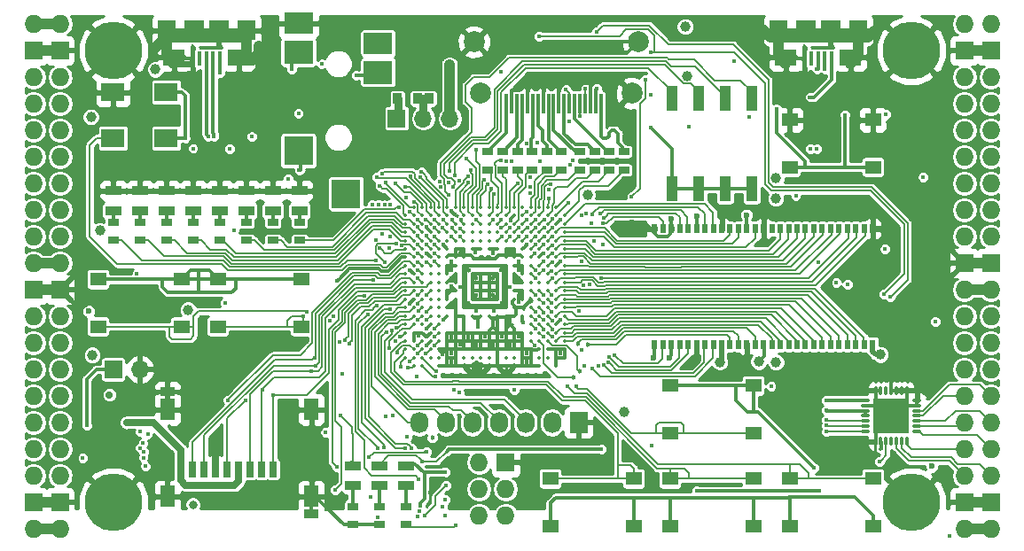
<source format=gtl>
G04 #@! TF.GenerationSoftware,KiCad,Pcbnew,5.0.0-rc2+dfsg1-2*
G04 #@! TF.CreationDate,2018-06-06T08:38:01+02:00*
G04 #@! TF.ProjectId,ulx3s,756C7833732E6B696361645F70636200,rev?*
G04 #@! TF.SameCoordinates,Original*
G04 #@! TF.FileFunction,Copper,L1,Top,Signal*
G04 #@! TF.FilePolarity,Positive*
%FSLAX46Y46*%
G04 Gerber Fmt 4.6, Leading zero omitted, Abs format (unit mm)*
G04 Created by KiCad (PCBNEW 5.0.0-rc2+dfsg1-2) date Wed Jun  6 08:38:01 2018*
%MOMM*%
%LPD*%
G01*
G04 APERTURE LIST*
G04 #@! TA.AperFunction,ComponentPad*
%ADD10O,1.727200X1.727200*%
G04 #@! TD*
G04 #@! TA.AperFunction,ComponentPad*
%ADD11R,1.727200X1.727200*%
G04 #@! TD*
G04 #@! TA.AperFunction,ComponentPad*
%ADD12C,5.500000*%
G04 #@! TD*
G04 #@! TA.AperFunction,SMDPad,CuDef*
%ADD13R,2.100000X1.600000*%
G04 #@! TD*
G04 #@! TA.AperFunction,SMDPad,CuDef*
%ADD14R,1.900000X1.900000*%
G04 #@! TD*
G04 #@! TA.AperFunction,SMDPad,CuDef*
%ADD15R,0.400000X1.350000*%
G04 #@! TD*
G04 #@! TA.AperFunction,SMDPad,CuDef*
%ADD16R,1.800000X1.900000*%
G04 #@! TD*
G04 #@! TA.AperFunction,SMDPad,CuDef*
%ADD17O,0.850000X0.300000*%
G04 #@! TD*
G04 #@! TA.AperFunction,SMDPad,CuDef*
%ADD18O,0.300000X0.850000*%
G04 #@! TD*
G04 #@! TA.AperFunction,SMDPad,CuDef*
%ADD19R,1.675000X1.675000*%
G04 #@! TD*
G04 #@! TA.AperFunction,ComponentPad*
%ADD20R,1.727200X2.032000*%
G04 #@! TD*
G04 #@! TA.AperFunction,ComponentPad*
%ADD21O,1.727200X2.032000*%
G04 #@! TD*
G04 #@! TA.AperFunction,SMDPad,CuDef*
%ADD22R,1.550000X1.300000*%
G04 #@! TD*
G04 #@! TA.AperFunction,SMDPad,CuDef*
%ADD23R,1.120000X2.440000*%
G04 #@! TD*
G04 #@! %TA.AperFunction,BGAPad,CuDef*
%ADD24C,0.350000*%
G04 #@! TD*
G04 #@! TA.AperFunction,SMDPad,CuDef*
%ADD25R,2.800000X2.000000*%
G04 #@! TD*
G04 #@! TA.AperFunction,SMDPad,CuDef*
%ADD26R,2.800000X2.200000*%
G04 #@! TD*
G04 #@! TA.AperFunction,SMDPad,CuDef*
%ADD27R,2.800000X2.800000*%
G04 #@! TD*
G04 #@! TA.AperFunction,SMDPad,CuDef*
%ADD28R,0.700000X1.500000*%
G04 #@! TD*
G04 #@! TA.AperFunction,SMDPad,CuDef*
%ADD29R,1.450000X0.900000*%
G04 #@! TD*
G04 #@! TA.AperFunction,SMDPad,CuDef*
%ADD30R,1.450000X2.000000*%
G04 #@! TD*
G04 #@! TA.AperFunction,SMDPad,CuDef*
%ADD31R,2.200000X1.800000*%
G04 #@! TD*
G04 #@! TA.AperFunction,SMDPad,CuDef*
%ADD32R,0.560000X0.900000*%
G04 #@! TD*
G04 #@! TA.AperFunction,SMDPad,CuDef*
%ADD33R,1.000000X0.670000*%
G04 #@! TD*
G04 #@! TA.AperFunction,SMDPad,CuDef*
%ADD34R,1.500000X0.970000*%
G04 #@! TD*
G04 #@! TA.AperFunction,SMDPad,CuDef*
%ADD35R,0.300000X1.900000*%
G04 #@! TD*
G04 #@! TA.AperFunction,ComponentPad*
%ADD36C,2.000000*%
G04 #@! TD*
G04 #@! TA.AperFunction,SMDPad,CuDef*
%ADD37R,0.845000X1.000000*%
G04 #@! TD*
G04 #@! TA.AperFunction,ComponentPad*
%ADD38R,1.700000X1.700000*%
G04 #@! TD*
G04 #@! TA.AperFunction,ComponentPad*
%ADD39O,1.700000X1.700000*%
G04 #@! TD*
G04 #@! TA.AperFunction,ViaPad*
%ADD40C,0.400000*%
G04 #@! TD*
G04 #@! TA.AperFunction,ViaPad*
%ADD41C,1.000000*%
G04 #@! TD*
G04 #@! TA.AperFunction,ViaPad*
%ADD42C,0.700000*%
G04 #@! TD*
G04 #@! TA.AperFunction,ViaPad*
%ADD43C,0.454000*%
G04 #@! TD*
G04 #@! TA.AperFunction,ViaPad*
%ADD44C,0.600000*%
G04 #@! TD*
G04 #@! TA.AperFunction,ViaPad*
%ADD45C,0.800000*%
G04 #@! TD*
G04 #@! TA.AperFunction,Conductor*
%ADD46C,1.000000*%
G04 #@! TD*
G04 #@! TA.AperFunction,Conductor*
%ADD47C,0.700000*%
G04 #@! TD*
G04 #@! TA.AperFunction,Conductor*
%ADD48C,0.300000*%
G04 #@! TD*
G04 #@! TA.AperFunction,Conductor*
%ADD49C,0.500000*%
G04 #@! TD*
G04 #@! TA.AperFunction,Conductor*
%ADD50C,0.600000*%
G04 #@! TD*
G04 #@! TA.AperFunction,Conductor*
%ADD51C,0.190000*%
G04 #@! TD*
G04 #@! TA.AperFunction,Conductor*
%ADD52C,0.800000*%
G04 #@! TD*
G04 #@! TA.AperFunction,Conductor*
%ADD53C,0.200000*%
G04 #@! TD*
G04 #@! TA.AperFunction,Conductor*
%ADD54C,0.127000*%
G04 #@! TD*
G04 #@! TA.AperFunction,Conductor*
%ADD55C,0.180000*%
G04 #@! TD*
G04 #@! TA.AperFunction,Conductor*
%ADD56C,0.254000*%
G04 #@! TD*
G04 APERTURE END LIST*
D10*
G04 #@! TO.P,J1,1*
G04 #@! TO.N,2V5_3V3*
X97910000Y-62690000D03*
G04 #@! TO.P,J1,2*
X95370000Y-62690000D03*
D11*
G04 #@! TO.P,J1,3*
G04 #@! TO.N,GND*
X97910000Y-65230000D03*
G04 #@! TO.P,J1,4*
X95370000Y-65230000D03*
D10*
G04 #@! TO.P,J1,5*
G04 #@! TO.N,GN0*
X97910000Y-67770000D03*
G04 #@! TO.P,J1,6*
G04 #@! TO.N,GP0*
X95370000Y-67770000D03*
G04 #@! TO.P,J1,7*
G04 #@! TO.N,GN1*
X97910000Y-70310000D03*
G04 #@! TO.P,J1,8*
G04 #@! TO.N,GP1*
X95370000Y-70310000D03*
G04 #@! TO.P,J1,9*
G04 #@! TO.N,GN2*
X97910000Y-72850000D03*
G04 #@! TO.P,J1,10*
G04 #@! TO.N,GP2*
X95370000Y-72850000D03*
G04 #@! TO.P,J1,11*
G04 #@! TO.N,GN3*
X97910000Y-75390000D03*
G04 #@! TO.P,J1,12*
G04 #@! TO.N,GP3*
X95370000Y-75390000D03*
G04 #@! TO.P,J1,13*
G04 #@! TO.N,GN4*
X97910000Y-77930000D03*
G04 #@! TO.P,J1,14*
G04 #@! TO.N,GP4*
X95370000Y-77930000D03*
G04 #@! TO.P,J1,15*
G04 #@! TO.N,GN5*
X97910000Y-80470000D03*
G04 #@! TO.P,J1,16*
G04 #@! TO.N,GP5*
X95370000Y-80470000D03*
G04 #@! TO.P,J1,17*
G04 #@! TO.N,GN6*
X97910000Y-83010000D03*
G04 #@! TO.P,J1,18*
G04 #@! TO.N,GP6*
X95370000Y-83010000D03*
G04 #@! TO.P,J1,19*
G04 #@! TO.N,2V5_3V3*
X97910000Y-85550000D03*
G04 #@! TO.P,J1,20*
X95370000Y-85550000D03*
D11*
G04 #@! TO.P,J1,21*
G04 #@! TO.N,GND*
X97910000Y-88090000D03*
G04 #@! TO.P,J1,22*
X95370000Y-88090000D03*
D10*
G04 #@! TO.P,J1,23*
G04 #@! TO.N,GN7*
X97910000Y-90630000D03*
G04 #@! TO.P,J1,24*
G04 #@! TO.N,GP7*
X95370000Y-90630000D03*
G04 #@! TO.P,J1,25*
G04 #@! TO.N,GN8*
X97910000Y-93170000D03*
G04 #@! TO.P,J1,26*
G04 #@! TO.N,GP8*
X95370000Y-93170000D03*
G04 #@! TO.P,J1,27*
G04 #@! TO.N,GN9*
X97910000Y-95710000D03*
G04 #@! TO.P,J1,28*
G04 #@! TO.N,GP9*
X95370000Y-95710000D03*
G04 #@! TO.P,J1,29*
G04 #@! TO.N,GN10*
X97910000Y-98250000D03*
G04 #@! TO.P,J1,30*
G04 #@! TO.N,GP10*
X95370000Y-98250000D03*
G04 #@! TO.P,J1,31*
G04 #@! TO.N,GN11*
X97910000Y-100790000D03*
G04 #@! TO.P,J1,32*
G04 #@! TO.N,GP11*
X95370000Y-100790000D03*
G04 #@! TO.P,J1,33*
G04 #@! TO.N,GN12*
X97910000Y-103330000D03*
G04 #@! TO.P,J1,34*
G04 #@! TO.N,GP12*
X95370000Y-103330000D03*
G04 #@! TO.P,J1,35*
G04 #@! TO.N,GN13*
X97910000Y-105870000D03*
G04 #@! TO.P,J1,36*
G04 #@! TO.N,GP13*
X95370000Y-105870000D03*
D11*
G04 #@! TO.P,J1,37*
G04 #@! TO.N,GND*
X97910000Y-108410000D03*
G04 #@! TO.P,J1,38*
X95370000Y-108410000D03*
D10*
G04 #@! TO.P,J1,39*
G04 #@! TO.N,2V5_3V3*
X97910000Y-110950000D03*
G04 #@! TO.P,J1,40*
X95370000Y-110950000D03*
G04 #@! TD*
G04 #@! TO.P,J2,1*
G04 #@! TO.N,+3V3*
X184270000Y-110950000D03*
G04 #@! TO.P,J2,2*
X186810000Y-110950000D03*
D11*
G04 #@! TO.P,J2,3*
G04 #@! TO.N,GND*
X184270000Y-108410000D03*
G04 #@! TO.P,J2,4*
X186810000Y-108410000D03*
D10*
G04 #@! TO.P,J2,5*
G04 #@! TO.N,GN14*
X184270000Y-105870000D03*
G04 #@! TO.P,J2,6*
G04 #@! TO.N,GP14*
X186810000Y-105870000D03*
G04 #@! TO.P,J2,7*
G04 #@! TO.N,GN15*
X184270000Y-103330000D03*
G04 #@! TO.P,J2,8*
G04 #@! TO.N,GP15*
X186810000Y-103330000D03*
G04 #@! TO.P,J2,9*
G04 #@! TO.N,GN16*
X184270000Y-100790000D03*
G04 #@! TO.P,J2,10*
G04 #@! TO.N,GP16*
X186810000Y-100790000D03*
G04 #@! TO.P,J2,11*
G04 #@! TO.N,GN17*
X184270000Y-98250000D03*
G04 #@! TO.P,J2,12*
G04 #@! TO.N,GP17*
X186810000Y-98250000D03*
G04 #@! TO.P,J2,13*
G04 #@! TO.N,GN18*
X184270000Y-95710000D03*
G04 #@! TO.P,J2,14*
G04 #@! TO.N,GP18*
X186810000Y-95710000D03*
G04 #@! TO.P,J2,15*
G04 #@! TO.N,GN19*
X184270000Y-93170000D03*
G04 #@! TO.P,J2,16*
G04 #@! TO.N,GP19*
X186810000Y-93170000D03*
G04 #@! TO.P,J2,17*
G04 #@! TO.N,GN20*
X184270000Y-90630000D03*
G04 #@! TO.P,J2,18*
G04 #@! TO.N,GP20*
X186810000Y-90630000D03*
G04 #@! TO.P,J2,19*
G04 #@! TO.N,+3V3*
X184270000Y-88090000D03*
G04 #@! TO.P,J2,20*
X186810000Y-88090000D03*
D11*
G04 #@! TO.P,J2,21*
G04 #@! TO.N,GND*
X184270000Y-85550000D03*
G04 #@! TO.P,J2,22*
X186810000Y-85550000D03*
D10*
G04 #@! TO.P,J2,23*
G04 #@! TO.N,GN21*
X184270000Y-83010000D03*
G04 #@! TO.P,J2,24*
G04 #@! TO.N,GP21*
X186810000Y-83010000D03*
G04 #@! TO.P,J2,25*
G04 #@! TO.N,GN22*
X184270000Y-80470000D03*
G04 #@! TO.P,J2,26*
G04 #@! TO.N,GP22*
X186810000Y-80470000D03*
G04 #@! TO.P,J2,27*
G04 #@! TO.N,GN23*
X184270000Y-77930000D03*
G04 #@! TO.P,J2,28*
G04 #@! TO.N,GP23*
X186810000Y-77930000D03*
G04 #@! TO.P,J2,29*
G04 #@! TO.N,GN24*
X184270000Y-75390000D03*
G04 #@! TO.P,J2,30*
G04 #@! TO.N,GP24*
X186810000Y-75390000D03*
G04 #@! TO.P,J2,31*
G04 #@! TO.N,GN25*
X184270000Y-72850000D03*
G04 #@! TO.P,J2,32*
G04 #@! TO.N,GP25*
X186810000Y-72850000D03*
G04 #@! TO.P,J2,33*
G04 #@! TO.N,GN26*
X184270000Y-70310000D03*
G04 #@! TO.P,J2,34*
G04 #@! TO.N,GP26*
X186810000Y-70310000D03*
G04 #@! TO.P,J2,35*
G04 #@! TO.N,GN27*
X184270000Y-67770000D03*
G04 #@! TO.P,J2,36*
G04 #@! TO.N,GP27*
X186810000Y-67770000D03*
D11*
G04 #@! TO.P,J2,37*
G04 #@! TO.N,GND*
X184270000Y-65230000D03*
G04 #@! TO.P,J2,38*
X186810000Y-65230000D03*
D10*
G04 #@! TO.P,J2,39*
G04 #@! TO.N,/gpio/IN5V*
X184270000Y-62690000D03*
G04 #@! TO.P,J2,40*
G04 #@! TO.N,/gpio/OUT5V*
X186810000Y-62690000D03*
G04 #@! TD*
D12*
G04 #@! TO.P,H1,1*
G04 #@! TO.N,GND*
X102990000Y-108410000D03*
G04 #@! TD*
G04 #@! TO.P,H2,1*
G04 #@! TO.N,GND*
X179190000Y-108410000D03*
G04 #@! TD*
G04 #@! TO.P,H3,1*
G04 #@! TO.N,GND*
X179190000Y-65230000D03*
G04 #@! TD*
G04 #@! TO.P,H4,1*
G04 #@! TO.N,GND*
X102990000Y-65230000D03*
G04 #@! TD*
D13*
G04 #@! TO.P,US1,6*
G04 #@! TO.N,GND*
X114980000Y-65875000D03*
X108780000Y-65875000D03*
D14*
X113080000Y-63325000D03*
X110680000Y-63325000D03*
D15*
G04 #@! TO.P,US1,1*
G04 #@! TO.N,USB5V*
X113180000Y-66000000D03*
G04 #@! TO.P,US1,2*
G04 #@! TO.N,/usb/FTD-*
X112530000Y-66000000D03*
G04 #@! TO.P,US1,3*
G04 #@! TO.N,/usb/FTD+*
X111880000Y-66000000D03*
G04 #@! TO.P,US1,4*
G04 #@! TO.N,Net-(US1-Pad4)*
X111230000Y-66000000D03*
G04 #@! TO.P,US1,5*
G04 #@! TO.N,GND*
X110580000Y-66000000D03*
D16*
G04 #@! TO.P,US1,6*
X115680000Y-63325000D03*
X108080000Y-63325000D03*
G04 #@! TD*
D13*
G04 #@! TO.P,US2,6*
G04 #@! TO.N,GND*
X173400000Y-65875000D03*
X167200000Y-65875000D03*
D14*
X171500000Y-63325000D03*
X169100000Y-63325000D03*
D15*
G04 #@! TO.P,US2,1*
G04 #@! TO.N,/usb/US2VBUS*
X171600000Y-66000000D03*
G04 #@! TO.P,US2,2*
G04 #@! TO.N,/usb/FPD-*
X170950000Y-66000000D03*
G04 #@! TO.P,US2,3*
G04 #@! TO.N,/usb/FPD+*
X170300000Y-66000000D03*
G04 #@! TO.P,US2,4*
G04 #@! TO.N,Net-(US2-Pad4)*
X169650000Y-66000000D03*
G04 #@! TO.P,US2,5*
G04 #@! TO.N,GND*
X169000000Y-66000000D03*
D16*
G04 #@! TO.P,US2,6*
X174100000Y-63325000D03*
X166500000Y-63325000D03*
G04 #@! TD*
D11*
G04 #@! TO.P,J4,1*
G04 #@! TO.N,GND*
X140455000Y-104600000D03*
D10*
G04 #@! TO.P,J4,2*
G04 #@! TO.N,+3V3*
X137915000Y-104600000D03*
G04 #@! TO.P,J4,3*
G04 #@! TO.N,JTAG_TDI*
X140455000Y-107140000D03*
G04 #@! TO.P,J4,4*
G04 #@! TO.N,JTAG_TCK*
X137915000Y-107140000D03*
G04 #@! TO.P,J4,5*
G04 #@! TO.N,JTAG_TMS*
X140455000Y-109680000D03*
G04 #@! TO.P,J4,6*
G04 #@! TO.N,JTAG_TDO*
X137915000Y-109680000D03*
G04 #@! TD*
D17*
G04 #@! TO.P,U8,1*
G04 #@! TO.N,GP15*
X179735000Y-101655000D03*
G04 #@! TO.P,U8,2*
G04 #@! TO.N,GN16*
X179735000Y-101155000D03*
G04 #@! TO.P,U8,3*
G04 #@! TO.N,GP16*
X179735000Y-100655000D03*
G04 #@! TO.P,U8,4*
G04 #@! TO.N,GN17*
X179735000Y-100155000D03*
G04 #@! TO.P,U8,5*
G04 #@! TO.N,GP17*
X179735000Y-99655000D03*
G04 #@! TO.P,U8,6*
G04 #@! TO.N,GND*
X179735000Y-99155000D03*
G04 #@! TO.P,U8,7*
X179735000Y-98655000D03*
D18*
G04 #@! TO.P,U8,8*
X178785000Y-97705000D03*
G04 #@! TO.P,U8,9*
X178285000Y-97705000D03*
G04 #@! TO.P,U8,10*
X177785000Y-97705000D03*
G04 #@! TO.P,U8,11*
X177285000Y-97705000D03*
G04 #@! TO.P,U8,12*
G04 #@! TO.N,Net-(U8-Pad12)*
X176785000Y-97705000D03*
G04 #@! TO.P,U8,13*
G04 #@! TO.N,GND*
X176285000Y-97705000D03*
G04 #@! TO.P,U8,14*
X175785000Y-97705000D03*
D17*
G04 #@! TO.P,U8,15*
G04 #@! TO.N,+3V3*
X174835000Y-98655000D03*
G04 #@! TO.P,U8,16*
G04 #@! TO.N,GND*
X174835000Y-99155000D03*
G04 #@! TO.P,U8,17*
G04 #@! TO.N,+3V3*
X174835000Y-99655000D03*
G04 #@! TO.P,U8,18*
X174835000Y-100155000D03*
G04 #@! TO.P,U8,19*
G04 #@! TO.N,ADC_SCLK*
X174835000Y-100655000D03*
G04 #@! TO.P,U8,20*
G04 #@! TO.N,ADC_CSn*
X174835000Y-101155000D03*
G04 #@! TO.P,U8,21*
G04 #@! TO.N,ADC_MOSI*
X174835000Y-101655000D03*
D18*
G04 #@! TO.P,U8,22*
G04 #@! TO.N,GND*
X175785000Y-102605000D03*
G04 #@! TO.P,U8,23*
G04 #@! TO.N,+3V3*
X176285000Y-102605000D03*
G04 #@! TO.P,U8,24*
G04 #@! TO.N,ADC_MISO*
X176785000Y-102605000D03*
G04 #@! TO.P,U8,25*
G04 #@! TO.N,Net-(U8-Pad25)*
X177285000Y-102605000D03*
G04 #@! TO.P,U8,26*
G04 #@! TO.N,GN14*
X177785000Y-102605000D03*
G04 #@! TO.P,U8,27*
G04 #@! TO.N,GP14*
X178285000Y-102605000D03*
G04 #@! TO.P,U8,28*
G04 #@! TO.N,GN15*
X178785000Y-102605000D03*
D19*
G04 #@! TO.P,U8,29*
G04 #@! TO.N,GND*
X176447500Y-99317500D03*
X176447500Y-100992500D03*
X178122500Y-99317500D03*
X178122500Y-100992500D03*
G04 #@! TD*
D20*
G04 #@! TO.P,OLED1,1*
G04 #@! TO.N,GND*
X147440000Y-100790000D03*
D21*
G04 #@! TO.P,OLED1,2*
G04 #@! TO.N,+3V3*
X144900000Y-100790000D03*
G04 #@! TO.P,OLED1,3*
G04 #@! TO.N,OLED_CLK*
X142360000Y-100790000D03*
G04 #@! TO.P,OLED1,4*
G04 #@! TO.N,OLED_MOSI*
X139820000Y-100790000D03*
G04 #@! TO.P,OLED1,5*
G04 #@! TO.N,OLED_RES*
X137280000Y-100790000D03*
G04 #@! TO.P,OLED1,6*
G04 #@! TO.N,OLED_DC*
X134740000Y-100790000D03*
G04 #@! TO.P,OLED1,7*
G04 #@! TO.N,OLED_CS*
X132200000Y-100790000D03*
G04 #@! TD*
D22*
G04 #@! TO.P,BTN0,2*
G04 #@! TO.N,GND*
X175550000Y-71870000D03*
G04 #@! TO.P,BTN0,1*
G04 #@! TO.N,/power/PWRBTn*
X175550000Y-76370000D03*
X167590000Y-76370000D03*
G04 #@! TO.P,BTN0,2*
G04 #@! TO.N,GND*
X167590000Y-71870000D03*
G04 #@! TD*
G04 #@! TO.P,BTN1,2*
G04 #@! TO.N,BTN_F1*
X101550000Y-91610000D03*
G04 #@! TO.P,BTN1,1*
G04 #@! TO.N,/blinkey/BTNPUL*
X101550000Y-87110000D03*
X109510000Y-87110000D03*
G04 #@! TO.P,BTN1,2*
G04 #@! TO.N,BTN_F1*
X109510000Y-91610000D03*
G04 #@! TD*
G04 #@! TO.P,BTN2,2*
G04 #@! TO.N,BTN_F2*
X112980000Y-91610000D03*
G04 #@! TO.P,BTN2,1*
G04 #@! TO.N,/blinkey/BTNPUL*
X112980000Y-87110000D03*
X120940000Y-87110000D03*
G04 #@! TO.P,BTN2,2*
G04 #@! TO.N,BTN_F2*
X120940000Y-91610000D03*
G04 #@! TD*
G04 #@! TO.P,BTN3,2*
G04 #@! TO.N,BTN_U*
X156160000Y-101770000D03*
G04 #@! TO.P,BTN3,1*
G04 #@! TO.N,/blinkey/BTNPUR*
X156160000Y-97270000D03*
X164120000Y-97270000D03*
G04 #@! TO.P,BTN3,2*
G04 #@! TO.N,BTN_U*
X164120000Y-101770000D03*
G04 #@! TD*
G04 #@! TO.P,BTN4,2*
G04 #@! TO.N,BTN_D*
X164120000Y-106160000D03*
G04 #@! TO.P,BTN4,1*
G04 #@! TO.N,/blinkey/BTNPUR*
X164120000Y-110660000D03*
X156160000Y-110660000D03*
G04 #@! TO.P,BTN4,2*
G04 #@! TO.N,BTN_D*
X156160000Y-106160000D03*
G04 #@! TD*
G04 #@! TO.P,BTN5,2*
G04 #@! TO.N,BTN_L*
X152690000Y-106160000D03*
G04 #@! TO.P,BTN5,1*
G04 #@! TO.N,/blinkey/BTNPUR*
X152690000Y-110660000D03*
X144730000Y-110660000D03*
G04 #@! TO.P,BTN5,2*
G04 #@! TO.N,BTN_L*
X144730000Y-106160000D03*
G04 #@! TD*
G04 #@! TO.P,BTN6,2*
G04 #@! TO.N,BTN_R*
X175550000Y-106160000D03*
G04 #@! TO.P,BTN6,1*
G04 #@! TO.N,/blinkey/BTNPUR*
X175550000Y-110660000D03*
X167590000Y-110660000D03*
G04 #@! TO.P,BTN6,2*
G04 #@! TO.N,BTN_R*
X167590000Y-106160000D03*
G04 #@! TD*
D23*
G04 #@! TO.P,SW1,1*
G04 #@! TO.N,/blinkey/SWPU*
X156330000Y-78425000D03*
G04 #@! TO.P,SW1,5*
G04 #@! TO.N,SW4*
X163950000Y-69815000D03*
G04 #@! TO.P,SW1,2*
G04 #@! TO.N,/blinkey/SWPU*
X158870000Y-78425000D03*
G04 #@! TO.P,SW1,6*
G04 #@! TO.N,SW3*
X161410000Y-69815000D03*
G04 #@! TO.P,SW1,3*
G04 #@! TO.N,/blinkey/SWPU*
X161410000Y-78425000D03*
G04 #@! TO.P,SW1,7*
G04 #@! TO.N,SW2*
X158870000Y-69815000D03*
G04 #@! TO.P,SW1,4*
G04 #@! TO.N,/blinkey/SWPU*
X163950000Y-78425000D03*
G04 #@! TO.P,SW1,8*
G04 #@! TO.N,SW1*
X156330000Y-69815000D03*
G04 #@! TD*
D24*
G04 #@! TO.P,U1,A2*
G04 #@! TO.N,GP9*
X131680000Y-80200000D03*
G04 #@! TO.P,U1,A3*
G04 #@! TO.N,AUDIO_R0*
X132480000Y-80200000D03*
G04 #@! TO.P,U1,A4*
G04 #@! TO.N,GP8*
X133280000Y-80200000D03*
G04 #@! TO.P,U1,A5*
G04 #@! TO.N,GN8*
X134080000Y-80200000D03*
G04 #@! TO.P,U1,A6*
G04 #@! TO.N,GP7*
X134880000Y-80200000D03*
G04 #@! TO.P,U1,A7*
G04 #@! TO.N,GP4*
X135680000Y-80200000D03*
G04 #@! TO.P,U1,A8*
G04 #@! TO.N,GN4*
X136480000Y-80200000D03*
G04 #@! TO.P,U1,A9*
G04 #@! TO.N,GP2*
X137280000Y-80200000D03*
G04 #@! TO.P,U1,A10*
G04 #@! TO.N,GP1*
X138080000Y-80200000D03*
G04 #@! TO.P,U1,A11*
G04 #@! TO.N,GN1*
X138880000Y-80200000D03*
G04 #@! TO.P,U1,A12*
G04 #@! TO.N,FPDI_D2+*
X139680000Y-80200000D03*
G04 #@! TO.P,U1,A13*
G04 #@! TO.N,FPDI_D2-*
X140480000Y-80200000D03*
G04 #@! TO.P,U1,A14*
G04 #@! TO.N,FPDI_D1+*
X141280000Y-80200000D03*
G04 #@! TO.P,U1,A15*
G04 #@! TO.N,Net-(U1-PadA15)*
X142080000Y-80200000D03*
G04 #@! TO.P,U1,A16*
G04 #@! TO.N,FPDI_D0+*
X142880000Y-80200000D03*
G04 #@! TO.P,U1,A17*
G04 #@! TO.N,FPDI_CLK+*
X143680000Y-80200000D03*
G04 #@! TO.P,U1,A18*
G04 #@! TO.N,/gpdi/FPDI_CEC*
X144480000Y-80200000D03*
G04 #@! TO.P,U1,A19*
G04 #@! TO.N,FPDI_ETH+*
X145280000Y-80200000D03*
G04 #@! TO.P,U1,B1*
G04 #@! TO.N,GN9*
X130880000Y-81000000D03*
G04 #@! TO.P,U1,B2*
G04 #@! TO.N,LED0*
X131680000Y-81000000D03*
G04 #@! TO.P,U1,B3*
G04 #@! TO.N,AUDIO_L3*
X132480000Y-81000000D03*
G04 #@! TO.P,U1,B4*
G04 #@! TO.N,GN10*
X133280000Y-81000000D03*
G04 #@! TO.P,U1,B5*
G04 #@! TO.N,AUDIO_R1*
X134080000Y-81000000D03*
G04 #@! TO.P,U1,B6*
G04 #@! TO.N,GN7*
X134880000Y-81000000D03*
G04 #@! TO.P,U1,B7*
G04 #@! TO.N,GND*
X135680000Y-81000000D03*
G04 #@! TO.P,U1,B8*
G04 #@! TO.N,GN5*
X136480000Y-81000000D03*
G04 #@! TO.P,U1,B9*
G04 #@! TO.N,GP3*
X137280000Y-81000000D03*
G04 #@! TO.P,U1,B10*
G04 #@! TO.N,GN2*
X138080000Y-81000000D03*
G04 #@! TO.P,U1,B11*
G04 #@! TO.N,GP0*
X138880000Y-81000000D03*
G04 #@! TO.P,U1,B12*
G04 #@! TO.N,USB_FPGA_PULL_D+*
X139680000Y-81000000D03*
G04 #@! TO.P,U1,B13*
G04 #@! TO.N,GP26*
X140480000Y-81000000D03*
G04 #@! TO.P,U1,B14*
G04 #@! TO.N,GND*
X141280000Y-81000000D03*
G04 #@! TO.P,U1,B15*
G04 #@! TO.N,GP22*
X142080000Y-81000000D03*
G04 #@! TO.P,U1,B16*
G04 #@! TO.N,FPDI_D0-*
X142880000Y-81000000D03*
G04 #@! TO.P,U1,B17*
G04 #@! TO.N,GP23*
X143680000Y-81000000D03*
G04 #@! TO.P,U1,B18*
G04 #@! TO.N,FPDI_CLK-*
X144480000Y-81000000D03*
G04 #@! TO.P,U1,B19*
G04 #@! TO.N,FPDI_SDA*
X145280000Y-81000000D03*
G04 #@! TO.P,U1,B20*
G04 #@! TO.N,FPDI_ETH-*
X146080000Y-81000000D03*
G04 #@! TO.P,U1,C1*
G04 #@! TO.N,LED2*
X130880000Y-81800000D03*
G04 #@! TO.P,U1,C2*
G04 #@! TO.N,LED1*
X131680000Y-81800000D03*
G04 #@! TO.P,U1,C3*
G04 #@! TO.N,AUDIO_L2*
X132480000Y-81800000D03*
G04 #@! TO.P,U1,C4*
G04 #@! TO.N,GP10*
X133280000Y-81800000D03*
G04 #@! TO.P,U1,C5*
G04 #@! TO.N,AUDIO_R3*
X134080000Y-81800000D03*
G04 #@! TO.P,U1,C6*
G04 #@! TO.N,GP6*
X134880000Y-81800000D03*
G04 #@! TO.P,U1,C7*
G04 #@! TO.N,GN6*
X135680000Y-81800000D03*
G04 #@! TO.P,U1,C8*
G04 #@! TO.N,GP5*
X136480000Y-81800000D03*
G04 #@! TO.P,U1,C9*
G04 #@! TO.N,Net-(U1-PadC9)*
X137280000Y-81800000D03*
G04 #@! TO.P,U1,C10*
G04 #@! TO.N,GN3*
X138080000Y-81800000D03*
G04 #@! TO.P,U1,C11*
G04 #@! TO.N,GN0*
X138880000Y-81800000D03*
G04 #@! TO.P,U1,C12*
G04 #@! TO.N,USB_FPGA_PULL_D-*
X139680000Y-81800000D03*
G04 #@! TO.P,U1,C13*
G04 #@! TO.N,GN26*
X140480000Y-81800000D03*
G04 #@! TO.P,U1,C14*
G04 #@! TO.N,FPDI_D1-*
X141280000Y-81800000D03*
G04 #@! TO.P,U1,C15*
G04 #@! TO.N,GN22*
X142080000Y-81800000D03*
G04 #@! TO.P,U1,C16*
G04 #@! TO.N,GP24*
X142880000Y-81800000D03*
G04 #@! TO.P,U1,C17*
G04 #@! TO.N,GN23*
X143680000Y-81800000D03*
G04 #@! TO.P,U1,C18*
G04 #@! TO.N,GP21*
X144480000Y-81800000D03*
G04 #@! TO.P,U1,C19*
G04 #@! TO.N,GND*
X145280000Y-81800000D03*
G04 #@! TO.P,U1,C20*
G04 #@! TO.N,SDRAM_D11*
X146080000Y-81800000D03*
G04 #@! TO.P,U1,D1*
G04 #@! TO.N,LED4*
X130880000Y-82600000D03*
G04 #@! TO.P,U1,D2*
G04 #@! TO.N,LED3*
X131680000Y-82600000D03*
G04 #@! TO.P,U1,D3*
G04 #@! TO.N,AUDIO_L1*
X132480000Y-82600000D03*
G04 #@! TO.P,U1,D4*
G04 #@! TO.N,GND*
X133280000Y-82600000D03*
G04 #@! TO.P,U1,D5*
G04 #@! TO.N,AUDIO_R2*
X134080000Y-82600000D03*
G04 #@! TO.P,U1,D6*
G04 #@! TO.N,BTN_PWRn*
X134880000Y-82600000D03*
G04 #@! TO.P,U1,D7*
G04 #@! TO.N,SW3*
X135680000Y-82600000D03*
G04 #@! TO.P,U1,D8*
G04 #@! TO.N,SW2*
X136480000Y-82600000D03*
G04 #@! TO.P,U1,D9*
G04 #@! TO.N,Net-(U1-PadD9)*
X137280000Y-82600000D03*
G04 #@! TO.P,U1,D10*
G04 #@! TO.N,Net-(U1-PadD10)*
X138080000Y-82600000D03*
G04 #@! TO.P,U1,D11*
G04 #@! TO.N,Net-(U1-PadD11)*
X138880000Y-82600000D03*
G04 #@! TO.P,U1,D12*
G04 #@! TO.N,Net-(U1-PadD12)*
X139680000Y-82600000D03*
G04 #@! TO.P,U1,D13*
G04 #@! TO.N,GP27*
X140480000Y-82600000D03*
G04 #@! TO.P,U1,D14*
G04 #@! TO.N,GP25*
X141280000Y-82600000D03*
G04 #@! TO.P,U1,D15*
G04 #@! TO.N,USB_FPGA_D+*
X142080000Y-82600000D03*
G04 #@! TO.P,U1,D16*
G04 #@! TO.N,GN24*
X142880000Y-82600000D03*
G04 #@! TO.P,U1,D17*
G04 #@! TO.N,GN21*
X143680000Y-82600000D03*
G04 #@! TO.P,U1,D18*
G04 #@! TO.N,GP20*
X144480000Y-82600000D03*
G04 #@! TO.P,U1,D19*
G04 #@! TO.N,SDRAM_D10*
X145280000Y-82600000D03*
G04 #@! TO.P,U1,D20*
G04 #@! TO.N,SDRAM_D9*
X146080000Y-82600000D03*
G04 #@! TO.P,U1,E1*
G04 #@! TO.N,LED6*
X130880000Y-83400000D03*
G04 #@! TO.P,U1,E2*
G04 #@! TO.N,LED5*
X131680000Y-83400000D03*
G04 #@! TO.P,U1,E3*
G04 #@! TO.N,GN11*
X132480000Y-83400000D03*
G04 #@! TO.P,U1,E4*
G04 #@! TO.N,AUDIO_L0*
X133280000Y-83400000D03*
G04 #@! TO.P,U1,E5*
G04 #@! TO.N,AUDIO_V3*
X134080000Y-83400000D03*
G04 #@! TO.P,U1,E6*
G04 #@! TO.N,Net-(U1-PadE6)*
X134880000Y-83400000D03*
G04 #@! TO.P,U1,E7*
G04 #@! TO.N,SW4*
X135680000Y-83400000D03*
G04 #@! TO.P,U1,E8*
G04 #@! TO.N,SW1*
X136480000Y-83400000D03*
G04 #@! TO.P,U1,E9*
G04 #@! TO.N,Net-(U1-PadE9)*
X137280000Y-83400000D03*
G04 #@! TO.P,U1,E10*
G04 #@! TO.N,Net-(U1-PadE10)*
X138080000Y-83400000D03*
G04 #@! TO.P,U1,E11*
G04 #@! TO.N,Net-(U1-PadE11)*
X138880000Y-83400000D03*
G04 #@! TO.P,U1,E12*
G04 #@! TO.N,FPDI_SCL*
X139680000Y-83400000D03*
G04 #@! TO.P,U1,E13*
G04 #@! TO.N,GN27*
X140480000Y-83400000D03*
G04 #@! TO.P,U1,E14*
G04 #@! TO.N,GN25*
X141280000Y-83400000D03*
G04 #@! TO.P,U1,E15*
G04 #@! TO.N,USB_FPGA_D-*
X142080000Y-83400000D03*
G04 #@! TO.P,U1,E16*
G04 #@! TO.N,USB_FPGA_D+*
X142880000Y-83400000D03*
G04 #@! TO.P,U1,E17*
G04 #@! TO.N,GN20*
X143680000Y-83400000D03*
G04 #@! TO.P,U1,E18*
G04 #@! TO.N,SDRAM_D12*
X144480000Y-83400000D03*
G04 #@! TO.P,U1,E19*
G04 #@! TO.N,SDRAM_D8*
X145280000Y-83400000D03*
G04 #@! TO.P,U1,E20*
G04 #@! TO.N,SDRAM_DQM1*
X146080000Y-83400000D03*
G04 #@! TO.P,U1,F1*
G04 #@! TO.N,WIFI_EN*
X130880000Y-84200000D03*
G04 #@! TO.P,U1,F2*
G04 #@! TO.N,AUDIO_V1*
X131680000Y-84200000D03*
G04 #@! TO.P,U1,F3*
G04 #@! TO.N,GN12*
X132480000Y-84200000D03*
G04 #@! TO.P,U1,F4*
G04 #@! TO.N,GP11*
X133280000Y-84200000D03*
G04 #@! TO.P,U1,F5*
G04 #@! TO.N,AUDIO_V2*
X134080000Y-84200000D03*
G04 #@! TO.P,U1,F6*
G04 #@! TO.N,+2V5*
X134880000Y-84200000D03*
G04 #@! TO.P,U1,F7*
G04 #@! TO.N,GND*
X135680000Y-84200000D03*
G04 #@! TO.P,U1,F8*
X136480000Y-84200000D03*
G04 #@! TO.P,U1,F9*
G04 #@! TO.N,2V5_3V3*
X137280000Y-84200000D03*
G04 #@! TO.P,U1,F10*
X138080000Y-84200000D03*
G04 #@! TO.P,U1,F11*
G04 #@! TO.N,+3V3*
X138880000Y-84200000D03*
G04 #@! TO.P,U1,F12*
X139680000Y-84200000D03*
G04 #@! TO.P,U1,F13*
G04 #@! TO.N,GND*
X140480000Y-84200000D03*
G04 #@! TO.P,U1,F14*
X141280000Y-84200000D03*
G04 #@! TO.P,U1,F15*
G04 #@! TO.N,+2V5*
X142080000Y-84200000D03*
G04 #@! TO.P,U1,F16*
G04 #@! TO.N,USB_FPGA_D-*
X142880000Y-84200000D03*
G04 #@! TO.P,U1,F17*
G04 #@! TO.N,GP19*
X143680000Y-84200000D03*
G04 #@! TO.P,U1,F18*
G04 #@! TO.N,SDRAM_D13*
X144480000Y-84200000D03*
G04 #@! TO.P,U1,F19*
G04 #@! TO.N,SDRAM_CLK*
X145280000Y-84200000D03*
G04 #@! TO.P,U1,F20*
G04 #@! TO.N,SDRAM_CKE*
X146080000Y-84200000D03*
G04 #@! TO.P,U1,G1*
G04 #@! TO.N,/usb/ANT_433MHz*
X130880000Y-85000000D03*
G04 #@! TO.P,U1,G2*
G04 #@! TO.N,CLK_25MHz*
X131680000Y-85000000D03*
G04 #@! TO.P,U1,G3*
G04 #@! TO.N,GP12*
X132480000Y-85000000D03*
G04 #@! TO.P,U1,G4*
G04 #@! TO.N,GND*
X133280000Y-85000000D03*
G04 #@! TO.P,U1,G5*
G04 #@! TO.N,GN13*
X134080000Y-85000000D03*
G04 #@! TO.P,U1,G6*
G04 #@! TO.N,GND*
X134880000Y-85000000D03*
G04 #@! TO.P,U1,G7*
X135680000Y-85000000D03*
G04 #@! TO.P,U1,G8*
X136480000Y-85000000D03*
G04 #@! TO.P,U1,G9*
X137280000Y-85000000D03*
G04 #@! TO.P,U1,G10*
X138080000Y-85000000D03*
G04 #@! TO.P,U1,G11*
X138880000Y-85000000D03*
G04 #@! TO.P,U1,G12*
X139680000Y-85000000D03*
G04 #@! TO.P,U1,G13*
X140480000Y-85000000D03*
G04 #@! TO.P,U1,G14*
X141280000Y-85000000D03*
G04 #@! TO.P,U1,G15*
X142080000Y-85000000D03*
G04 #@! TO.P,U1,G16*
G04 #@! TO.N,SHUTDOWN*
X142880000Y-85000000D03*
G04 #@! TO.P,U1,G17*
G04 #@! TO.N,GND*
X143680000Y-85000000D03*
G04 #@! TO.P,U1,G18*
G04 #@! TO.N,GN19*
X144480000Y-85000000D03*
G04 #@! TO.P,U1,G19*
G04 #@! TO.N,SDRAM_A12*
X145280000Y-85000000D03*
G04 #@! TO.P,U1,G20*
G04 #@! TO.N,SDRAM_A11*
X146080000Y-85000000D03*
G04 #@! TO.P,U1,H1*
G04 #@! TO.N,SD_D1*
X130880000Y-85800000D03*
G04 #@! TO.P,U1,H2*
G04 #@! TO.N,SD_CLK*
X131680000Y-85800000D03*
G04 #@! TO.P,U1,H3*
G04 #@! TO.N,LED7*
X132480000Y-85800000D03*
G04 #@! TO.P,U1,H4*
G04 #@! TO.N,GP13*
X133280000Y-85800000D03*
G04 #@! TO.P,U1,H5*
G04 #@! TO.N,AUDIO_V0*
X134080000Y-85800000D03*
G04 #@! TO.P,U1,H6*
G04 #@! TO.N,2V5_3V3*
X134880000Y-85800000D03*
G04 #@! TO.P,U1,H7*
X135680000Y-85800000D03*
G04 #@! TO.P,U1,H8*
G04 #@! TO.N,+1V1*
X136480000Y-85800000D03*
G04 #@! TO.P,U1,H9*
X137280000Y-85800000D03*
G04 #@! TO.P,U1,H10*
X138080000Y-85800000D03*
G04 #@! TO.P,U1,H11*
X138880000Y-85800000D03*
G04 #@! TO.P,U1,H12*
X139680000Y-85800000D03*
G04 #@! TO.P,U1,H13*
X140480000Y-85800000D03*
G04 #@! TO.P,U1,H14*
G04 #@! TO.N,+3V3*
X141280000Y-85800000D03*
G04 #@! TO.P,U1,H15*
X142080000Y-85800000D03*
G04 #@! TO.P,U1,H16*
G04 #@! TO.N,BTN_R*
X142880000Y-85800000D03*
G04 #@! TO.P,U1,H17*
G04 #@! TO.N,GN18*
X143680000Y-85800000D03*
G04 #@! TO.P,U1,H18*
G04 #@! TO.N,GP18*
X144480000Y-85800000D03*
G04 #@! TO.P,U1,H19*
G04 #@! TO.N,GND*
X145280000Y-85800000D03*
G04 #@! TO.P,U1,H20*
G04 #@! TO.N,SDRAM_A9*
X146080000Y-85800000D03*
G04 #@! TO.P,U1,J1*
G04 #@! TO.N,SD_CMD*
X130880000Y-86600000D03*
G04 #@! TO.P,U1,J2*
G04 #@! TO.N,GND*
X131680000Y-86600000D03*
G04 #@! TO.P,U1,J3*
G04 #@! TO.N,SD_D0*
X132480000Y-86600000D03*
G04 #@! TO.P,U1,J4*
G04 #@! TO.N,Net-(U1-PadJ4)*
X133280000Y-86600000D03*
G04 #@! TO.P,U1,J5*
G04 #@! TO.N,Net-(U1-PadJ5)*
X134080000Y-86600000D03*
G04 #@! TO.P,U1,J6*
G04 #@! TO.N,2V5_3V3*
X134880000Y-86600000D03*
G04 #@! TO.P,U1,J7*
G04 #@! TO.N,GND*
X135680000Y-86600000D03*
G04 #@! TO.P,U1,J8*
G04 #@! TO.N,+1V1*
X136480000Y-86600000D03*
G04 #@! TO.P,U1,J9*
G04 #@! TO.N,GND*
X137280000Y-86600000D03*
G04 #@! TO.P,U1,J10*
X138080000Y-86600000D03*
G04 #@! TO.P,U1,J11*
X138880000Y-86600000D03*
G04 #@! TO.P,U1,J12*
X139680000Y-86600000D03*
G04 #@! TO.P,U1,J13*
G04 #@! TO.N,+1V1*
X140480000Y-86600000D03*
G04 #@! TO.P,U1,J14*
G04 #@! TO.N,GND*
X141280000Y-86600000D03*
G04 #@! TO.P,U1,J15*
G04 #@! TO.N,+3V3*
X142080000Y-86600000D03*
G04 #@! TO.P,U1,J16*
G04 #@! TO.N,SDRAM_D0*
X142880000Y-86600000D03*
G04 #@! TO.P,U1,J17*
G04 #@! TO.N,SDRAM_D15*
X143680000Y-86600000D03*
G04 #@! TO.P,U1,J18*
G04 #@! TO.N,SDRAM_D14*
X144480000Y-86600000D03*
G04 #@! TO.P,U1,J19*
G04 #@! TO.N,SDRAM_A8*
X145280000Y-86600000D03*
G04 #@! TO.P,U1,J20*
G04 #@! TO.N,SDRAM_A7*
X146080000Y-86600000D03*
G04 #@! TO.P,U1,K1*
G04 #@! TO.N,SD_D2*
X130880000Y-87400000D03*
G04 #@! TO.P,U1,K2*
G04 #@! TO.N,SD_D3*
X131680000Y-87400000D03*
G04 #@! TO.P,U1,K3*
G04 #@! TO.N,WIFI_RXD*
X132480000Y-87400000D03*
G04 #@! TO.P,U1,K4*
G04 #@! TO.N,WIFI_TXD*
X133280000Y-87400000D03*
G04 #@! TO.P,U1,K5*
G04 #@! TO.N,Net-(U1-PadK5)*
X134080000Y-87400000D03*
G04 #@! TO.P,U1,K6*
G04 #@! TO.N,GND*
X134880000Y-87400000D03*
G04 #@! TO.P,U1,K7*
X135680000Y-87400000D03*
G04 #@! TO.P,U1,K8*
G04 #@! TO.N,+1V1*
X136480000Y-87400000D03*
G04 #@! TO.P,U1,K9*
G04 #@! TO.N,GND*
X137280000Y-87400000D03*
G04 #@! TO.P,U1,K10*
X138080000Y-87400000D03*
G04 #@! TO.P,U1,K11*
X138880000Y-87400000D03*
G04 #@! TO.P,U1,K12*
X139680000Y-87400000D03*
G04 #@! TO.P,U1,K13*
G04 #@! TO.N,+1V1*
X140480000Y-87400000D03*
G04 #@! TO.P,U1,K14*
G04 #@! TO.N,GND*
X141280000Y-87400000D03*
G04 #@! TO.P,U1,K15*
X142080000Y-87400000D03*
G04 #@! TO.P,U1,K16*
G04 #@! TO.N,Net-(U1-PadK16)*
X142880000Y-87400000D03*
G04 #@! TO.P,U1,K17*
G04 #@! TO.N,Net-(U1-PadK17)*
X143680000Y-87400000D03*
G04 #@! TO.P,U1,K18*
G04 #@! TO.N,SDRAM_A6*
X144480000Y-87400000D03*
G04 #@! TO.P,U1,K19*
G04 #@! TO.N,SDRAM_A5*
X145280000Y-87400000D03*
G04 #@! TO.P,U1,K20*
G04 #@! TO.N,SDRAM_A4*
X146080000Y-87400000D03*
G04 #@! TO.P,U1,L1*
G04 #@! TO.N,WIFI_GPIO16*
X130880000Y-88200000D03*
G04 #@! TO.P,U1,L2*
G04 #@! TO.N,WIFI_GPIO0*
X131680000Y-88200000D03*
G04 #@! TO.P,U1,L3*
G04 #@! TO.N,FTDI_TXDEN*
X132480000Y-88200000D03*
G04 #@! TO.P,U1,L4*
G04 #@! TO.N,FTDI_RXD*
X133280000Y-88200000D03*
G04 #@! TO.P,U1,L5*
G04 #@! TO.N,Net-(U1-PadL5)*
X134080000Y-88200000D03*
G04 #@! TO.P,U1,L6*
G04 #@! TO.N,+3V3*
X134880000Y-88200000D03*
G04 #@! TO.P,U1,L7*
X135680000Y-88200000D03*
G04 #@! TO.P,U1,L8*
G04 #@! TO.N,+1V1*
X136480000Y-88200000D03*
G04 #@! TO.P,U1,L9*
G04 #@! TO.N,GND*
X137280000Y-88200000D03*
G04 #@! TO.P,U1,L10*
X138080000Y-88200000D03*
G04 #@! TO.P,U1,L11*
X138880000Y-88200000D03*
G04 #@! TO.P,U1,L12*
X139680000Y-88200000D03*
G04 #@! TO.P,U1,L13*
G04 #@! TO.N,+1V1*
X140480000Y-88200000D03*
G04 #@! TO.P,U1,L14*
G04 #@! TO.N,+3V3*
X141280000Y-88200000D03*
G04 #@! TO.P,U1,L15*
X142080000Y-88200000D03*
G04 #@! TO.P,U1,L16*
G04 #@! TO.N,GP17*
X142880000Y-88200000D03*
G04 #@! TO.P,U1,L17*
G04 #@! TO.N,GN17*
X143680000Y-88200000D03*
G04 #@! TO.P,U1,L18*
G04 #@! TO.N,SDRAM_D1*
X144480000Y-88200000D03*
G04 #@! TO.P,U1,L19*
G04 #@! TO.N,SDRAM_A3*
X145280000Y-88200000D03*
G04 #@! TO.P,U1,L20*
G04 #@! TO.N,SDRAM_A2*
X146080000Y-88200000D03*
G04 #@! TO.P,U1,M1*
G04 #@! TO.N,FTDI_TXD*
X130880000Y-89000000D03*
G04 #@! TO.P,U1,M2*
G04 #@! TO.N,GND*
X131680000Y-89000000D03*
G04 #@! TO.P,U1,M3*
G04 #@! TO.N,FTDI_nRTS*
X132480000Y-89000000D03*
G04 #@! TO.P,U1,M4*
G04 #@! TO.N,Net-(U1-PadM4)*
X133280000Y-89000000D03*
G04 #@! TO.P,U1,M5*
G04 #@! TO.N,Net-(U1-PadM5)*
X134080000Y-89000000D03*
G04 #@! TO.P,U1,M6*
G04 #@! TO.N,+3V3*
X134880000Y-89000000D03*
G04 #@! TO.P,U1,M7*
G04 #@! TO.N,GND*
X135680000Y-89000000D03*
G04 #@! TO.P,U1,M8*
G04 #@! TO.N,+1V1*
X136480000Y-89000000D03*
G04 #@! TO.P,U1,M9*
G04 #@! TO.N,GND*
X137280000Y-89000000D03*
G04 #@! TO.P,U1,M10*
X138080000Y-89000000D03*
G04 #@! TO.P,U1,M11*
X138880000Y-89000000D03*
G04 #@! TO.P,U1,M12*
X139680000Y-89000000D03*
G04 #@! TO.P,U1,M13*
G04 #@! TO.N,+1V1*
X140480000Y-89000000D03*
G04 #@! TO.P,U1,M14*
G04 #@! TO.N,GND*
X141280000Y-89000000D03*
G04 #@! TO.P,U1,M15*
G04 #@! TO.N,+3V3*
X142080000Y-89000000D03*
G04 #@! TO.P,U1,M16*
G04 #@! TO.N,GND*
X142880000Y-89000000D03*
G04 #@! TO.P,U1,M17*
G04 #@! TO.N,GN16*
X143680000Y-89000000D03*
G04 #@! TO.P,U1,M18*
G04 #@! TO.N,SDRAM_D2*
X144480000Y-89000000D03*
G04 #@! TO.P,U1,M19*
G04 #@! TO.N,SDRAM_A1*
X145280000Y-89000000D03*
G04 #@! TO.P,U1,M20*
G04 #@! TO.N,SDRAM_A0*
X146080000Y-89000000D03*
G04 #@! TO.P,U1,N1*
G04 #@! TO.N,FTDI_nDTR*
X130880000Y-89800000D03*
G04 #@! TO.P,U1,N2*
G04 #@! TO.N,OLED_CS*
X131680000Y-89800000D03*
G04 #@! TO.P,U1,N3*
G04 #@! TO.N,WIFI_GPIO17*
X132480000Y-89800000D03*
G04 #@! TO.P,U1,N4*
G04 #@! TO.N,WIFI_GPIO5*
X133280000Y-89800000D03*
G04 #@! TO.P,U1,N5*
G04 #@! TO.N,SD_CD*
X134080000Y-89800000D03*
G04 #@! TO.P,U1,N6*
G04 #@! TO.N,GND*
X134880000Y-89800000D03*
G04 #@! TO.P,U1,N7*
X135680000Y-89800000D03*
G04 #@! TO.P,U1,N8*
G04 #@! TO.N,+1V1*
X136480000Y-89800000D03*
G04 #@! TO.P,U1,N9*
X137280000Y-89800000D03*
G04 #@! TO.P,U1,N10*
X138080000Y-89800000D03*
G04 #@! TO.P,U1,N11*
X138880000Y-89800000D03*
G04 #@! TO.P,U1,N12*
X139680000Y-89800000D03*
G04 #@! TO.P,U1,N13*
X140480000Y-89800000D03*
G04 #@! TO.P,U1,N14*
G04 #@! TO.N,GND*
X141280000Y-89800000D03*
G04 #@! TO.P,U1,N15*
X142080000Y-89800000D03*
G04 #@! TO.P,U1,N16*
G04 #@! TO.N,GP16*
X142880000Y-89800000D03*
G04 #@! TO.P,U1,N17*
G04 #@! TO.N,GP15*
X143680000Y-89800000D03*
G04 #@! TO.P,U1,N18*
G04 #@! TO.N,SDRAM_D3*
X144480000Y-89800000D03*
G04 #@! TO.P,U1,N19*
G04 #@! TO.N,SDRAM_A10*
X145280000Y-89800000D03*
G04 #@! TO.P,U1,N20*
G04 #@! TO.N,SDRAM_BA1*
X146080000Y-89800000D03*
G04 #@! TO.P,U1,P1*
G04 #@! TO.N,OLED_DC*
X130880000Y-90600000D03*
G04 #@! TO.P,U1,P2*
G04 #@! TO.N,OLED_RES*
X131680000Y-90600000D03*
G04 #@! TO.P,U1,P3*
G04 #@! TO.N,OLED_MOSI*
X132480000Y-90600000D03*
G04 #@! TO.P,U1,P4*
G04 #@! TO.N,OLED_CLK*
X133280000Y-90600000D03*
G04 #@! TO.P,U1,P5*
G04 #@! TO.N,SD_WP*
X134080000Y-90600000D03*
G04 #@! TO.P,U1,P6*
G04 #@! TO.N,+2V5*
X134880000Y-90600000D03*
G04 #@! TO.P,U1,P7*
G04 #@! TO.N,GND*
X135680000Y-90600000D03*
G04 #@! TO.P,U1,P8*
X136480000Y-90600000D03*
G04 #@! TO.P,U1,P9*
G04 #@! TO.N,+3V3*
X137280000Y-90600000D03*
G04 #@! TO.P,U1,P10*
X138080000Y-90600000D03*
G04 #@! TO.P,U1,P11*
G04 #@! TO.N,GND*
X138880000Y-90600000D03*
G04 #@! TO.P,U1,P12*
X139680000Y-90600000D03*
G04 #@! TO.P,U1,P13*
X140480000Y-90600000D03*
G04 #@! TO.P,U1,P14*
X141280000Y-90600000D03*
G04 #@! TO.P,U1,P15*
G04 #@! TO.N,+2V5*
X142080000Y-90600000D03*
G04 #@! TO.P,U1,P16*
G04 #@! TO.N,GN15*
X142880000Y-90600000D03*
G04 #@! TO.P,U1,P17*
G04 #@! TO.N,ADC_SCLK*
X143680000Y-90600000D03*
G04 #@! TO.P,U1,P18*
G04 #@! TO.N,SDRAM_D4*
X144480000Y-90600000D03*
G04 #@! TO.P,U1,P19*
G04 #@! TO.N,SDRAM_BA0*
X145280000Y-90600000D03*
G04 #@! TO.P,U1,P20*
G04 #@! TO.N,SDRAM_nCS*
X146080000Y-90600000D03*
G04 #@! TO.P,U1,R1*
G04 #@! TO.N,BTN_F1*
X130880000Y-91400000D03*
G04 #@! TO.P,U1,R2*
G04 #@! TO.N,/flash/FLASH_nCS*
X131680000Y-91400000D03*
G04 #@! TO.P,U1,R3*
G04 #@! TO.N,Net-(U1-PadR3)*
X132480000Y-91400000D03*
G04 #@! TO.P,U1,R4*
G04 #@! TO.N,GND*
X133280000Y-91400000D03*
G04 #@! TO.P,U1,R5*
G04 #@! TO.N,JTAG_TDI*
X134080000Y-91400000D03*
G04 #@! TO.P,U1,R16*
G04 #@! TO.N,ADC_MOSI*
X142880000Y-91400000D03*
G04 #@! TO.P,U1,R17*
G04 #@! TO.N,ADC_CSn*
X143680000Y-91400000D03*
G04 #@! TO.P,U1,R18*
G04 #@! TO.N,BTN_U*
X144480000Y-91400000D03*
G04 #@! TO.P,U1,R19*
G04 #@! TO.N,GND*
X145280000Y-91400000D03*
G04 #@! TO.P,U1,R20*
G04 #@! TO.N,SDRAM_nRAS*
X146080000Y-91400000D03*
G04 #@! TO.P,U1,T1*
G04 #@! TO.N,BTN_F2*
X130880000Y-92200000D03*
G04 #@! TO.P,U1,T2*
G04 #@! TO.N,+3V3*
X131680000Y-92200000D03*
G04 #@! TO.P,U1,T3*
X132480000Y-92200000D03*
G04 #@! TO.P,U1,T4*
X133280000Y-92200000D03*
G04 #@! TO.P,U1,T5*
G04 #@! TO.N,JTAG_TCK*
X134080000Y-92200000D03*
G04 #@! TO.P,U1,T6*
G04 #@! TO.N,GND*
X134880000Y-92200000D03*
G04 #@! TO.P,U1,T7*
X135680000Y-92200000D03*
G04 #@! TO.P,U1,T8*
X136480000Y-92200000D03*
G04 #@! TO.P,U1,T9*
X137280000Y-92200000D03*
G04 #@! TO.P,U1,T10*
X138080000Y-92200000D03*
G04 #@! TO.P,U1,T11*
X138880000Y-92200000D03*
G04 #@! TO.P,U1,T12*
X139680000Y-92200000D03*
G04 #@! TO.P,U1,T13*
X140480000Y-92200000D03*
G04 #@! TO.P,U1,T14*
X141280000Y-92200000D03*
G04 #@! TO.P,U1,T15*
X142080000Y-92200000D03*
G04 #@! TO.P,U1,T16*
G04 #@! TO.N,Net-(U1-PadT16)*
X142880000Y-92200000D03*
G04 #@! TO.P,U1,T17*
G04 #@! TO.N,SDRAM_D6*
X143680000Y-92200000D03*
G04 #@! TO.P,U1,T18*
G04 #@! TO.N,SDRAM_D5*
X144480000Y-92200000D03*
G04 #@! TO.P,U1,T19*
G04 #@! TO.N,SDRAM_nCAS*
X145280000Y-92200000D03*
G04 #@! TO.P,U1,T20*
G04 #@! TO.N,SDRAM_nWE*
X146080000Y-92200000D03*
G04 #@! TO.P,U1,U1*
G04 #@! TO.N,BTN_L*
X130880000Y-93000000D03*
G04 #@! TO.P,U1,U2*
G04 #@! TO.N,+3V3*
X131680000Y-93000000D03*
G04 #@! TO.P,U1,U3*
G04 #@! TO.N,/flash/FLASH_SCK*
X132480000Y-93000000D03*
G04 #@! TO.P,U1,U4*
G04 #@! TO.N,GND*
X133280000Y-93000000D03*
G04 #@! TO.P,U1,U5*
G04 #@! TO.N,JTAG_TMS*
X134080000Y-93000000D03*
G04 #@! TO.P,U1,U6*
G04 #@! TO.N,GND*
X134880000Y-93000000D03*
G04 #@! TO.P,U1,U7*
X135680000Y-93000000D03*
G04 #@! TO.P,U1,U8*
X136480000Y-93000000D03*
G04 #@! TO.P,U1,U9*
X137280000Y-93000000D03*
G04 #@! TO.P,U1,U10*
X138080000Y-93000000D03*
G04 #@! TO.P,U1,U11*
X138880000Y-93000000D03*
G04 #@! TO.P,U1,U12*
X139680000Y-93000000D03*
G04 #@! TO.P,U1,U13*
X140480000Y-93000000D03*
G04 #@! TO.P,U1,U14*
X141280000Y-93000000D03*
G04 #@! TO.P,U1,U15*
X142080000Y-93000000D03*
G04 #@! TO.P,U1,U16*
G04 #@! TO.N,ADC_MISO*
X142880000Y-93000000D03*
G04 #@! TO.P,U1,U17*
G04 #@! TO.N,GN14*
X143680000Y-93000000D03*
G04 #@! TO.P,U1,U18*
G04 #@! TO.N,GP14*
X144480000Y-93000000D03*
G04 #@! TO.P,U1,U19*
G04 #@! TO.N,SDRAM_DQM0*
X145280000Y-93000000D03*
G04 #@! TO.P,U1,U20*
G04 #@! TO.N,SDRAM_D7*
X146080000Y-93000000D03*
G04 #@! TO.P,U1,V1*
G04 #@! TO.N,BTN_D*
X130880000Y-93800000D03*
G04 #@! TO.P,U1,V2*
G04 #@! TO.N,/flash/FLASH_MISO*
X131680000Y-93800000D03*
G04 #@! TO.P,U1,V3*
G04 #@! TO.N,/flash/FPGA_INITN*
X132480000Y-93800000D03*
G04 #@! TO.P,U1,V4*
G04 #@! TO.N,JTAG_TDO*
X133280000Y-93800000D03*
G04 #@! TO.P,U1,V5*
G04 #@! TO.N,GND*
X134080000Y-93800000D03*
G04 #@! TO.P,U1,V6*
X134880000Y-93800000D03*
G04 #@! TO.P,U1,V7*
X135680000Y-93800000D03*
G04 #@! TO.P,U1,V8*
X136480000Y-93800000D03*
G04 #@! TO.P,U1,V9*
X137280000Y-93800000D03*
G04 #@! TO.P,U1,V10*
X138080000Y-93800000D03*
G04 #@! TO.P,U1,V11*
X138880000Y-93800000D03*
G04 #@! TO.P,U1,V12*
X139680000Y-93800000D03*
G04 #@! TO.P,U1,V13*
X140480000Y-93800000D03*
G04 #@! TO.P,U1,V14*
X141280000Y-93800000D03*
G04 #@! TO.P,U1,V15*
X142080000Y-93800000D03*
G04 #@! TO.P,U1,V16*
X142880000Y-93800000D03*
G04 #@! TO.P,U1,V17*
X143680000Y-93800000D03*
G04 #@! TO.P,U1,V18*
X144480000Y-93800000D03*
G04 #@! TO.P,U1,V19*
X145280000Y-93800000D03*
G04 #@! TO.P,U1,V20*
X146080000Y-93800000D03*
G04 #@! TO.P,U1,W1*
G04 #@! TO.N,/flash/FLASH_nHOLD*
X130880000Y-94600000D03*
G04 #@! TO.P,U1,W2*
G04 #@! TO.N,/flash/FLASH_MOSI*
X131680000Y-94600000D03*
G04 #@! TO.P,U1,W3*
G04 #@! TO.N,/flash/FPGA_PROGRAMN*
X132480000Y-94600000D03*
G04 #@! TO.P,U1,W4*
G04 #@! TO.N,Net-(U1-PadW4)*
X133280000Y-94600000D03*
G04 #@! TO.P,U1,W5*
G04 #@! TO.N,Net-(U1-PadW5)*
X134080000Y-94600000D03*
G04 #@! TO.P,U1,W6*
G04 #@! TO.N,GND*
X134880000Y-94600000D03*
G04 #@! TO.P,U1,W7*
X135680000Y-94600000D03*
G04 #@! TO.P,U1,W8*
G04 #@! TO.N,Net-(U1-PadW8)*
X136480000Y-94600000D03*
G04 #@! TO.P,U1,W9*
G04 #@! TO.N,Net-(U1-PadW9)*
X137280000Y-94600000D03*
G04 #@! TO.P,U1,W10*
G04 #@! TO.N,N/C*
X138080000Y-94600000D03*
G04 #@! TO.P,U1,W11*
X138880000Y-94600000D03*
G04 #@! TO.P,U1,W12*
G04 #@! TO.N,GND*
X139680000Y-94600000D03*
G04 #@! TO.P,U1,W13*
G04 #@! TO.N,Net-(U1-PadW13)*
X140480000Y-94600000D03*
G04 #@! TO.P,U1,W14*
G04 #@! TO.N,Net-(U1-PadW14)*
X141280000Y-94600000D03*
G04 #@! TO.P,U1,W15*
G04 #@! TO.N,GND*
X142080000Y-94600000D03*
G04 #@! TO.P,U1,W16*
X142880000Y-94600000D03*
G04 #@! TO.P,U1,W17*
G04 #@! TO.N,Net-(U1-PadW17)*
X143680000Y-94600000D03*
G04 #@! TO.P,U1,W18*
G04 #@! TO.N,Net-(U1-PadW18)*
X144480000Y-94600000D03*
G04 #@! TO.P,U1,W19*
G04 #@! TO.N,GND*
X145280000Y-94600000D03*
G04 #@! TO.P,U1,W20*
X146080000Y-94600000D03*
G04 #@! TO.P,U1,Y2*
G04 #@! TO.N,/flash/FLASH_nWP*
X131680000Y-95400000D03*
G04 #@! TO.P,U1,Y3*
G04 #@! TO.N,/flash/FPGA_DONE*
X132480000Y-95400000D03*
G04 #@! TO.P,U1,Y5*
G04 #@! TO.N,GND*
X134080000Y-95400000D03*
G04 #@! TO.P,U1,Y6*
X134880000Y-95400000D03*
G04 #@! TO.P,U1,Y7*
X135680000Y-95400000D03*
G04 #@! TO.P,U1,Y8*
X136480000Y-95400000D03*
G04 #@! TO.P,U1,Y11*
X138880000Y-95400000D03*
G04 #@! TO.P,U1,Y12*
X139680000Y-95400000D03*
G04 #@! TO.P,U1,Y14*
X141280000Y-95400000D03*
G04 #@! TO.P,U1,Y15*
X142080000Y-95400000D03*
G04 #@! TO.P,U1,Y16*
X142880000Y-95400000D03*
G04 #@! TO.P,U1,Y17*
X143680000Y-95400000D03*
G04 #@! TO.P,U1,Y19*
X145280000Y-95400000D03*
G04 #@! TD*
D25*
G04 #@! TO.P,AUDIO1,1*
G04 #@! TO.N,GND*
X120668000Y-62618000D03*
D26*
G04 #@! TO.P,AUDIO1,4*
G04 #@! TO.N,/analog/AUDIO_V*
X120668000Y-65418000D03*
D27*
G04 #@! TO.P,AUDIO1,2*
G04 #@! TO.N,/analog/AUDIO_L*
X120668000Y-74818000D03*
G04 #@! TO.P,AUDIO1,5*
G04 #@! TO.N,Net-(AUDIO1-Pad5)*
X125218000Y-78918000D03*
D26*
G04 #@! TO.P,AUDIO1,3*
G04 #@! TO.N,/analog/AUDIO_R*
X128268000Y-67318000D03*
D25*
G04 #@! TO.P,AUDIO1,6*
G04 #@! TO.N,Net-(AUDIO1-Pad6)*
X128268000Y-64518000D03*
G04 #@! TD*
D28*
G04 #@! TO.P,SD1,1*
G04 #@! TO.N,SD_D2*
X118250000Y-105250000D03*
G04 #@! TO.P,SD1,2*
G04 #@! TO.N,SD_D3*
X117150000Y-105250000D03*
G04 #@! TO.P,SD1,3*
G04 #@! TO.N,SD_CMD*
X116050000Y-105250000D03*
G04 #@! TO.P,SD1,4*
G04 #@! TO.N,/sdcard/SD3V3*
X114950000Y-105250000D03*
G04 #@! TO.P,SD1,5*
G04 #@! TO.N,SD_CLK*
X113850000Y-105250000D03*
G04 #@! TO.P,SD1,6*
G04 #@! TO.N,GND*
X112750000Y-105250000D03*
G04 #@! TO.P,SD1,7*
G04 #@! TO.N,SD_D0*
X111650000Y-105250000D03*
G04 #@! TO.P,SD1,8*
G04 #@! TO.N,SD_D1*
X110550000Y-105250000D03*
D29*
G04 #@! TO.P,SD1,10*
G04 #@! TO.N,GND*
X121925000Y-109550000D03*
G04 #@! TO.P,SD1,11*
X108175000Y-97850000D03*
D30*
G04 #@! TO.P,SD1,9*
X108175000Y-107850000D03*
X121925000Y-107850000D03*
X121925000Y-99550000D03*
X108175000Y-99550000D03*
G04 #@! TD*
D31*
G04 #@! TO.P,Y1,1*
G04 #@! TO.N,+3V3*
X108040000Y-69220000D03*
G04 #@! TO.P,Y1,2*
G04 #@! TO.N,GND*
X102960000Y-69220000D03*
G04 #@! TO.P,Y1,3*
G04 #@! TO.N,CLK_25MHz*
X102960000Y-73620000D03*
G04 #@! TO.P,Y1,4*
G04 #@! TO.N,+3V3*
X108040000Y-73620000D03*
G04 #@! TD*
D32*
G04 #@! TO.P,U2,28*
G04 #@! TO.N,GND*
X175493000Y-82270000D03*
G04 #@! TO.P,U2,1*
G04 #@! TO.N,+3V3*
X154693000Y-93330000D03*
G04 #@! TO.P,U2,2*
G04 #@! TO.N,SDRAM_D0*
X155493000Y-93330000D03*
G04 #@! TO.P,U2,3*
G04 #@! TO.N,+3V3*
X156293000Y-93330000D03*
G04 #@! TO.P,U2,4*
G04 #@! TO.N,SDRAM_D1*
X157093000Y-93330000D03*
G04 #@! TO.P,U2,5*
G04 #@! TO.N,SDRAM_D2*
X157893000Y-93330000D03*
G04 #@! TO.P,U2,6*
G04 #@! TO.N,GND*
X158693000Y-93330000D03*
G04 #@! TO.P,U2,7*
G04 #@! TO.N,SDRAM_D3*
X159493000Y-93330000D03*
G04 #@! TO.P,U2,8*
G04 #@! TO.N,SDRAM_D4*
X160293000Y-93330000D03*
G04 #@! TO.P,U2,9*
G04 #@! TO.N,+3V3*
X161093000Y-93330000D03*
G04 #@! TO.P,U2,10*
G04 #@! TO.N,SDRAM_D5*
X161893000Y-93330000D03*
G04 #@! TO.P,U2,11*
G04 #@! TO.N,SDRAM_D6*
X162693000Y-93330000D03*
G04 #@! TO.P,U2,12*
G04 #@! TO.N,GND*
X163493000Y-93330000D03*
G04 #@! TO.P,U2,13*
G04 #@! TO.N,SDRAM_D7*
X164293000Y-93330000D03*
G04 #@! TO.P,U2,14*
G04 #@! TO.N,+3V3*
X165093000Y-93330000D03*
G04 #@! TO.P,U2,15*
G04 #@! TO.N,SDRAM_DQM0*
X165893000Y-93330000D03*
G04 #@! TO.P,U2,16*
G04 #@! TO.N,SDRAM_nWE*
X166693000Y-93330000D03*
G04 #@! TO.P,U2,17*
G04 #@! TO.N,SDRAM_nCAS*
X167493000Y-93330000D03*
G04 #@! TO.P,U2,18*
G04 #@! TO.N,SDRAM_nRAS*
X168293000Y-93330000D03*
G04 #@! TO.P,U2,19*
G04 #@! TO.N,SDRAM_nCS*
X169093000Y-93330000D03*
G04 #@! TO.P,U2,20*
G04 #@! TO.N,SDRAM_BA0*
X169893000Y-93330000D03*
G04 #@! TO.P,U2,21*
G04 #@! TO.N,SDRAM_BA1*
X170693000Y-93330000D03*
G04 #@! TO.P,U2,22*
G04 #@! TO.N,SDRAM_A10*
X171493000Y-93330000D03*
G04 #@! TO.P,U2,23*
G04 #@! TO.N,SDRAM_A0*
X172293000Y-93330000D03*
G04 #@! TO.P,U2,24*
G04 #@! TO.N,SDRAM_A1*
X173093000Y-93330000D03*
G04 #@! TO.P,U2,25*
G04 #@! TO.N,SDRAM_A2*
X173893000Y-93330000D03*
G04 #@! TO.P,U2,26*
G04 #@! TO.N,SDRAM_A3*
X174693000Y-93330000D03*
G04 #@! TO.P,U2,27*
G04 #@! TO.N,+3V3*
X175493000Y-93330000D03*
G04 #@! TO.P,U2,29*
G04 #@! TO.N,SDRAM_A4*
X174693000Y-82270000D03*
G04 #@! TO.P,U2,30*
G04 #@! TO.N,SDRAM_A5*
X173893000Y-82270000D03*
G04 #@! TO.P,U2,31*
G04 #@! TO.N,SDRAM_A6*
X173093000Y-82270000D03*
G04 #@! TO.P,U2,32*
G04 #@! TO.N,SDRAM_A7*
X172293000Y-82270000D03*
G04 #@! TO.P,U2,33*
G04 #@! TO.N,SDRAM_A8*
X171493000Y-82270000D03*
G04 #@! TO.P,U2,34*
G04 #@! TO.N,SDRAM_A9*
X170693000Y-82270000D03*
G04 #@! TO.P,U2,35*
G04 #@! TO.N,SDRAM_A11*
X169893000Y-82270000D03*
G04 #@! TO.P,U2,36*
G04 #@! TO.N,SDRAM_A12*
X169093000Y-82270000D03*
G04 #@! TO.P,U2,37*
G04 #@! TO.N,SDRAM_CKE*
X168293000Y-82270000D03*
G04 #@! TO.P,U2,38*
G04 #@! TO.N,SDRAM_CLK*
X167493000Y-82270000D03*
G04 #@! TO.P,U2,39*
G04 #@! TO.N,SDRAM_DQM1*
X166693000Y-82270000D03*
G04 #@! TO.P,U2,40*
G04 #@! TO.N,N/C*
X165893000Y-82270000D03*
G04 #@! TO.P,U2,41*
G04 #@! TO.N,GND*
X165093000Y-82270000D03*
G04 #@! TO.P,U2,42*
G04 #@! TO.N,SDRAM_D8*
X164293000Y-82270000D03*
G04 #@! TO.P,U2,43*
G04 #@! TO.N,+3V3*
X163493000Y-82270000D03*
G04 #@! TO.P,U2,44*
G04 #@! TO.N,SDRAM_D9*
X162693000Y-82270000D03*
G04 #@! TO.P,U2,45*
G04 #@! TO.N,SDRAM_D10*
X161893000Y-82270000D03*
G04 #@! TO.P,U2,46*
G04 #@! TO.N,GND*
X161093000Y-82270000D03*
G04 #@! TO.P,U2,47*
G04 #@! TO.N,SDRAM_D11*
X160293000Y-82270000D03*
G04 #@! TO.P,U2,48*
G04 #@! TO.N,SDRAM_D12*
X159493000Y-82270000D03*
G04 #@! TO.P,U2,49*
G04 #@! TO.N,+3V3*
X158693000Y-82270000D03*
G04 #@! TO.P,U2,50*
G04 #@! TO.N,SDRAM_D13*
X157893000Y-82270000D03*
G04 #@! TO.P,U2,51*
G04 #@! TO.N,SDRAM_D14*
X157093000Y-82270000D03*
G04 #@! TO.P,U2,52*
G04 #@! TO.N,GND*
X156293000Y-82270000D03*
G04 #@! TO.P,U2,53*
G04 #@! TO.N,SDRAM_D15*
X155493000Y-82270000D03*
G04 #@! TO.P,U2,54*
G04 #@! TO.N,GND*
X154693000Y-82270000D03*
G04 #@! TD*
D33*
G04 #@! TO.P,C36,1*
G04 #@! TO.N,FPDI_ETH+*
X150361000Y-76646000D03*
G04 #@! TO.P,C36,2*
G04 #@! TO.N,/gpdi/GPDI_ETH+*
X150361000Y-74896000D03*
G04 #@! TD*
G04 #@! TO.P,C37,2*
G04 #@! TO.N,/gpdi/GPDI_ETH-*
X151758000Y-74896000D03*
G04 #@! TO.P,C37,1*
G04 #@! TO.N,FPDI_ETH-*
X151758000Y-76646000D03*
G04 #@! TD*
G04 #@! TO.P,C38,2*
G04 #@! TO.N,/gpdi/GPDI_D2-*
X140201000Y-74896000D03*
G04 #@! TO.P,C38,1*
G04 #@! TO.N,FPDI_D2-*
X140201000Y-76646000D03*
G04 #@! TD*
G04 #@! TO.P,C39,1*
G04 #@! TO.N,FPDI_D1-*
X142995000Y-76646000D03*
G04 #@! TO.P,C39,2*
G04 #@! TO.N,/gpdi/GPDI_D1-*
X142995000Y-74896000D03*
G04 #@! TD*
G04 #@! TO.P,C40,1*
G04 #@! TO.N,FPDI_D0-*
X145789000Y-76646000D03*
G04 #@! TO.P,C40,2*
G04 #@! TO.N,/gpdi/GPDI_D0-*
X145789000Y-74896000D03*
G04 #@! TD*
G04 #@! TO.P,C41,2*
G04 #@! TO.N,/gpdi/GPDI_CLK-*
X148964000Y-74896000D03*
G04 #@! TO.P,C41,1*
G04 #@! TO.N,FPDI_CLK-*
X148964000Y-76646000D03*
G04 #@! TD*
G04 #@! TO.P,C42,1*
G04 #@! TO.N,FPDI_D2+*
X138742800Y-76638600D03*
G04 #@! TO.P,C42,2*
G04 #@! TO.N,/gpdi/GPDI_D2+*
X138742800Y-74888600D03*
G04 #@! TD*
G04 #@! TO.P,C43,2*
G04 #@! TO.N,/gpdi/GPDI_D1+*
X141598000Y-74896000D03*
G04 #@! TO.P,C43,1*
G04 #@! TO.N,FPDI_D1+*
X141598000Y-76646000D03*
G04 #@! TD*
G04 #@! TO.P,C44,2*
G04 #@! TO.N,/gpdi/GPDI_D0+*
X144392000Y-74896000D03*
G04 #@! TO.P,C44,1*
G04 #@! TO.N,FPDI_D0+*
X144392000Y-76646000D03*
G04 #@! TD*
G04 #@! TO.P,C45,1*
G04 #@! TO.N,FPDI_CLK+*
X147567000Y-76634000D03*
G04 #@! TO.P,C45,2*
G04 #@! TO.N,/gpdi/GPDI_CLK+*
X147567000Y-74884000D03*
G04 #@! TD*
D34*
G04 #@! TO.P,D19,1*
G04 #@! TO.N,/blinkey/LED_TXLED*
X130930000Y-106825000D03*
G04 #@! TO.P,D19,2*
G04 #@! TO.N,FT2V5*
X130930000Y-104915000D03*
G04 #@! TD*
G04 #@! TO.P,D0,1*
G04 #@! TO.N,GND*
X120770000Y-78644000D03*
G04 #@! TO.P,D0,2*
G04 #@! TO.N,/blinkey/ALED0*
X120770000Y-80554000D03*
G04 #@! TD*
G04 #@! TO.P,D1,2*
G04 #@! TO.N,/blinkey/ALED1*
X118230000Y-80554000D03*
G04 #@! TO.P,D1,1*
G04 #@! TO.N,GND*
X118230000Y-78644000D03*
G04 #@! TD*
G04 #@! TO.P,D2,1*
G04 #@! TO.N,GND*
X115690000Y-78644000D03*
G04 #@! TO.P,D2,2*
G04 #@! TO.N,/blinkey/ALED2*
X115690000Y-80554000D03*
G04 #@! TD*
G04 #@! TO.P,D3,1*
G04 #@! TO.N,GND*
X113150000Y-78644000D03*
G04 #@! TO.P,D3,2*
G04 #@! TO.N,/blinkey/ALED3*
X113150000Y-80554000D03*
G04 #@! TD*
G04 #@! TO.P,D4,2*
G04 #@! TO.N,/blinkey/ALED4*
X110610000Y-80554000D03*
G04 #@! TO.P,D4,1*
G04 #@! TO.N,GND*
X110610000Y-78644000D03*
G04 #@! TD*
G04 #@! TO.P,D5,2*
G04 #@! TO.N,/blinkey/ALED5*
X108070000Y-80554000D03*
G04 #@! TO.P,D5,1*
G04 #@! TO.N,GND*
X108070000Y-78644000D03*
G04 #@! TD*
G04 #@! TO.P,D6,1*
G04 #@! TO.N,GND*
X105545000Y-78644000D03*
G04 #@! TO.P,D6,2*
G04 #@! TO.N,/blinkey/ALED6*
X105545000Y-80554000D03*
G04 #@! TD*
G04 #@! TO.P,D7,2*
G04 #@! TO.N,/blinkey/ALED7*
X102990000Y-80554000D03*
G04 #@! TO.P,D7,1*
G04 #@! TO.N,GND*
X102990000Y-78644000D03*
G04 #@! TD*
G04 #@! TO.P,D18,1*
G04 #@! TO.N,/blinkey/LED_PWREN*
X128390000Y-106825000D03*
G04 #@! TO.P,D18,2*
G04 #@! TO.N,FTDI_nSLEEP*
X128390000Y-104915000D03*
G04 #@! TD*
G04 #@! TO.P,D22,2*
G04 #@! TO.N,WIFI_GPIO5*
X125850000Y-104915000D03*
G04 #@! TO.P,D22,1*
G04 #@! TO.N,/blinkey/LED_WIFI*
X125850000Y-106825000D03*
G04 #@! TD*
D35*
G04 #@! TO.P,GPDI1,19*
G04 #@! TO.N,/gpdi/GPDI_ETH-*
X149546000Y-70312000D03*
G04 #@! TO.P,GPDI1,18*
G04 #@! TO.N,+5V*
X149046000Y-70312000D03*
G04 #@! TO.P,GPDI1,17*
G04 #@! TO.N,GND*
X148546000Y-70312000D03*
G04 #@! TO.P,GPDI1,16*
G04 #@! TO.N,GPDI_SDA*
X148046000Y-70312000D03*
G04 #@! TO.P,GPDI1,15*
G04 #@! TO.N,GPDI_SCL*
X147546000Y-70312000D03*
G04 #@! TO.P,GPDI1,14*
G04 #@! TO.N,/gpdi/GPDI_ETH+*
X147046000Y-70312000D03*
G04 #@! TO.P,GPDI1,13*
G04 #@! TO.N,GPDI_CEC*
X146546000Y-70312000D03*
G04 #@! TO.P,GPDI1,12*
G04 #@! TO.N,/gpdi/GPDI_CLK-*
X146046000Y-70312000D03*
G04 #@! TO.P,GPDI1,11*
G04 #@! TO.N,GND*
X145546000Y-70312000D03*
G04 #@! TO.P,GPDI1,10*
G04 #@! TO.N,/gpdi/GPDI_CLK+*
X145046000Y-70312000D03*
G04 #@! TO.P,GPDI1,9*
G04 #@! TO.N,/gpdi/GPDI_D0-*
X144546000Y-70312000D03*
G04 #@! TO.P,GPDI1,8*
G04 #@! TO.N,GND*
X144046000Y-70312000D03*
G04 #@! TO.P,GPDI1,7*
G04 #@! TO.N,/gpdi/GPDI_D0+*
X143546000Y-70312000D03*
G04 #@! TO.P,GPDI1,6*
G04 #@! TO.N,/gpdi/GPDI_D1-*
X143046000Y-70312000D03*
G04 #@! TO.P,GPDI1,5*
G04 #@! TO.N,GND*
X142546000Y-70312000D03*
G04 #@! TO.P,GPDI1,4*
G04 #@! TO.N,/gpdi/GPDI_D1+*
X142046000Y-70312000D03*
G04 #@! TO.P,GPDI1,3*
G04 #@! TO.N,/gpdi/GPDI_D2-*
X141546000Y-70312000D03*
G04 #@! TO.P,GPDI1,2*
G04 #@! TO.N,GND*
X141046000Y-70312000D03*
G04 #@! TO.P,GPDI1,1*
G04 #@! TO.N,/gpdi/GPDI_D2+*
X140546000Y-70312000D03*
D36*
G04 #@! TO.P,GPDI1,0*
G04 #@! TO.N,GND*
X152546000Y-69312000D03*
X138046000Y-69312000D03*
X153146000Y-64412000D03*
X137446000Y-64412000D03*
G04 #@! TD*
D33*
G04 #@! TO.P,R41,1*
G04 #@! TO.N,LED0*
X120770000Y-83377000D03*
G04 #@! TO.P,R41,2*
G04 #@! TO.N,/blinkey/ALED0*
X120770000Y-81627000D03*
G04 #@! TD*
G04 #@! TO.P,R42,2*
G04 #@! TO.N,/blinkey/ALED1*
X118230000Y-81627000D03*
G04 #@! TO.P,R42,1*
G04 #@! TO.N,LED1*
X118230000Y-83377000D03*
G04 #@! TD*
G04 #@! TO.P,R43,1*
G04 #@! TO.N,LED2*
X115690000Y-83377000D03*
G04 #@! TO.P,R43,2*
G04 #@! TO.N,/blinkey/ALED2*
X115690000Y-81627000D03*
G04 #@! TD*
G04 #@! TO.P,R44,2*
G04 #@! TO.N,/blinkey/ALED3*
X113150000Y-81627000D03*
G04 #@! TO.P,R44,1*
G04 #@! TO.N,LED3*
X113150000Y-83377000D03*
G04 #@! TD*
G04 #@! TO.P,R45,2*
G04 #@! TO.N,/blinkey/ALED4*
X110610000Y-81627000D03*
G04 #@! TO.P,R45,1*
G04 #@! TO.N,LED4*
X110610000Y-83377000D03*
G04 #@! TD*
G04 #@! TO.P,R46,1*
G04 #@! TO.N,LED5*
X108070000Y-83377000D03*
G04 #@! TO.P,R46,2*
G04 #@! TO.N,/blinkey/ALED5*
X108070000Y-81627000D03*
G04 #@! TD*
G04 #@! TO.P,R47,2*
G04 #@! TO.N,/blinkey/ALED6*
X105530000Y-81627000D03*
G04 #@! TO.P,R47,1*
G04 #@! TO.N,LED6*
X105530000Y-83377000D03*
G04 #@! TD*
G04 #@! TO.P,R48,1*
G04 #@! TO.N,LED7*
X102990000Y-83377000D03*
G04 #@! TO.P,R48,2*
G04 #@! TO.N,/blinkey/ALED7*
X102990000Y-81627000D03*
G04 #@! TD*
G04 #@! TO.P,R36,2*
G04 #@! TO.N,GND*
X128390000Y-110555000D03*
G04 #@! TO.P,R36,1*
G04 #@! TO.N,/blinkey/LED_PWREN*
X128390000Y-108805000D03*
G04 #@! TD*
G04 #@! TO.P,R37,1*
G04 #@! TO.N,FTDI_nTXLED*
X130930000Y-110555000D03*
G04 #@! TO.P,R37,2*
G04 #@! TO.N,/blinkey/LED_TXLED*
X130930000Y-108805000D03*
G04 #@! TD*
G04 #@! TO.P,R62,1*
G04 #@! TO.N,/blinkey/LED_WIFI*
X125850000Y-108805000D03*
G04 #@! TO.P,R62,2*
G04 #@! TO.N,GND*
X125850000Y-110555000D03*
G04 #@! TD*
D37*
G04 #@! TO.P,RV2,1*
G04 #@! TO.N,+2V5*
X130123501Y-69814500D03*
G04 #@! TO.P,RV2,2*
G04 #@! TO.N,2V5_3V3*
X132048501Y-69814500D03*
G04 #@! TD*
G04 #@! TO.P,RV3,2*
G04 #@! TO.N,+3V3*
X135082500Y-69814500D03*
G04 #@! TO.P,RV3,1*
G04 #@! TO.N,2V5_3V3*
X133157500Y-69814500D03*
G04 #@! TD*
D38*
G04 #@! TO.P,J3,1*
G04 #@! TO.N,/wifi/WIFIEN*
X102990000Y-95710000D03*
D39*
G04 #@! TO.P,J3,2*
G04 #@! TO.N,GND*
X105530000Y-95710000D03*
G04 #@! TD*
D38*
G04 #@! TO.P,J5,1*
G04 #@! TO.N,+2V5*
X130056000Y-71725000D03*
D39*
G04 #@! TO.P,J5,2*
G04 #@! TO.N,2V5_3V3*
X132596000Y-71725000D03*
G04 #@! TO.P,J5,3*
G04 #@! TO.N,+3V3*
X135136000Y-71725000D03*
G04 #@! TD*
D40*
G04 #@! TO.N,*
X124632693Y-93120351D03*
D41*
G04 #@! TO.N,GND*
X175649000Y-63343000D03*
D42*
X112784000Y-102840000D03*
D40*
X141742847Y-69038361D03*
X152408000Y-72169500D03*
X138480000Y-92600000D03*
X140080000Y-92600000D03*
X135280000Y-87000000D03*
X145687392Y-90996646D03*
D43*
X141675979Y-86986521D03*
D40*
X140876932Y-84552536D03*
X132882184Y-84635369D03*
X132879996Y-82103336D03*
X140922639Y-81447441D03*
X177287984Y-96778661D03*
D44*
X152510125Y-81695229D03*
D40*
X131264297Y-86227110D03*
X173856000Y-71538990D03*
D41*
X164947008Y-63194069D03*
D40*
X135342764Y-89381630D03*
X144103496Y-84660400D03*
D41*
X177658444Y-82281349D03*
D40*
X145680000Y-81405125D03*
X145691238Y-94166752D03*
D41*
X162956098Y-95078488D03*
X158539988Y-94868772D03*
D44*
X161075765Y-80992022D03*
X164882869Y-80938986D03*
X156262773Y-81349374D03*
X123437000Y-108972000D03*
D40*
X135281276Y-80583119D03*
X131279502Y-89407325D03*
X170309539Y-85441529D03*
X145672808Y-85396062D03*
X133216000Y-107465000D03*
X137680000Y-88600000D03*
X142480000Y-95000000D03*
X141680000Y-92600000D03*
X135284627Y-94985297D03*
X135288625Y-94225619D03*
X134455822Y-94267172D03*
X136095958Y-93369652D03*
D43*
X139264636Y-91615205D03*
D41*
X116880503Y-64802940D03*
X106974809Y-64953974D03*
D40*
X140874194Y-91433353D03*
X142480000Y-94200000D03*
X140880000Y-93400000D03*
X139280000Y-93400000D03*
X137680000Y-93400000D03*
X136880000Y-92600000D03*
X135280000Y-92600000D03*
X132880000Y-91800000D03*
X132880000Y-93400000D03*
D43*
X139280000Y-87000000D03*
X137680000Y-87000000D03*
X136080000Y-84600000D03*
X139280000Y-88600000D03*
D40*
G04 #@! TO.N,+5V*
X149169500Y-68867500D03*
D41*
X166275426Y-77459534D03*
X107021491Y-67043629D03*
D40*
X172047074Y-87438453D03*
D41*
X166255545Y-79350736D03*
X157807568Y-67669269D03*
X101707889Y-82423180D03*
X166284693Y-95025145D03*
G04 #@! TO.N,/gpio/IN5V*
X157600000Y-62944000D03*
D40*
G04 #@! TO.N,+3V3*
X119692151Y-77494120D03*
X135263000Y-87727000D03*
X141740000Y-89250994D03*
D44*
X156091000Y-94585000D03*
D40*
X140032430Y-67286930D03*
X137803000Y-91664000D03*
D44*
X181155918Y-104980708D03*
D40*
X171089123Y-98665996D03*
X171089123Y-99619659D03*
D41*
X135105588Y-66616618D03*
D40*
X181491000Y-91156000D03*
X113660608Y-89375718D03*
D41*
X148268387Y-79050018D03*
D40*
X114513935Y-82409431D03*
X109840000Y-73620000D03*
X132110753Y-92527478D03*
X165803369Y-97344883D03*
D41*
X160905403Y-95006436D03*
D44*
X158731133Y-81048929D03*
X154593901Y-94607945D03*
D41*
X164625730Y-94982471D03*
D44*
X163462982Y-80942429D03*
D41*
X176254940Y-94288458D03*
D45*
X110593913Y-108636458D03*
D40*
X180340784Y-77316932D03*
X173137949Y-87594275D03*
X129005202Y-100174798D03*
X176305593Y-103279812D03*
X100080000Y-104200000D03*
X139272517Y-84611349D03*
X141680000Y-86200000D03*
X132880000Y-92600000D03*
X141680000Y-85400000D03*
D42*
X102624000Y-98141000D03*
D41*
X100973000Y-94331000D03*
D40*
G04 #@! TO.N,BTN_F1*
X121494155Y-90235621D03*
X130019546Y-91732979D03*
G04 #@! TO.N,BTN_F2*
X121166000Y-90648000D03*
X130384540Y-92584728D03*
G04 #@! TO.N,BTN_R*
X146394787Y-97333919D03*
X143300000Y-86220000D03*
G04 #@! TO.N,BTN_U*
X144891603Y-91881937D03*
X147175985Y-97333919D03*
X147700000Y-93820000D03*
G04 #@! TO.N,+2V5*
X142107219Y-91201016D03*
D41*
X110128890Y-90028152D03*
D40*
X142480000Y-83800000D03*
X134480000Y-83800000D03*
X134480000Y-91000000D03*
G04 #@! TO.N,/power/PWREN*
X154313000Y-69502500D03*
X120664983Y-71227362D03*
X122926177Y-66532317D03*
X105245010Y-86595559D03*
G04 #@! TO.N,/power/VBAT*
X170411010Y-107286196D03*
X158716651Y-107325176D03*
G04 #@! TO.N,JTAG_TDI*
X128216338Y-109813327D03*
X136050273Y-97914229D03*
X132708000Y-109680000D03*
X134750646Y-106810513D03*
X133680000Y-91800000D03*
G04 #@! TO.N,JTAG_TCK*
X135517000Y-97633000D03*
X134675868Y-108131585D03*
D43*
X133449289Y-102232615D03*
D40*
X133680000Y-92600000D03*
G04 #@! TO.N,JTAG_TMS*
X132928488Y-103601340D03*
X127419091Y-104077728D03*
X133685482Y-93402296D03*
X134463998Y-108841973D03*
G04 #@! TO.N,JTAG_TDO*
X131986331Y-96404793D03*
X131039072Y-102187000D03*
X134636872Y-109719950D03*
X132846234Y-94197073D03*
G04 #@! TO.N,SHUTDOWN*
X176700000Y-84220000D03*
X143260000Y-84620000D03*
G04 #@! TO.N,/analog/AUDIO_L*
X120739932Y-76694083D03*
G04 #@! TO.N,/analog/AUDIO_R*
X126204504Y-67585368D03*
G04 #@! TO.N,GPDI_SDA*
X148090000Y-68867500D03*
G04 #@! TO.N,GPDI_SCL*
X147582000Y-71534498D03*
G04 #@! TO.N,SD_CMD*
X121928000Y-95855000D03*
G04 #@! TO.N,SD_CLK*
X115593957Y-98664957D03*
X113927000Y-98649000D03*
G04 #@! TO.N,SD_D0*
X122309000Y-95347000D03*
X127810351Y-87182069D03*
X132083026Y-86260405D03*
G04 #@! TO.N,SD_D1*
X122203636Y-94585375D03*
X124849021Y-96102869D03*
G04 #@! TO.N,USB5V*
X113157250Y-67343629D03*
X116198000Y-73474420D03*
X127586603Y-107875044D03*
G04 #@! TO.N,GPDI_CEC*
X146233418Y-68946082D03*
G04 #@! TO.N,FTDI_nDTR*
X131453853Y-103208291D03*
G04 #@! TO.N,SDRAM_D15*
X149787294Y-81774991D03*
X144080000Y-86200000D03*
G04 #@! TO.N,SDRAM_A6*
X149553145Y-86989440D03*
X144894316Y-86977564D03*
G04 #@! TO.N,SDRAM_D13*
X144896700Y-83863953D03*
X149527221Y-80838006D03*
D43*
G04 #@! TO.N,SDRAM_D6*
X147343891Y-93217126D03*
D40*
X144113248Y-92588762D03*
G04 #@! TO.N,SDRAM_D14*
X149853189Y-81252115D03*
X144875155Y-86292748D03*
G04 #@! TO.N,SDRAM_D12*
X144916886Y-83019942D03*
X148696112Y-80861847D03*
D43*
G04 #@! TO.N,SDRAM_D5*
X148349010Y-93322307D03*
D40*
X144882352Y-92577990D03*
G04 #@! TO.N,SDRAM_D4*
X144902941Y-91037926D03*
X148747982Y-95669626D03*
G04 #@! TO.N,SDRAM_D3*
X144867244Y-90193915D03*
X149795895Y-95251084D03*
G04 #@! TO.N,SDRAM_D2*
X144856756Y-89349904D03*
X150278898Y-95040253D03*
G04 #@! TO.N,SDRAM_D1*
X150345974Y-94517527D03*
X144877648Y-88622010D03*
G04 #@! TO.N,SDRAM_D0*
X150889207Y-94332565D03*
X143280000Y-87000000D03*
G04 #@! TO.N,/flash/FLASH_nWP*
X129972715Y-93035096D03*
X131084713Y-95564177D03*
G04 #@! TO.N,/flash/FLASH_nHOLD*
X130422000Y-95456000D03*
G04 #@! TO.N,/flash/FLASH_MOSI*
X131316164Y-94959140D03*
G04 #@! TO.N,/flash/FLASH_MISO*
X130123373Y-94122671D03*
G04 #@! TO.N,/flash/FLASH_SCK*
X132031990Y-93400000D03*
G04 #@! TO.N,/flash/FLASH_nCS*
X129362027Y-93645784D03*
G04 #@! TO.N,/flash/FPGA_PROGRAMN*
X141280657Y-97642010D03*
X133852393Y-95875797D03*
G04 #@! TO.N,/flash/FPGA_DONE*
X133762848Y-96395146D03*
G04 #@! TO.N,/flash/FPGA_INITN*
X132080000Y-94200000D03*
G04 #@! TO.N,WIFI_EN*
X128452683Y-84116867D03*
X105890482Y-103613569D03*
G04 #@! TO.N,FTDI_nRTS*
X129449238Y-89937935D03*
X130839477Y-103208987D03*
X132075624Y-89410644D03*
G04 #@! TO.N,FTDI_TXD*
X128806823Y-103185900D03*
G04 #@! TO.N,FTDI_RXD*
X128136791Y-89611518D03*
X132162861Y-106185868D03*
X132880000Y-88600000D03*
G04 #@! TO.N,WIFI_RXD*
X126970181Y-88659309D03*
X124322162Y-105002357D03*
X132080000Y-87000000D03*
G04 #@! TO.N,WIFI_GPIO0*
X125525099Y-93236764D03*
G04 #@! TO.N,WIFI_TXD*
X124202418Y-107207639D03*
G04 #@! TO.N,USB_FTDI_D+*
X110599084Y-74589383D03*
X132024412Y-109766775D03*
G04 #@! TO.N,USB_FTDI_D-*
X114104080Y-74612196D03*
X132219727Y-109277292D03*
G04 #@! TO.N,SD_D3*
X117229000Y-97633008D03*
G04 #@! TO.N,AUDIO_L3*
X131677570Y-79697994D03*
G04 #@! TO.N,AUDIO_L2*
X132088008Y-81408008D03*
G04 #@! TO.N,AUDIO_L1*
X132079995Y-82103334D03*
G04 #@! TO.N,AUDIO_L0*
X132872609Y-82947347D03*
G04 #@! TO.N,AUDIO_R3*
X133664491Y-81414685D03*
G04 #@! TO.N,AUDIO_R2*
X133648389Y-82190597D03*
G04 #@! TO.N,AUDIO_R1*
X131353451Y-77264702D03*
G04 #@! TO.N,AUDIO_R0*
X129920953Y-77910818D03*
G04 #@! TO.N,OLED_CLK*
X129568570Y-92005655D03*
X132880000Y-91000000D03*
G04 #@! TO.N,OLED_MOSI*
X129055731Y-92162718D03*
X132077338Y-91002010D03*
G04 #@! TO.N,LED0*
X131265176Y-80621782D03*
X130272149Y-80238214D03*
G04 #@! TO.N,LED7*
X128091794Y-85277024D03*
X132089786Y-85479378D03*
G04 #@! TO.N,BTN_PWRn*
X146565997Y-71979003D03*
X134250176Y-78253806D03*
X163703220Y-71542164D03*
X134433979Y-82180155D03*
G04 #@! TO.N,FTDI_nTXLED*
X135656559Y-110610712D03*
G04 #@! TO.N,FTDI_nSLEEP*
X149577281Y-103320847D03*
X132468001Y-104503413D03*
D42*
G04 #@! TO.N,/sdcard/SD3V3*
X104260000Y-100790000D03*
D40*
G04 #@! TO.N,SD_D2*
X118245000Y-98141000D03*
G04 #@! TO.N,/blinkey/BTNPUL*
X111895217Y-86253790D03*
G04 #@! TO.N,/blinkey/BTNPUR*
X162441000Y-97270000D03*
X169934000Y-107920000D03*
X169934000Y-105126000D03*
G04 #@! TO.N,USB_FPGA_D+*
X169553000Y-74646000D03*
X142571021Y-82204353D03*
X143287402Y-83042010D03*
G04 #@! TO.N,/power/FTDI_nSUSPEND*
X154425580Y-102987766D03*
X168166438Y-79108038D03*
G04 #@! TO.N,/usb/FTD-*
X112614274Y-73474420D03*
G04 #@! TO.N,/usb/FTD+*
X112074854Y-73474420D03*
G04 #@! TO.N,ADC_MISO*
X176185734Y-104520755D03*
X143269694Y-93414905D03*
G04 #@! TO.N,ADC_MOSI*
X171089123Y-101653244D03*
X143280000Y-91800000D03*
G04 #@! TO.N,ADC_CSn*
X171089123Y-101086833D03*
X144064831Y-91877646D03*
G04 #@! TO.N,ADC_SCLK*
X171089123Y-100559822D03*
X144080000Y-90956495D03*
G04 #@! TO.N,SW3*
X135315381Y-82193851D03*
X135414395Y-78229653D03*
G04 #@! TO.N,SW2*
X135129679Y-76730134D03*
X136124555Y-82260038D03*
G04 #@! TO.N,SW1*
X135587699Y-77140701D03*
X136080000Y-83000000D03*
G04 #@! TO.N,USB_FPGA_D-*
X170188000Y-74646000D03*
X142785835Y-77341923D03*
X142460000Y-83020000D03*
X143280000Y-83800000D03*
G04 #@! TO.N,/usb/FPD+*
X170188000Y-67026000D03*
G04 #@! TO.N,/usb/FPD-*
X170950000Y-67026000D03*
G04 #@! TO.N,WIFI_GPIO16*
X125110333Y-92897638D03*
G04 #@! TO.N,/usb/ANT_433MHz*
X182888000Y-111603000D03*
X124361185Y-87274371D03*
X124361184Y-87274370D03*
G04 #@! TO.N,/power/PWRBTn*
X172853718Y-71407275D03*
X166353476Y-70835462D03*
G04 #@! TO.N,PROG_DONE*
X123273881Y-101715917D03*
X129660000Y-100155000D03*
G04 #@! TO.N,FTDI_TXDEN*
X128247798Y-103208979D03*
X127301115Y-90454353D03*
X132084049Y-88558274D03*
G04 #@! TO.N,/analog/AUDIO_V*
X120008000Y-67008000D03*
G04 #@! TO.N,AUDIO_V3*
X129437600Y-79946788D03*
X133680000Y-83000000D03*
G04 #@! TO.N,AUDIO_V2*
X128908575Y-79985477D03*
X133680000Y-83800000D03*
G04 #@! TO.N,AUDIO_V1*
X128328791Y-79953099D03*
X130487935Y-83869856D03*
G04 #@! TO.N,AUDIO_V0*
X133623139Y-85366416D03*
X127749884Y-79991140D03*
X128913013Y-85505853D03*
X129992018Y-83691508D03*
G04 #@! TO.N,+1V1*
X136080000Y-87800000D03*
X137624890Y-90122896D03*
X139322319Y-90164039D03*
X140080000Y-89400000D03*
X136880000Y-89400000D03*
X140896226Y-87816226D03*
D43*
X136938110Y-86196311D03*
D40*
X140014602Y-86192969D03*
D41*
X151758000Y-99774000D03*
D40*
G04 #@! TO.N,SW4*
X135021320Y-79024950D03*
X135280000Y-83022010D03*
G04 #@! TO.N,/blinkey/SWPU*
X154298000Y-72596000D03*
G04 #@! TO.N,/wifi/WIFIEN*
X100450000Y-101044000D03*
G04 #@! TO.N,FT2V5*
X132285867Y-108754446D03*
X134707351Y-105508447D03*
G04 #@! TO.N,GN0*
X139280000Y-81400000D03*
G04 #@! TO.N,GP0*
X139314656Y-78918689D03*
G04 #@! TO.N,GN1*
X139039938Y-78419090D03*
G04 #@! TO.N,GP1*
X138722927Y-77981589D03*
G04 #@! TO.N,GN2*
X138405916Y-77551542D03*
G04 #@! TO.N,GP2*
X137625200Y-74696800D03*
G04 #@! TO.N,GN3*
X137680000Y-81400000D03*
G04 #@! TO.N,GP3*
X136742593Y-75579407D03*
G04 #@! TO.N,GN4*
X137174375Y-76624866D03*
G04 #@! TO.N,GP4*
X136863200Y-77287600D03*
G04 #@! TO.N,GN5*
X136894606Y-77861070D03*
G04 #@! TO.N,GP5*
X136048819Y-77645502D03*
X136233339Y-81437235D03*
G04 #@! TO.N,GN6*
X135359567Y-81395445D03*
X135034780Y-77831198D03*
G04 #@! TO.N,GP6*
X134508502Y-81406751D03*
X134177298Y-77721089D03*
D43*
G04 #@! TO.N,GN14*
X146942280Y-96452058D03*
G04 #@! TO.N,GP14*
X147534467Y-95913260D03*
D40*
G04 #@! TO.N,GN15*
X147928857Y-95339016D03*
X143322010Y-91000657D03*
G04 #@! TO.N,GP15*
X149284391Y-95377990D03*
X144077013Y-90266968D03*
G04 #@! TO.N,GN16*
X147430953Y-90112484D03*
X144076240Y-89395301D03*
G04 #@! TO.N,GP16*
X143322010Y-90201951D03*
G04 #@! TO.N,GN17*
X147910791Y-87683418D03*
X144082832Y-88584510D03*
G04 #@! TO.N,GP17*
X148483539Y-87623462D03*
X143322010Y-88595030D03*
G04 #@! TO.N,GN18*
X144102010Y-85397219D03*
G04 #@! TO.N,GP18*
X144889349Y-85448737D03*
X147687390Y-85374093D03*
G04 #@! TO.N,GN19*
X144912409Y-84657964D03*
X149732494Y-83807694D03*
G04 #@! TO.N,GP19*
X148921512Y-83442010D03*
X144103186Y-83777990D03*
G04 #@! TO.N,GN20*
X144131413Y-83000000D03*
X148610661Y-81705858D03*
G04 #@! TO.N,GP20*
X144888125Y-82175931D03*
G04 #@! TO.N,GN21*
X144176662Y-82199998D03*
X148175253Y-80781550D03*
G04 #@! TO.N,GP21*
X144887777Y-81331919D03*
X147688311Y-80983115D03*
G04 #@! TO.N,GN22*
X142450323Y-81420000D03*
X142811300Y-78846033D03*
G04 #@! TO.N,GP22*
X142784407Y-78283067D03*
X142460000Y-80620000D03*
G04 #@! TO.N,GN23*
X144138346Y-81383767D03*
X144606344Y-78517346D03*
G04 #@! TO.N,GP23*
X144791531Y-78023942D03*
G04 #@! TO.N,GN24*
X146587441Y-76174058D03*
X143332651Y-82197990D03*
G04 #@! TO.N,GP24*
X146909804Y-75707894D03*
X143294334Y-81377293D03*
G04 #@! TO.N,GN25*
X143708879Y-75817300D03*
X141727010Y-82998875D03*
G04 #@! TO.N,GP25*
X141727010Y-82194937D03*
G04 #@! TO.N,GN26*
X140028978Y-82200000D03*
G04 #@! TO.N,GP26*
X141624813Y-77914503D03*
G04 #@! TO.N,GN27*
X142436989Y-74138000D03*
X140861329Y-83041266D03*
G04 #@! TO.N,GP27*
X143518000Y-74074500D03*
X140872990Y-82177164D03*
G04 #@! TO.N,GN7*
X132309031Y-77342560D03*
G04 #@! TO.N,GP7*
X132428734Y-76829323D03*
G04 #@! TO.N,GN8*
X128644933Y-77015661D03*
G04 #@! TO.N,GP8*
X128152012Y-77332672D03*
G04 #@! TO.N,GN9*
X128446805Y-78179514D03*
G04 #@! TO.N,GP9*
X128961752Y-77878818D03*
G04 #@! TO.N,GN10*
X130878594Y-78253288D03*
G04 #@! TO.N,GP10*
X132820479Y-81400981D03*
X130952639Y-79249008D03*
G04 #@! TO.N,GN11*
X129458086Y-83004065D03*
X132079024Y-82947345D03*
X105572759Y-101661319D03*
G04 #@! TO.N,GP11*
X132881746Y-83791358D03*
X128691780Y-82737217D03*
X106276126Y-101893466D03*
G04 #@! TO.N,GN12*
X105840996Y-102767214D03*
X129302562Y-84153497D03*
X132083682Y-83791356D03*
G04 #@! TO.N,GP12*
X128062071Y-83328884D03*
X105553144Y-103208669D03*
X132092886Y-84635367D03*
G04 #@! TO.N,GN13*
X105847765Y-104138847D03*
X133671942Y-84595200D03*
G04 #@! TO.N,GP13*
X132896883Y-85469380D03*
X106088753Y-104974041D03*
G04 #@! TO.N,WIFI_GPIO5*
X123709657Y-91064721D03*
X124707442Y-100126977D03*
X132900000Y-90180000D03*
G04 #@! TO.N,WIFI_GPIO17*
X124015020Y-90635192D03*
X132100000Y-90157990D03*
G04 #@! TO.N,USB_FPGA_PULL_D+*
X139992737Y-75748003D03*
X162271466Y-66284958D03*
G04 #@! TO.N,USB_FPGA_PULL_D-*
X140028978Y-81400000D03*
X140517734Y-75793988D03*
X176797084Y-71341791D03*
G04 #@! TO.N,FPDI_SDA*
X154313000Y-65375000D03*
X153805000Y-67996270D03*
X176605426Y-88507160D03*
X152497066Y-79193467D03*
X146481406Y-79819384D03*
X143650666Y-63862520D03*
G04 #@! TO.N,FPDI_SCL*
X177211069Y-88764025D03*
X141042112Y-75846610D03*
X140060000Y-83020000D03*
X149134122Y-63424051D03*
G04 #@! TO.N,/gpdi/FPDI_CEC*
X144606344Y-79361357D03*
G04 #@! TO.N,2V5_3V3*
X157996000Y-72487000D03*
D41*
X100855891Y-71574861D03*
D40*
X135280000Y-85400000D03*
D44*
X100652119Y-90162239D03*
D40*
X137550785Y-84577294D03*
X135280000Y-86200000D03*
G04 #@! TO.N,/usb/US2VBUS*
X169517039Y-69686488D03*
G04 #@! TD*
D46*
G04 #@! TO.N,GND*
X175149001Y-63842999D02*
X175649000Y-63343000D01*
X174100000Y-63960000D02*
X175032000Y-63960000D01*
X175032000Y-63960000D02*
X175149001Y-63842999D01*
D47*
X112750000Y-102874000D02*
X112784000Y-102840000D01*
X112750000Y-105250000D02*
X112750000Y-102874000D01*
D48*
X153146000Y-64412000D02*
X152146001Y-65411999D01*
X152146001Y-65411999D02*
X151809999Y-65411999D01*
X153146000Y-64412000D02*
X151466000Y-64412000D01*
X151466000Y-64412000D02*
X151392000Y-64486000D01*
X125850000Y-110555000D02*
X125020000Y-110555000D01*
X125020000Y-110555000D02*
X123437000Y-108972000D01*
X128390000Y-110555000D02*
X125850000Y-110555000D01*
X118230000Y-78644000D02*
X120770000Y-78644000D01*
X115690000Y-78644000D02*
X118230000Y-78644000D01*
X113150000Y-78644000D02*
X115690000Y-78644000D01*
X110610000Y-78644000D02*
X113150000Y-78644000D01*
X108070000Y-78644000D02*
X110610000Y-78644000D01*
X105545000Y-78644000D02*
X108070000Y-78644000D01*
X102990000Y-78644000D02*
X105545000Y-78644000D01*
X141046000Y-69062000D02*
X141069639Y-69038361D01*
X141069639Y-69038361D02*
X141460005Y-69038361D01*
X141460005Y-69038361D02*
X141742847Y-69038361D01*
X141046000Y-70312000D02*
X141046000Y-69062000D01*
X141105001Y-89174999D02*
X141280000Y-89000000D01*
X141105001Y-89425001D02*
X141105001Y-89174999D01*
X142080000Y-89800000D02*
X142211038Y-89800000D01*
X142705001Y-89306037D02*
X142705001Y-89174999D01*
X142705001Y-89174999D02*
X142880000Y-89000000D01*
X141480000Y-89800000D02*
X141105001Y-89425001D01*
X142211038Y-89800000D02*
X142705001Y-89306037D01*
X152546000Y-69312000D02*
X151546001Y-68312001D01*
X151546001Y-68312001D02*
X148835999Y-68312001D01*
X148835999Y-68312001D02*
X148598000Y-68550000D01*
X148454999Y-68312001D02*
X148407500Y-68359500D01*
X146058000Y-68359500D02*
X148407500Y-68359500D01*
X148407500Y-68359500D02*
X148598000Y-68550000D01*
X148598000Y-68550000D02*
X148598000Y-69010000D01*
X145546000Y-68871500D02*
X146058000Y-68359500D01*
X145546000Y-69062000D02*
X145546000Y-68871500D01*
X148546000Y-70312000D02*
X148546000Y-69062000D01*
X148546000Y-69062000D02*
X148598000Y-69010000D01*
X144046000Y-70312000D02*
X144046000Y-68951000D01*
X145546000Y-70312000D02*
X145546000Y-69062000D01*
X145546000Y-69062000D02*
X145550000Y-69058000D01*
X142565500Y-69375500D02*
X142565500Y-69058000D01*
X142546000Y-70312000D02*
X142546000Y-69395000D01*
X142546000Y-69395000D02*
X142565500Y-69375500D01*
X138480000Y-92200000D02*
X138880000Y-92200000D01*
X138080000Y-92200000D02*
X138480000Y-92200000D01*
X138480000Y-92200000D02*
X138480000Y-92600000D01*
X140080000Y-92200000D02*
X140480000Y-92200000D01*
X139680000Y-92200000D02*
X140080000Y-92200000D01*
X140080000Y-92200000D02*
X140080000Y-92600000D01*
X139680000Y-95400000D02*
X141280000Y-95400000D01*
X136480000Y-95400000D02*
X138880000Y-95400000D01*
X140480000Y-92200000D02*
X140480000Y-91827547D01*
X140480000Y-91827547D02*
X140874194Y-91433353D01*
X141280000Y-92200000D02*
X141280000Y-91839159D01*
X141280000Y-91839159D02*
X140874194Y-91433353D01*
X139680000Y-92200000D02*
X139680000Y-92030569D01*
X139680000Y-92030569D02*
X139264636Y-91615205D01*
X138880000Y-92200000D02*
X138880000Y-91999841D01*
X138880000Y-91999841D02*
X139264636Y-91615205D01*
X139680000Y-90600000D02*
X139680000Y-92200000D01*
X135680000Y-90600000D02*
X135680000Y-92200000D01*
X135342764Y-89381630D02*
X135342764Y-89462764D01*
X135342764Y-89462764D02*
X135680000Y-89800000D01*
X135342764Y-89381630D02*
X135342764Y-89337236D01*
X135342764Y-89337236D02*
X135680000Y-89000000D01*
X135342764Y-89381630D02*
X135298370Y-89381630D01*
X135298370Y-89381630D02*
X134880000Y-89800000D01*
X135680000Y-89800000D02*
X135280000Y-89800000D01*
X135280000Y-89800000D02*
X134880000Y-89800000D01*
X135280000Y-89727236D02*
X135280000Y-89800000D01*
X135342764Y-89381630D02*
X135342764Y-89664472D01*
X135342764Y-89664472D02*
X135280000Y-89727236D01*
X135280000Y-87000000D02*
X135680000Y-86600000D01*
X135280000Y-87000000D02*
X134880000Y-87400000D01*
X135680000Y-87000000D02*
X135680000Y-87400000D01*
X135680000Y-86600000D02*
X135680000Y-87000000D01*
X135680000Y-87000000D02*
X135280000Y-87000000D01*
X139680000Y-90600000D02*
X139830784Y-90750784D01*
X139830784Y-90750784D02*
X140329216Y-90750784D01*
X140329216Y-90750784D02*
X140480000Y-90600000D01*
X145683354Y-90996646D02*
X145687392Y-90996646D01*
X145280000Y-91400000D02*
X145683354Y-90996646D01*
X141675979Y-86986521D02*
X141675979Y-87004021D01*
X141675979Y-87004021D02*
X141280000Y-87400000D01*
X141675979Y-86986521D02*
X141675979Y-86995979D01*
X141675979Y-86995979D02*
X142080000Y-87400000D01*
X141666521Y-86986521D02*
X141675979Y-86986521D01*
X141280000Y-86600000D02*
X141666521Y-86986521D01*
X140927464Y-84552536D02*
X140876932Y-84552536D01*
X141280000Y-84200000D02*
X140927464Y-84552536D01*
X133280000Y-85000000D02*
X132915369Y-84635369D01*
X132915369Y-84635369D02*
X132882184Y-84635369D01*
X133280000Y-82600000D02*
X132879996Y-82199996D01*
X132879996Y-82199996D02*
X132879996Y-82103336D01*
X141280000Y-81000000D02*
X140922639Y-81357361D01*
X140922639Y-81357361D02*
X140922639Y-81447441D01*
X177285000Y-96781645D02*
X177287984Y-96778661D01*
X177285000Y-97705000D02*
X177285000Y-96781645D01*
D49*
X184230000Y-85550000D02*
X182920003Y-84240003D01*
X182920003Y-84240003D02*
X182920003Y-84225534D01*
D48*
X184270000Y-85550000D02*
X184230000Y-85550000D01*
D49*
X184270000Y-85610000D02*
X182952738Y-86927262D01*
X182952738Y-86927262D02*
X182916738Y-86927262D01*
D48*
X184270000Y-85550000D02*
X184270000Y-85610000D01*
D49*
X97910000Y-88090000D02*
X99203955Y-86796045D01*
X99203955Y-86796045D02*
X99203955Y-86791266D01*
D48*
X155962030Y-83029572D02*
X155023970Y-83029572D01*
X155023970Y-83029572D02*
X153689627Y-81695229D01*
X156205000Y-82786602D02*
X155962030Y-83029572D01*
X153689627Y-81695229D02*
X152934389Y-81695229D01*
X152934389Y-81695229D02*
X152510125Y-81695229D01*
X156205000Y-81920000D02*
X156205000Y-82786602D01*
X135505001Y-87225001D02*
X135680000Y-87400000D01*
X135054999Y-87225001D02*
X135505001Y-87225001D01*
X134880000Y-87400000D02*
X135054999Y-87225001D01*
X131307110Y-86227110D02*
X131264297Y-86227110D01*
X131680000Y-86600000D02*
X131307110Y-86227110D01*
X174055999Y-71738989D02*
X173856000Y-71538990D01*
X174187010Y-71870000D02*
X174055999Y-71738989D01*
X175550000Y-71870000D02*
X174187010Y-71870000D01*
D46*
X165447007Y-63694068D02*
X164947008Y-63194069D01*
X165712939Y-63960000D02*
X165447007Y-63694068D01*
X166500000Y-63960000D02*
X165712939Y-63960000D01*
D48*
X135661630Y-89381630D02*
X135625606Y-89381630D01*
X135625606Y-89381630D02*
X135342764Y-89381630D01*
X135680000Y-89400000D02*
X135661630Y-89381630D01*
X139505001Y-90774999D02*
X139680000Y-90600000D01*
X139054999Y-90774999D02*
X139505001Y-90774999D01*
X138880000Y-90600000D02*
X139054999Y-90774999D01*
X144019600Y-84660400D02*
X144103496Y-84660400D01*
X143680000Y-85000000D02*
X144019600Y-84660400D01*
X177252609Y-82281349D02*
X177658444Y-82281349D01*
X177241260Y-82270000D02*
X177252609Y-82281349D01*
X145280000Y-81800000D02*
X145674875Y-81405125D01*
X145674875Y-81405125D02*
X145680000Y-81405125D01*
X145691238Y-93811238D02*
X145691238Y-93883910D01*
X145680000Y-93800000D02*
X145691238Y-93811238D01*
X145691238Y-93883910D02*
X145691238Y-94166752D01*
X121925000Y-107450000D02*
X121925000Y-109150000D01*
X163456097Y-94578489D02*
X162956098Y-95078488D01*
X163480000Y-94554586D02*
X163456097Y-94578489D01*
X163480000Y-93330000D02*
X163480000Y-94554586D01*
X161075765Y-81416286D02*
X161075765Y-80992022D01*
X161075765Y-82265765D02*
X161075765Y-81416286D01*
X161080000Y-82270000D02*
X161075765Y-82265765D01*
X156280000Y-82270000D02*
X156280000Y-81366601D01*
X156280000Y-81366601D02*
X156262773Y-81349374D01*
D49*
X175480000Y-82270000D02*
X177241260Y-82270000D01*
D48*
X134455822Y-94267172D02*
X134455822Y-94224178D01*
X134455822Y-94224178D02*
X134880000Y-93800000D01*
X121930000Y-107465000D02*
X123437000Y-108972000D01*
D46*
X184270000Y-65230000D02*
X186810000Y-65230000D01*
X184270000Y-85550000D02*
X186810000Y-85550000D01*
X184270000Y-108410000D02*
X186810000Y-108410000D01*
X95370000Y-108410000D02*
X97910000Y-108410000D01*
D49*
X97910000Y-88090000D02*
X99013590Y-89193590D01*
D48*
X99013590Y-89193590D02*
X99060056Y-89193590D01*
D46*
X95370000Y-88090000D02*
X97910000Y-88090000D01*
X95370000Y-65230000D02*
X97910000Y-65230000D01*
D48*
X139264636Y-90984636D02*
X139295364Y-90984636D01*
X139295364Y-90984636D02*
X139680000Y-90600000D01*
X140480000Y-90600000D02*
X140480000Y-92200000D01*
X135281276Y-80601276D02*
X135281276Y-80583119D01*
X135680000Y-81000000D02*
X135281276Y-80601276D01*
X131279502Y-89400498D02*
X131279502Y-89407325D01*
X131680000Y-89000000D02*
X131279502Y-89400498D01*
X145672808Y-85407192D02*
X145672808Y-85396062D01*
X145280000Y-85800000D02*
X145672808Y-85407192D01*
X137280000Y-89000000D02*
X137680000Y-88600000D01*
X142480000Y-94600000D02*
X142880000Y-94600000D01*
X142080000Y-94600000D02*
X142480000Y-94600000D01*
X142480000Y-94600000D02*
X142480000Y-95000000D01*
X141680000Y-92200000D02*
X142080000Y-92200000D01*
X141280000Y-92200000D02*
X141680000Y-92200000D01*
X141680000Y-92200000D02*
X141680000Y-92600000D01*
X135284627Y-95395373D02*
X135284627Y-95268139D01*
X135280000Y-95400000D02*
X135284627Y-95395373D01*
X135284627Y-95268139D02*
X135284627Y-94985297D01*
X135288625Y-93942777D02*
X135288625Y-94225619D01*
X135288625Y-93808625D02*
X135288625Y-93942777D01*
X135280000Y-93800000D02*
X135288625Y-93808625D01*
X134455822Y-94175822D02*
X134455822Y-94267172D01*
X134080000Y-93800000D02*
X134455822Y-94175822D01*
X145280000Y-94600000D02*
X145280000Y-95400000D01*
X143498655Y-93891906D02*
X143590561Y-93800000D01*
X143040733Y-93891906D02*
X143498655Y-93891906D01*
X142880000Y-93800000D02*
X142948827Y-93800000D01*
X142948827Y-93800000D02*
X143040733Y-93891906D01*
X143590561Y-93800000D02*
X143680000Y-93800000D01*
X145280000Y-93800000D02*
X144480000Y-93800000D01*
X146080000Y-94600000D02*
X146080000Y-93800000D01*
X145280000Y-94600000D02*
X146080000Y-94600000D01*
X142080000Y-95400000D02*
X142080000Y-94600000D01*
X142880000Y-95400000D02*
X142880000Y-94600000D01*
X142880000Y-95400000D02*
X143680000Y-95400000D01*
X142080000Y-95400000D02*
X142880000Y-95400000D01*
X141280000Y-95400000D02*
X142080000Y-95400000D01*
X142080000Y-93000000D02*
X142080000Y-93800000D01*
X138880000Y-92200000D02*
X138880000Y-93000000D01*
X139680000Y-92200000D02*
X139680000Y-93000000D01*
X140480000Y-93000000D02*
X140480000Y-92200000D01*
X141280000Y-93000000D02*
X141280000Y-92200000D01*
X142080000Y-93000000D02*
X141280000Y-93000000D01*
X142080000Y-92200000D02*
X142080000Y-93000000D01*
X140480000Y-92200000D02*
X141280000Y-92200000D01*
X138880000Y-92200000D02*
X139680000Y-92200000D01*
X136095958Y-93086810D02*
X136095958Y-93369652D01*
X136080000Y-93000000D02*
X136095958Y-93015958D01*
X136095958Y-93015958D02*
X136095958Y-93086810D01*
X139264636Y-91294179D02*
X139264636Y-91615205D01*
X139264636Y-90984636D02*
X139264636Y-91294179D01*
X138880000Y-90600000D02*
X139264636Y-90984636D01*
D46*
X116880503Y-65510046D02*
X116880503Y-64802940D01*
X116265561Y-66124988D02*
X116880503Y-65510046D01*
X115680000Y-65910000D02*
X115894988Y-66124988D01*
X115680000Y-63960000D02*
X115680000Y-65910000D01*
X115894988Y-66124988D02*
X116265561Y-66124988D01*
X107474808Y-64453975D02*
X106974809Y-64953974D01*
X107968783Y-63960000D02*
X107474808Y-64453975D01*
X108080000Y-63960000D02*
X107968783Y-63960000D01*
D48*
X175495631Y-72230631D02*
X175495631Y-71740274D01*
X175535000Y-72270000D02*
X175495631Y-72230631D01*
D50*
X108780000Y-66510000D02*
X110455000Y-66510000D01*
D48*
X110455000Y-66510000D02*
X110580000Y-66635000D01*
D46*
X108080000Y-63960000D02*
X108080000Y-65810000D01*
X108080000Y-65810000D02*
X108780000Y-66510000D01*
X115680000Y-63960000D02*
X115680000Y-65810000D01*
D48*
X115680000Y-65810000D02*
X114980000Y-66510000D01*
D46*
X113080000Y-63960000D02*
X115680000Y-63960000D01*
X110680000Y-63960000D02*
X113080000Y-63960000D01*
X108080000Y-63960000D02*
X110680000Y-63960000D01*
X174100000Y-63960000D02*
X174100000Y-65810000D01*
X174100000Y-65810000D02*
X173400000Y-66510000D01*
X166500000Y-63960000D02*
X166500000Y-65810000D01*
X166500000Y-65810000D02*
X167200000Y-66510000D01*
X171500000Y-63960000D02*
X174100000Y-63960000D01*
X169100000Y-63960000D02*
X171500000Y-63960000D01*
X166500000Y-63960000D02*
X169100000Y-63960000D01*
D48*
X178785000Y-97705000D02*
X178785000Y-98655000D01*
X178785000Y-98655000D02*
X178122500Y-99317500D01*
X176285000Y-97705000D02*
X175785000Y-97705000D01*
X175785000Y-102605000D02*
X175785000Y-101655000D01*
X175785000Y-101655000D02*
X176447500Y-100992500D01*
X178122500Y-99317500D02*
X178122500Y-100992500D01*
X176447500Y-99317500D02*
X178122500Y-99317500D01*
X176447500Y-100992500D02*
X178122500Y-100992500D01*
X178122500Y-99317500D02*
X178285000Y-99155000D01*
X178285000Y-99155000D02*
X179735000Y-99155000D01*
X179735000Y-98655000D02*
X179735000Y-99155000D01*
X177785000Y-97705000D02*
X177920000Y-97705000D01*
X177920000Y-97705000D02*
X178285000Y-97705000D01*
X178285000Y-97705000D02*
X178785000Y-97705000D01*
X177285000Y-97705000D02*
X177785000Y-97705000D01*
X175785000Y-97705000D02*
X175785000Y-98655000D01*
X175785000Y-98655000D02*
X176447500Y-99317500D01*
X174835000Y-99155000D02*
X176285000Y-99155000D01*
X176285000Y-99155000D02*
X176447500Y-99317500D01*
X135054999Y-84825001D02*
X137080000Y-84825001D01*
X137280000Y-85000000D02*
X137105001Y-84825001D01*
X137105001Y-84825001D02*
X137080000Y-84825001D01*
X138280000Y-85088351D02*
X137368351Y-85088351D01*
X137368351Y-85088351D02*
X137280000Y-85000000D01*
X139680000Y-86600000D02*
X139280000Y-87000000D01*
X139680000Y-88200000D02*
X139680000Y-89000000D01*
X139680000Y-87400000D02*
X139680000Y-88200000D01*
X139680000Y-86600000D02*
X139680000Y-87400000D01*
X137280000Y-88200000D02*
X137280000Y-89000000D01*
X137280000Y-87400000D02*
X137280000Y-88200000D01*
X137280000Y-86600000D02*
X137280000Y-87400000D01*
X138880000Y-87400000D02*
X138880000Y-88200000D01*
X138880000Y-86600000D02*
X138880000Y-87400000D01*
X138080000Y-87400000D02*
X138080000Y-86600000D01*
X138080000Y-88200000D02*
X138080000Y-87400000D01*
X138080000Y-89000000D02*
X138080000Y-88200000D01*
X138080000Y-88200000D02*
X138880000Y-88200000D01*
X138080000Y-87400000D02*
X138880000Y-87400000D01*
X137280000Y-87400000D02*
X138080000Y-87400000D01*
X141280000Y-89800000D02*
X141480000Y-89800000D01*
X141480000Y-89800000D02*
X142080000Y-89800000D01*
X141454999Y-90425001D02*
X141454999Y-89825001D01*
X141454999Y-89825001D02*
X141480000Y-89800000D01*
X140874194Y-90605806D02*
X140874194Y-91150511D01*
X140880000Y-90600000D02*
X140874194Y-90605806D01*
X140874194Y-91150511D02*
X140874194Y-91433353D01*
X140480000Y-90600000D02*
X140880000Y-90600000D01*
X140880000Y-90600000D02*
X141280000Y-90600000D01*
X141280000Y-85000000D02*
X141280000Y-84800000D01*
X141280000Y-84200000D02*
X141280000Y-85000000D01*
X140480000Y-84200000D02*
X141280000Y-84200000D01*
X141280000Y-84800000D02*
X141280000Y-84200000D01*
X141905001Y-84825001D02*
X141305001Y-84825001D01*
X141305001Y-84825001D02*
X141280000Y-84800000D01*
X140480000Y-85000000D02*
X140480000Y-84200000D01*
X139680000Y-85000000D02*
X139680000Y-84898347D01*
X139680000Y-84898347D02*
X139753346Y-84825001D01*
X138280000Y-85088351D02*
X138680000Y-85088351D01*
X138280000Y-85088351D02*
X139489996Y-85088351D01*
X138080000Y-85000000D02*
X138191649Y-85000000D01*
X138191649Y-85000000D02*
X138280000Y-85088351D01*
X138880000Y-85000000D02*
X138768351Y-85000000D01*
X138768351Y-85000000D02*
X138680000Y-85088351D01*
X135680000Y-84200000D02*
X135680000Y-84800000D01*
X135680000Y-84800000D02*
X135680000Y-85000000D01*
X135054999Y-84825001D02*
X135654999Y-84825001D01*
X135654999Y-84825001D02*
X135680000Y-84800000D01*
X136480000Y-85000000D02*
X136480000Y-84200000D01*
X134880000Y-85000000D02*
X135054999Y-84825001D01*
X138880000Y-87400000D02*
X139680000Y-87400000D01*
X138880000Y-88200000D02*
X138880000Y-89000000D01*
X138880000Y-88200000D02*
X139680000Y-88200000D01*
X137280000Y-88200000D02*
X138080000Y-88200000D01*
X141280000Y-90600000D02*
X141454999Y-90425001D01*
X145680000Y-93800000D02*
X145280000Y-93800000D01*
X146080000Y-93800000D02*
X145680000Y-93800000D01*
X135680000Y-89400000D02*
X135680000Y-89800000D01*
X135680000Y-89000000D02*
X135680000Y-89400000D01*
X135280000Y-95400000D02*
X135680000Y-95400000D01*
X134880000Y-95400000D02*
X135280000Y-95400000D01*
X135280000Y-93800000D02*
X135680000Y-93800000D01*
X134880000Y-93800000D02*
X135280000Y-93800000D01*
X142480000Y-93800000D02*
X142080000Y-93800000D01*
X142880000Y-93800000D02*
X142480000Y-93800000D01*
X142480000Y-93800000D02*
X142480000Y-94200000D01*
X140880000Y-93000000D02*
X141280000Y-93000000D01*
X140480000Y-93000000D02*
X140880000Y-93000000D01*
X140880000Y-93000000D02*
X140880000Y-93400000D01*
X139280000Y-93000000D02*
X138880000Y-93000000D01*
X139680000Y-93000000D02*
X139280000Y-93000000D01*
X139280000Y-93000000D02*
X139280000Y-93400000D01*
X137680000Y-93000000D02*
X137280000Y-93000000D01*
X137680000Y-93000000D02*
X137680000Y-93400000D01*
X138080000Y-93000000D02*
X137680000Y-93000000D01*
X136080000Y-93000000D02*
X135680000Y-93000000D01*
X136480000Y-93000000D02*
X136080000Y-93000000D01*
X136880000Y-93000000D02*
X136480000Y-93000000D01*
X137280000Y-93000000D02*
X136880000Y-93000000D01*
X136880000Y-93000000D02*
X136880000Y-92600000D01*
X135280000Y-93000000D02*
X135680000Y-93000000D01*
X134880000Y-93000000D02*
X135280000Y-93000000D01*
X135280000Y-93000000D02*
X135280000Y-92600000D01*
X133280000Y-91400000D02*
X132880000Y-91800000D01*
X133280000Y-93000000D02*
X132880000Y-93400000D01*
X139753346Y-84825001D02*
X141905001Y-84825001D01*
X139489996Y-85088351D02*
X139753346Y-84825001D01*
X141905001Y-84825001D02*
X142080000Y-85000000D01*
X136480000Y-90600000D02*
X136480000Y-92200000D01*
X139680000Y-89000000D02*
X139280000Y-88600000D01*
X137280000Y-86600000D02*
X137680000Y-87000000D01*
X136480000Y-84200000D02*
X136080000Y-84600000D01*
X141280000Y-86600000D02*
X141280000Y-87400000D01*
X142080000Y-87400000D02*
X141280000Y-87400000D01*
X135680000Y-84200000D02*
X136480000Y-84200000D01*
X138880000Y-86600000D02*
X139680000Y-86600000D01*
X138080000Y-86600000D02*
X138880000Y-86600000D01*
X137280000Y-86600000D02*
X138080000Y-86600000D01*
X138880000Y-89000000D02*
X139680000Y-89000000D01*
X138080000Y-89000000D02*
X138880000Y-89000000D01*
X137280000Y-89000000D02*
X138080000Y-89000000D01*
X135680000Y-90600000D02*
X135680000Y-89800000D01*
X135680000Y-90600000D02*
X136480000Y-90600000D01*
X140480000Y-93000000D02*
X139680000Y-93000000D01*
X139680000Y-93800000D02*
X140480000Y-93800000D01*
X139680000Y-93800000D02*
X139680000Y-94600000D01*
X139680000Y-95400000D02*
X139680000Y-94600000D01*
X138880000Y-95400000D02*
X139680000Y-95400000D01*
X135680000Y-95400000D02*
X136480000Y-95400000D01*
X135680000Y-95400000D02*
X135680000Y-94600000D01*
X134880000Y-95400000D02*
X134080000Y-95400000D01*
X134880000Y-94600000D02*
X134880000Y-95400000D01*
X134080000Y-93800000D02*
X134880000Y-93800000D01*
X134880000Y-94600000D02*
X134880000Y-93800000D01*
X135680000Y-94600000D02*
X134880000Y-94600000D01*
X135680000Y-93800000D02*
X135680000Y-94600000D01*
X134880000Y-93000000D02*
X134880000Y-93800000D01*
X134880000Y-92200000D02*
X134880000Y-93000000D01*
X135680000Y-92200000D02*
X134880000Y-92200000D01*
X135680000Y-93800000D02*
X136480000Y-93800000D01*
X135680000Y-93000000D02*
X135680000Y-93800000D01*
X135680000Y-92200000D02*
X135680000Y-93000000D01*
X135680000Y-92200000D02*
X136480000Y-92200000D01*
X136480000Y-92200000D02*
X137280000Y-92200000D01*
X137280000Y-93800000D02*
X137280000Y-93000000D01*
X136480000Y-93800000D02*
X137280000Y-93800000D01*
X136480000Y-93000000D02*
X136480000Y-93800000D01*
X136480000Y-92200000D02*
X136480000Y-93000000D01*
X137280000Y-92200000D02*
X138080000Y-92200000D01*
X137280000Y-93800000D02*
X138080000Y-93800000D01*
X137280000Y-92200000D02*
X137280000Y-93000000D01*
X138080000Y-92200000D02*
X138080000Y-93000000D01*
X138080000Y-93000000D02*
X138880000Y-93000000D01*
X138080000Y-93800000D02*
X138080000Y-93000000D01*
X138880000Y-93800000D02*
X138080000Y-93800000D01*
X138880000Y-93000000D02*
X138880000Y-93800000D01*
X139680000Y-93800000D02*
X139680000Y-93000000D01*
X138880000Y-93800000D02*
X139680000Y-93800000D01*
X140480000Y-93000000D02*
X140480000Y-93800000D01*
X141280000Y-93000000D02*
X141280000Y-93800000D01*
X141280000Y-93800000D02*
X142080000Y-93800000D01*
X140480000Y-93800000D02*
X141280000Y-93800000D01*
X142080000Y-93800000D02*
X142080000Y-94600000D01*
X142880000Y-94600000D02*
X142880000Y-93800000D01*
X145280000Y-93800000D02*
X145280000Y-94600000D01*
G04 #@! TO.N,+5V*
X149046000Y-68991000D02*
X149169500Y-68867500D01*
X149046000Y-70312000D02*
X149046000Y-68991000D01*
G04 #@! TO.N,/gpio/OUT5V*
X186810000Y-62877865D02*
X186810000Y-62690000D01*
D49*
G04 #@! TO.N,+3V3*
X175522000Y-94007914D02*
X175802544Y-94288458D01*
X175522000Y-93442000D02*
X175522000Y-94007914D01*
X175802544Y-94288458D02*
X176254940Y-94288458D01*
X161080000Y-93636243D02*
X161080000Y-94781075D01*
X161080000Y-94781075D02*
X160905403Y-94955672D01*
X160905403Y-94955672D02*
X160905403Y-95006436D01*
D48*
X156280000Y-93330000D02*
X156280000Y-94396000D01*
X156280000Y-94396000D02*
X156091000Y-94585000D01*
X154693000Y-94457000D02*
X154694000Y-94458000D01*
X154693000Y-93330000D02*
X154693000Y-94457000D01*
X154694000Y-94458000D02*
X154593901Y-94558099D01*
X154593901Y-94558099D02*
X154593901Y-94607945D01*
X135263000Y-87783000D02*
X135263000Y-87727000D01*
X134880000Y-88600000D02*
X135263000Y-88217000D01*
X135263000Y-88009842D02*
X135263000Y-87727000D01*
X135263000Y-88217000D02*
X135263000Y-88009842D01*
X135680000Y-88200000D02*
X135263000Y-87783000D01*
X141763091Y-88580633D02*
X141740000Y-88603724D01*
X141740000Y-88940000D02*
X141740000Y-88968158D01*
X141680000Y-88200000D02*
X141763091Y-88283091D01*
X141740000Y-88968158D02*
X141740000Y-89250994D01*
X142080000Y-88600000D02*
X141740000Y-88940000D01*
X142080000Y-88200000D02*
X141763091Y-88516909D01*
X141763091Y-88516909D02*
X141763091Y-88580633D01*
X141740000Y-88603724D02*
X141740000Y-88968158D01*
X141763091Y-88283091D02*
X141763091Y-88580633D01*
X135031700Y-69769200D02*
X135031700Y-71620700D01*
X135031700Y-71620700D02*
X135136000Y-71725000D01*
X137803000Y-90923000D02*
X137803000Y-91381158D01*
X137803000Y-91381158D02*
X137803000Y-91664000D01*
X137680000Y-90800000D02*
X137803000Y-90923000D01*
X137280000Y-90600000D02*
X137407485Y-90727485D01*
X137407485Y-90727485D02*
X137952515Y-90727485D01*
X137952515Y-90727485D02*
X138080000Y-90600000D01*
X142080000Y-85800000D02*
X141680000Y-86200000D01*
X142080000Y-85800000D02*
X142080000Y-86200000D01*
X142080000Y-86200000D02*
X142080000Y-86600000D01*
X141680000Y-86200000D02*
X142080000Y-86200000D01*
X171124464Y-99655000D02*
X171089123Y-99619659D01*
X174835000Y-99655000D02*
X171124464Y-99655000D01*
X174835000Y-98655000D02*
X171100119Y-98655000D01*
X171100119Y-98655000D02*
X171089123Y-98665996D01*
X135105588Y-66805157D02*
X135105588Y-66616618D01*
D46*
X135105588Y-71694588D02*
X135105588Y-66616618D01*
D48*
X135037757Y-66872988D02*
X135105588Y-66805157D01*
X108040000Y-69220000D02*
X109517000Y-69220000D01*
X109517000Y-69220000D02*
X109840000Y-69543000D01*
X109840000Y-69543000D02*
X109840000Y-69797000D01*
X109840000Y-69797000D02*
X109840000Y-73620000D01*
X135105588Y-71694588D02*
X135136000Y-71725000D01*
X109840000Y-73620000D02*
X108040000Y-73620000D01*
X132110753Y-92244636D02*
X132110753Y-92527478D01*
X132110753Y-92230753D02*
X132110753Y-92244636D01*
X132080000Y-92200000D02*
X132110753Y-92230753D01*
X158731133Y-82218867D02*
X158731133Y-81473193D01*
X158731133Y-81473193D02*
X158731133Y-81048929D01*
X158680000Y-82270000D02*
X158731133Y-82218867D01*
X165125729Y-94482472D02*
X164625730Y-94982471D01*
X165125729Y-93375729D02*
X165125729Y-94482472D01*
X165080000Y-93330000D02*
X165125729Y-93375729D01*
X163462982Y-81366693D02*
X163462982Y-80942429D01*
X163462982Y-82252982D02*
X163462982Y-81366693D01*
X163480000Y-82270000D02*
X163462982Y-82252982D01*
D46*
X184270000Y-88090000D02*
X186810000Y-88090000D01*
X184270000Y-110950000D02*
X186810000Y-110950000D01*
D48*
X176305593Y-102996970D02*
X176305593Y-103279812D01*
X176285000Y-102605000D02*
X176305593Y-102625593D01*
X176285000Y-103300405D02*
X176305593Y-103279812D01*
X176285000Y-103330000D02*
X176285000Y-103300405D01*
X176305593Y-102625593D02*
X176305593Y-102996970D01*
X176280000Y-103335000D02*
X176285000Y-103330000D01*
X174835000Y-99655000D02*
X174835000Y-100155000D01*
X137680000Y-90800000D02*
X137880000Y-90800000D01*
X137480000Y-90800000D02*
X137680000Y-90800000D01*
X137880000Y-90800000D02*
X138080000Y-90600000D01*
X137280000Y-90600000D02*
X137480000Y-90800000D01*
X132880000Y-92600000D02*
X133280000Y-92200000D01*
X132480000Y-92200000D02*
X132880000Y-92600000D01*
X139272517Y-84328507D02*
X139272517Y-84611349D01*
X139272517Y-84207483D02*
X139272517Y-84328507D01*
X139280000Y-84200000D02*
X139272517Y-84207483D01*
X142080000Y-88600000D02*
X142080000Y-89000000D01*
X142080000Y-88200000D02*
X142080000Y-88600000D01*
X141680000Y-85800000D02*
X141680000Y-86200000D01*
X132080000Y-92200000D02*
X132480000Y-92200000D01*
X131680000Y-92200000D02*
X132080000Y-92200000D01*
X131680000Y-93000000D02*
X131680000Y-92200000D01*
X134880000Y-88600000D02*
X134880000Y-89000000D01*
X134880000Y-88200000D02*
X134880000Y-88600000D01*
X141680000Y-88200000D02*
X142080000Y-88200000D01*
X141280000Y-88200000D02*
X141680000Y-88200000D01*
X141680000Y-85800000D02*
X142080000Y-85800000D01*
X141280000Y-85800000D02*
X141680000Y-85800000D01*
X141680000Y-85800000D02*
X141680000Y-85400000D01*
X139280000Y-84200000D02*
X139680000Y-84200000D01*
X138880000Y-84200000D02*
X139280000Y-84200000D01*
X134880000Y-88200000D02*
X135680000Y-88200000D01*
D51*
G04 #@! TO.N,BTN_D*
X156218000Y-105152986D02*
X157514986Y-105152986D01*
X154948000Y-105152986D02*
X156218000Y-105152986D01*
X156160000Y-106160000D02*
X156160000Y-105210986D01*
X156160000Y-105210986D02*
X156218000Y-105152986D01*
X157996000Y-106160000D02*
X164120000Y-106160000D01*
X156160000Y-106160000D02*
X157996000Y-106160000D01*
X157514986Y-105152986D02*
X157996000Y-105634000D01*
X157996000Y-105634000D02*
X157996000Y-106160000D01*
X154948000Y-105152986D02*
X148153982Y-98358968D01*
X156690000Y-106560000D02*
X156355014Y-106560000D01*
X145980952Y-98358968D02*
X144481958Y-96859974D01*
X148153982Y-98358968D02*
X145980952Y-98358968D01*
X144481958Y-96859974D02*
X136018451Y-96859974D01*
X136009197Y-96850720D02*
X135341455Y-96850720D01*
X135332201Y-96859974D02*
X130865089Y-96859974D01*
X136018451Y-96859974D02*
X136009197Y-96850720D01*
X130865089Y-96859974D02*
X129853650Y-95848535D01*
X135341455Y-96850720D02*
X135332201Y-96859974D01*
X130705001Y-94187437D02*
X130705001Y-93974999D01*
X129853650Y-95848535D02*
X129853650Y-95038788D01*
X129853650Y-95038788D02*
X130705001Y-94187437D01*
X130705001Y-93974999D02*
X130880000Y-93800000D01*
G04 #@! TO.N,BTN_F1*
X110641664Y-90648000D02*
X111149664Y-90140000D01*
X110641664Y-91664000D02*
X110641664Y-90648000D01*
X111149664Y-90140000D02*
X121398534Y-90140000D01*
X121398534Y-90140000D02*
X121494155Y-90235621D01*
X108339000Y-91610000D02*
X108339000Y-92553000D01*
X110371000Y-92807000D02*
X110641664Y-92536336D01*
X108085000Y-91610000D02*
X108339000Y-91610000D01*
X108339000Y-92553000D02*
X108593000Y-92807000D01*
X108593000Y-92807000D02*
X110371000Y-92807000D01*
X110641664Y-92536336D02*
X110641664Y-91664000D01*
X110641664Y-91664000D02*
X110587664Y-91610000D01*
X110587664Y-91610000D02*
X109510000Y-91610000D01*
X109510000Y-91610000D02*
X108085000Y-91610000D01*
X108085000Y-91610000D02*
X101550000Y-91610000D01*
X130156046Y-91732979D02*
X130019546Y-91732979D01*
X130489025Y-91400000D02*
X130156046Y-91732979D01*
X130880000Y-91400000D02*
X130489025Y-91400000D01*
G04 #@! TO.N,BTN_F2*
X119642000Y-91029000D02*
X120023000Y-90648000D01*
X119642000Y-91610000D02*
X119642000Y-91029000D01*
X120023000Y-90648000D02*
X120883158Y-90648000D01*
X120883158Y-90648000D02*
X121166000Y-90648000D01*
X120940000Y-91610000D02*
X119642000Y-91610000D01*
X119642000Y-91610000D02*
X119320290Y-91610000D01*
X121166000Y-90648000D02*
X121166000Y-91384000D01*
X121166000Y-91384000D02*
X120940000Y-91610000D01*
X119320290Y-91610000D02*
X119317645Y-91607355D01*
X119317645Y-91607355D02*
X112980537Y-91607355D01*
X130880000Y-92200000D02*
X130495272Y-92584728D01*
X130495272Y-92584728D02*
X130384540Y-92584728D01*
G04 #@! TO.N,BTN_L*
X152408000Y-104872000D02*
X152690000Y-105154000D01*
X151170694Y-104872000D02*
X152408000Y-104872000D01*
X152690000Y-105154000D02*
X152690000Y-106160000D01*
X151170694Y-101824000D02*
X151170694Y-104872000D01*
X151170694Y-104872000D02*
X151170694Y-106127306D01*
X148022673Y-98675979D02*
X151170694Y-101824000D01*
X144730000Y-106160000D02*
X151138000Y-106160000D01*
X151138000Y-106160000D02*
X152690000Y-106160000D01*
X151170694Y-106127306D02*
X151138000Y-106160000D01*
X130733779Y-97176985D02*
X135463511Y-97176985D01*
X130880000Y-93000000D02*
X130816480Y-93063520D01*
X135463511Y-97176985D02*
X135472765Y-97167731D01*
X135472765Y-97167731D02*
X135877887Y-97167731D01*
X130541105Y-93063520D02*
X129513368Y-94091257D01*
X144350648Y-97176985D02*
X145849642Y-98675979D01*
X135877887Y-97167731D02*
X135887141Y-97176985D01*
X129513368Y-95956574D02*
X130733779Y-97176985D01*
X130816480Y-93063520D02*
X130541105Y-93063520D01*
X145849642Y-98675979D02*
X148022673Y-98675979D01*
X129513368Y-94091257D02*
X129513368Y-95956574D01*
X135887141Y-97176985D02*
X144350648Y-97176985D01*
G04 #@! TO.N,BTN_R*
X167521000Y-104745000D02*
X168537000Y-104745000D01*
X167590000Y-106160000D02*
X167590000Y-104814000D01*
X154988334Y-104745000D02*
X167521000Y-104745000D01*
X167590000Y-104814000D02*
X167521000Y-104745000D01*
X147056868Y-97996000D02*
X148239334Y-97996000D01*
X146394787Y-97333919D02*
X147056868Y-97996000D01*
X168537000Y-104745000D02*
X169426000Y-105634000D01*
X169426000Y-105634000D02*
X169426000Y-106160000D01*
X148239334Y-97996000D02*
X154988334Y-104745000D01*
X169426000Y-106160000D02*
X175550000Y-106160000D01*
X167590000Y-106160000D02*
X169426000Y-106160000D01*
X142880000Y-85800000D02*
X143300000Y-86220000D01*
G04 #@! TO.N,BTN_U*
X157488000Y-101770000D02*
X156160000Y-101770000D01*
X157742000Y-101770000D02*
X157488000Y-101770000D01*
X157488000Y-101516000D02*
X157488000Y-101770000D01*
X154821000Y-101062000D02*
X155075000Y-100808000D01*
X154821000Y-101770000D02*
X154821000Y-101062000D01*
X155075000Y-100808000D02*
X157234000Y-100808000D01*
X157234000Y-100808000D02*
X157488000Y-101062000D01*
X157488000Y-101062000D02*
X157488000Y-101516000D01*
X154240000Y-101770000D02*
X154821000Y-101770000D01*
X154821000Y-101770000D02*
X156160000Y-101770000D01*
X164120000Y-101770000D02*
X157742000Y-101770000D01*
X152461654Y-101770000D02*
X154240000Y-101770000D01*
X144900000Y-91873540D02*
X144891603Y-91881937D01*
X144900000Y-91820000D02*
X144900000Y-91873540D01*
X144480000Y-91400000D02*
X144900000Y-91820000D01*
X152461654Y-101770000D02*
X148225572Y-97533918D01*
X148225572Y-97533918D02*
X147375984Y-97533918D01*
X147375984Y-97533918D02*
X147175985Y-97333919D01*
D52*
G04 #@! TO.N,+2V5*
X130160300Y-69769200D02*
X130160300Y-71620700D01*
D48*
X130160300Y-71620700D02*
X130056000Y-71725000D01*
X142080000Y-90600000D02*
X142080000Y-91173797D01*
X142080000Y-91173797D02*
X142107219Y-91201016D01*
X142254999Y-84025001D02*
X142480000Y-83800000D01*
X142080000Y-84200000D02*
X142254999Y-84025001D01*
X134880000Y-84200000D02*
X134480000Y-83800000D01*
X134880000Y-90600000D02*
X134480000Y-91000000D01*
G04 #@! TO.N,/power/VBAT*
X170372030Y-107325176D02*
X170411010Y-107286196D01*
X158716651Y-107325176D02*
X170372030Y-107325176D01*
D51*
G04 #@! TO.N,JTAG_TDI*
X132708000Y-109680000D02*
X133755686Y-108632314D01*
X133755686Y-108632314D02*
X133755686Y-107805473D01*
X133755686Y-107805473D02*
X134550647Y-107010512D01*
X134550647Y-107010512D02*
X134750646Y-106810513D01*
X134080000Y-91400000D02*
X133680000Y-91800000D01*
G04 #@! TO.N,JTAG_TCK*
X134080000Y-92200000D02*
X133680000Y-92600000D01*
G04 #@! TO.N,JTAG_TMS*
X127865830Y-103630989D02*
X132615997Y-103630989D01*
X132645646Y-103601340D02*
X132928488Y-103601340D01*
X132615997Y-103630989D02*
X132645646Y-103601340D01*
X127419091Y-104077728D02*
X127865830Y-103630989D01*
X134080000Y-93000000D02*
X133685482Y-93394518D01*
X133685482Y-93394518D02*
X133685482Y-93402296D01*
G04 #@! TO.N,JTAG_TDO*
X133280000Y-93800000D02*
X132882927Y-94197073D01*
X132882927Y-94197073D02*
X132846234Y-94197073D01*
G04 #@! TO.N,SHUTDOWN*
X142880000Y-85000000D02*
X143260000Y-84620000D01*
D48*
G04 #@! TO.N,/analog/AUDIO_L*
X120833651Y-76694083D02*
X120739932Y-76694083D01*
X120880000Y-76647734D02*
X120833651Y-76694083D01*
X120880000Y-76647734D02*
X120885889Y-76653623D01*
X120880000Y-74840000D02*
X120880000Y-76647734D01*
G04 #@! TO.N,/analog/AUDIO_R*
X126204504Y-67585368D02*
X128000632Y-67585368D01*
X128000632Y-67585368D02*
X128268000Y-67318000D01*
X128014000Y-67318000D02*
X127839726Y-67492274D01*
D51*
G04 #@! TO.N,GPDI_SDA*
X148046000Y-68911500D02*
X148090000Y-68867500D01*
X148046000Y-70312000D02*
X148046000Y-68911500D01*
G04 #@! TO.N,GPDI_SCL*
X147546000Y-70312000D02*
X147546000Y-71498498D01*
X147546000Y-71498498D02*
X147582000Y-71534498D01*
G04 #@! TO.N,SD_CMD*
X121645158Y-95855000D02*
X121928000Y-95855000D01*
X118255436Y-95855000D02*
X121645158Y-95855000D01*
X116050000Y-98060436D02*
X118255436Y-95855000D01*
X116050000Y-105250000D02*
X116050000Y-98060436D01*
X126001792Y-87603286D02*
X122942647Y-90662431D01*
X127435362Y-87603286D02*
X126001792Y-87603286D01*
X129388972Y-87604079D02*
X127436155Y-87604079D01*
X122942647Y-95475353D02*
X122563000Y-95855000D01*
X130880000Y-86600000D02*
X130393051Y-86600000D01*
X127436155Y-87604079D02*
X127435362Y-87603286D01*
X122563000Y-95855000D02*
X122210842Y-95855000D01*
X130393051Y-86600000D02*
X129388972Y-87604079D01*
X122942647Y-90662431D02*
X122942647Y-95475353D01*
X122210842Y-95855000D02*
X121928000Y-95855000D01*
G04 #@! TO.N,SD_CLK*
X115593957Y-98664957D02*
X113850000Y-100408914D01*
X113850000Y-100408914D02*
X113850000Y-105250000D01*
X113850000Y-98726000D02*
X113927000Y-98649000D01*
X128467583Y-86709444D02*
X128201195Y-86443056D01*
X130682647Y-85400000D02*
X129373203Y-86709444D01*
X118235156Y-94340844D02*
X114126999Y-98449001D01*
X131680000Y-85800000D02*
X131280000Y-85400000D01*
X121991614Y-93186787D02*
X120837557Y-94340844D01*
X120837557Y-94340844D02*
X118235156Y-94340844D01*
X114126999Y-98449001D02*
X113927000Y-98649000D01*
X128201195Y-86443056D02*
X125817059Y-86443056D01*
X125817059Y-86443056D02*
X121991614Y-90268501D01*
X129373203Y-86709444D02*
X128467583Y-86709444D01*
X131280000Y-85400000D02*
X130682647Y-85400000D01*
X121991614Y-90268501D02*
X121991614Y-93186787D01*
G04 #@! TO.N,SD_D0*
X118315115Y-95347000D02*
X122026158Y-95347000D01*
X111650000Y-105250000D02*
X111650000Y-102012115D01*
X111650000Y-102012115D02*
X118315115Y-95347000D01*
X122026158Y-95347000D02*
X122309000Y-95347000D01*
X122309000Y-95347000D02*
X122625636Y-95030364D01*
X122625636Y-90531121D02*
X125974688Y-87182069D01*
X122625636Y-95030364D02*
X122625636Y-90531121D01*
X125974688Y-87182069D02*
X127810351Y-87182069D01*
X132140405Y-86260405D02*
X132083026Y-86260405D01*
X132480000Y-86600000D02*
X132140405Y-86260405D01*
G04 #@! TO.N,SD_D1*
X110550000Y-105250000D02*
X110550000Y-102663794D01*
X118428420Y-94785374D02*
X122003637Y-94785374D01*
X110550000Y-102663794D02*
X118428420Y-94785374D01*
X122003637Y-94785374D02*
X122203636Y-94585375D01*
X122203636Y-94585375D02*
X122308625Y-94585375D01*
X122308625Y-90399811D02*
X125948369Y-86760067D01*
X128279301Y-87026455D02*
X129518276Y-87026455D01*
X122308625Y-94585375D02*
X122308625Y-90399811D01*
X130705001Y-85974999D02*
X130880000Y-85800000D01*
X125948369Y-86760067D02*
X128012913Y-86760067D01*
X128012913Y-86760067D02*
X128279301Y-87026455D01*
X129518276Y-87026455D02*
X130569732Y-85974999D01*
X130569732Y-85974999D02*
X130705001Y-85974999D01*
D48*
G04 #@! TO.N,USB5V*
X113157250Y-67060787D02*
X113157250Y-67343629D01*
X113157250Y-66657750D02*
X113157250Y-67060787D01*
X113180000Y-66635000D02*
X113157250Y-66657750D01*
D51*
G04 #@! TO.N,GPDI_CEC*
X146546000Y-69258664D02*
X146233418Y-68946082D01*
X146546000Y-70312000D02*
X146546000Y-69258664D01*
G04 #@! TO.N,FTDI_nDTR*
X127354969Y-91893955D02*
X127354969Y-97943585D01*
X129940790Y-102786977D02*
X131032539Y-102786977D01*
X127354971Y-100201158D02*
X129940790Y-102786977D01*
X127354971Y-97943587D02*
X127354971Y-100201158D01*
X128888979Y-90359945D02*
X127354969Y-91893955D01*
X130632513Y-89800000D02*
X130609357Y-89823156D01*
X130880000Y-89800000D02*
X130632513Y-89800000D01*
X130609357Y-89823156D02*
X130189497Y-89823156D01*
X131032539Y-102786977D02*
X131253854Y-103008292D01*
X130189497Y-89823156D02*
X129652708Y-90359945D01*
X129652708Y-90359945D02*
X128888979Y-90359945D01*
X127354969Y-97943585D02*
X127354971Y-97943587D01*
X131253854Y-103008292D02*
X131453853Y-103208291D01*
G04 #@! TO.N,SDRAM_CKE*
X166517936Y-84982375D02*
X168280000Y-83220311D01*
X156772672Y-84986638D02*
X156776935Y-84982375D01*
X148835255Y-84982375D02*
X154209065Y-84982375D01*
X148052881Y-84200000D02*
X148835255Y-84982375D01*
X168280000Y-83220311D02*
X168280000Y-82270000D01*
X146080000Y-84200000D02*
X148052881Y-84200000D01*
X154209065Y-84982375D02*
X154213328Y-84986638D01*
X156776935Y-84982375D02*
X166517936Y-84982375D01*
X154213328Y-84986638D02*
X156772672Y-84986638D01*
G04 #@! TO.N,SDRAM_A7*
X146327487Y-86600000D02*
X146080000Y-86600000D01*
X146360057Y-86567430D02*
X146327487Y-86600000D01*
X153552515Y-86567430D02*
X146360057Y-86567430D01*
X157433485Y-86567430D02*
X157429222Y-86571693D01*
X172363670Y-82762836D02*
X168559076Y-86567430D01*
X168559076Y-86567430D02*
X157433485Y-86567430D01*
X153556778Y-86571693D02*
X153552515Y-86567430D01*
X172363670Y-81986643D02*
X172363670Y-82762836D01*
X157429222Y-86571693D02*
X153556778Y-86571693D01*
G04 #@! TO.N,SDRAM_D15*
X150105201Y-81774991D02*
X150070136Y-81774991D01*
X155480000Y-82270000D02*
X155480000Y-81547884D01*
X155480000Y-81547884D02*
X155067161Y-81135045D01*
X155067161Y-81135045D02*
X150745147Y-81135045D01*
X150070136Y-81774991D02*
X149787294Y-81774991D01*
X150745147Y-81135045D02*
X150105201Y-81774991D01*
X143680000Y-86600000D02*
X144080000Y-86200000D01*
G04 #@! TO.N,SDRAM_BA1*
X170680000Y-92690000D02*
X170680000Y-93330000D01*
X150614913Y-89690483D02*
X150754361Y-89551035D01*
X147228392Y-89690483D02*
X150614913Y-89690483D01*
X147118875Y-89800000D02*
X147228392Y-89690483D01*
X167541035Y-89551035D02*
X170680000Y-92690000D01*
X150754361Y-89551035D02*
X167541035Y-89551035D01*
X146080000Y-89800000D02*
X147118875Y-89800000D01*
G04 #@! TO.N,SDRAM_D7*
X150887353Y-92556290D02*
X151673531Y-91770112D01*
X163467738Y-91770112D02*
X164280000Y-92582374D01*
X151673531Y-91770112D02*
X163467738Y-91770112D01*
X164280000Y-92582374D02*
X164280000Y-93330000D01*
X146080000Y-93000000D02*
X146881538Y-93000000D01*
X147325250Y-92556290D02*
X150887353Y-92556290D01*
X146881538Y-93000000D02*
X147325250Y-92556290D01*
G04 #@! TO.N,SDRAM_A6*
X173182410Y-81935472D02*
X173182410Y-83165471D01*
X149835987Y-86989440D02*
X149553145Y-86989440D01*
X169358441Y-86989440D02*
X149835987Y-86989440D01*
X173182410Y-83165471D02*
X169358441Y-86989440D01*
X144894316Y-86985684D02*
X144894316Y-86977564D01*
X144480000Y-87400000D02*
X144894316Y-86985684D01*
G04 #@! TO.N,SDRAM_CLK*
X148966565Y-84665364D02*
X154340375Y-84665364D01*
X156645625Y-84665364D02*
X166042849Y-84665364D01*
X156641362Y-84669627D02*
X156645625Y-84665364D01*
X154340375Y-84665364D02*
X154344638Y-84669627D01*
X148103369Y-83802167D02*
X148966565Y-84665364D01*
X145677833Y-83802167D02*
X148103369Y-83802167D01*
X145280000Y-84200000D02*
X145677833Y-83802167D01*
X154344638Y-84669627D02*
X156641362Y-84669627D01*
X167480000Y-83228213D02*
X167480000Y-82270000D01*
X166042849Y-84665364D02*
X167480000Y-83228213D01*
D53*
G04 #@! TO.N,SDRAM_D13*
X144816047Y-83863953D02*
X144896700Y-83863953D01*
X144480000Y-84200000D02*
X144816047Y-83863953D01*
D51*
X157821798Y-81134824D02*
X157187997Y-80501023D01*
X149864204Y-80501023D02*
X149727220Y-80638007D01*
X157187997Y-80501023D02*
X149864204Y-80501023D01*
X149727220Y-80638007D02*
X149527221Y-80838006D01*
X157821798Y-81957260D02*
X157821798Y-81134824D01*
G04 #@! TO.N,SDRAM_BA0*
X150885671Y-89868046D02*
X166760648Y-89868046D01*
X146775564Y-90201396D02*
X147228392Y-90654224D01*
X166760648Y-89868046D02*
X169880000Y-92987398D01*
X150099493Y-90654224D02*
X150885671Y-89868046D01*
X145280000Y-90600000D02*
X145678604Y-90201396D01*
X147228392Y-90654224D02*
X150099493Y-90654224D01*
X169880000Y-92987398D02*
X169880000Y-93330000D01*
X145678604Y-90201396D02*
X146775564Y-90201396D01*
G04 #@! TO.N,SDRAM_D6*
X151018663Y-92873301D02*
X147687716Y-92873301D01*
X162680000Y-92531580D02*
X162235543Y-92087123D01*
X151804841Y-92087123D02*
X151018663Y-92873301D01*
X162680000Y-93330000D02*
X162680000Y-92531580D01*
X147687716Y-92873301D02*
X147570890Y-92990127D01*
X147570890Y-92990127D02*
X147343891Y-93217126D01*
X162235543Y-92087123D02*
X151804841Y-92087123D01*
X144068762Y-92588762D02*
X144113248Y-92588762D01*
X143680000Y-92200000D02*
X144068762Y-92588762D01*
G04 #@! TO.N,SDRAM_A5*
X169760530Y-87331958D02*
X173981000Y-83111488D01*
X147116207Y-86884441D02*
X148823582Y-86884441D01*
X145280000Y-87400000D02*
X145680000Y-87000000D01*
X173981000Y-83111488D02*
X173981000Y-82660000D01*
X149835191Y-87331958D02*
X169760530Y-87331958D01*
X145680000Y-87000000D02*
X147000648Y-87000000D01*
X173981000Y-82660000D02*
X173981000Y-81920000D01*
X149755707Y-87411442D02*
X149835191Y-87331958D01*
X147000648Y-87000000D02*
X147116207Y-86884441D01*
X149350583Y-87411442D02*
X149755707Y-87411442D01*
X148823582Y-86884441D02*
X149350583Y-87411442D01*
G04 #@! TO.N,SDRAM_D14*
X150053188Y-81052116D02*
X149853189Y-81252115D01*
X150287270Y-80818034D02*
X150053188Y-81052116D01*
X157080000Y-81181531D02*
X156716503Y-80818034D01*
X157080000Y-82270000D02*
X157080000Y-81181531D01*
X156716503Y-80818034D02*
X150287270Y-80818034D01*
X144787252Y-86292748D02*
X144875155Y-86292748D01*
X144480000Y-86600000D02*
X144787252Y-86292748D01*
G04 #@! TO.N,SDRAM_A11*
X167279886Y-85616397D02*
X169880000Y-83016283D01*
X169880000Y-83016283D02*
X169880000Y-82270000D01*
X157035292Y-85620660D02*
X157039555Y-85616397D01*
X147333801Y-85000000D02*
X147423756Y-84910045D01*
X148572635Y-85616397D02*
X153946445Y-85616397D01*
X157039555Y-85616397D02*
X167279886Y-85616397D01*
X146080000Y-85000000D02*
X147333801Y-85000000D01*
X147423756Y-84910045D02*
X147866283Y-84910045D01*
X153950708Y-85620660D02*
X157035292Y-85620660D01*
X153946445Y-85616397D02*
X153950708Y-85620660D01*
X147866283Y-84910045D02*
X148572635Y-85616397D01*
D53*
G04 #@! TO.N,SDRAM_D12*
X144860058Y-83019942D02*
X144916886Y-83019942D01*
X144480000Y-83400000D02*
X144860058Y-83019942D01*
D51*
X159445423Y-81946101D02*
X159445423Y-80788171D01*
X159445423Y-80788171D02*
X158841264Y-80184012D01*
X158841264Y-80184012D02*
X149373947Y-80184012D01*
X149373947Y-80184012D02*
X148896111Y-80661848D01*
X148896111Y-80661848D02*
X148696112Y-80861847D01*
G04 #@! TO.N,SDRAM_D5*
X148670036Y-93322307D02*
X148349010Y-93322307D01*
X161880000Y-92661103D02*
X161623031Y-92404134D01*
X161880000Y-93330000D02*
X161880000Y-92661103D01*
X151017978Y-93322307D02*
X148670036Y-93322307D01*
X151936151Y-92404134D02*
X151017978Y-93322307D01*
X161623031Y-92404134D02*
X151936151Y-92404134D01*
X144857990Y-92577990D02*
X144882352Y-92577990D01*
X144480000Y-92200000D02*
X144857990Y-92577990D01*
G04 #@! TO.N,SDRAM_A4*
X149219273Y-87728453D02*
X149887017Y-87728453D01*
X146080000Y-87400000D02*
X147590703Y-87400000D01*
X174789000Y-82955019D02*
X174789000Y-82660000D01*
X174789000Y-82660000D02*
X174789000Y-81920000D01*
X147590703Y-87400000D02*
X147789251Y-87201452D01*
X149887017Y-87728453D02*
X149966501Y-87648969D01*
X148692272Y-87201452D02*
X149219273Y-87728453D01*
X149966501Y-87648969D02*
X170095050Y-87648969D01*
X147789251Y-87201452D02*
X148692272Y-87201452D01*
X170095050Y-87648969D02*
X174789000Y-82955019D01*
G04 #@! TO.N,SDRAM_A10*
X147097082Y-89373472D02*
X150483603Y-89373472D01*
X168144708Y-89234024D02*
X171480000Y-92569316D01*
X171480000Y-92569316D02*
X171480000Y-92690000D01*
X150623051Y-89234024D02*
X168144708Y-89234024D01*
X145680000Y-89400000D02*
X147070554Y-89400000D01*
X145280000Y-89800000D02*
X145680000Y-89400000D01*
X150483603Y-89373472D02*
X150623051Y-89234024D01*
X147070554Y-89400000D02*
X147097082Y-89373472D01*
X171480000Y-92690000D02*
X171480000Y-93330000D01*
G04 #@! TO.N,SDRAM_D11*
X146080000Y-81800000D02*
X148012999Y-79867001D01*
X148012999Y-79867001D02*
X159447001Y-79867001D01*
X159447001Y-79867001D02*
X160280000Y-80700000D01*
X160280000Y-80700000D02*
X160280000Y-81630000D01*
X160280000Y-81630000D02*
X160280000Y-82270000D01*
G04 #@! TO.N,SDRAM_A3*
X174680000Y-93330000D02*
X174680000Y-92622471D01*
X145454999Y-88025001D02*
X145280000Y-88200000D01*
X147588498Y-88105428D02*
X147283070Y-87800000D01*
X149958363Y-88105428D02*
X147588498Y-88105428D01*
X174680000Y-92622471D02*
X170023509Y-87965980D01*
X150097811Y-87965980D02*
X149958363Y-88105428D01*
X145680000Y-87800000D02*
X145454999Y-88025001D01*
X147283070Y-87800000D02*
X145680000Y-87800000D01*
X170023509Y-87965980D02*
X150097811Y-87965980D01*
G04 #@! TO.N,SDRAM_D4*
X144480000Y-90600000D02*
X144902941Y-91022941D01*
X144902941Y-91022941D02*
X144902941Y-91037926D01*
X160280000Y-94645645D02*
X158527646Y-96397999D01*
X160280000Y-93330000D02*
X160280000Y-94645645D01*
X158527646Y-96397999D02*
X149476355Y-96397999D01*
X149476355Y-96397999D02*
X148947981Y-95869625D01*
X148947981Y-95869625D02*
X148747982Y-95669626D01*
G04 #@! TO.N,SDRAM_D10*
X156120385Y-83397320D02*
X161298944Y-83397320D01*
X161880000Y-82816264D02*
X161880000Y-82270000D01*
X154865615Y-83397320D02*
X154869878Y-83401583D01*
X154869878Y-83401583D02*
X156116122Y-83401583D01*
X145280000Y-82600000D02*
X145682999Y-82197001D01*
X145682999Y-82197001D02*
X149928757Y-82197001D01*
X149928757Y-82197001D02*
X151129076Y-83397320D01*
X151129076Y-83397320D02*
X154865615Y-83397320D01*
X156116122Y-83401583D02*
X156120385Y-83397320D01*
X161298944Y-83397320D02*
X161880000Y-82816264D01*
G04 #@! TO.N,SDRAM_D9*
X146080000Y-82600000D02*
X149883435Y-82600000D01*
X156247432Y-83718594D02*
X156251695Y-83714331D01*
X162680000Y-83139269D02*
X162680000Y-82270000D01*
X154738568Y-83718594D02*
X156247432Y-83718594D01*
X154734305Y-83714331D02*
X154738568Y-83718594D01*
X149883435Y-82600000D02*
X150997766Y-83714331D01*
X156251695Y-83714331D02*
X162104938Y-83714331D01*
X162104938Y-83714331D02*
X162680000Y-83139269D01*
X150997766Y-83714331D02*
X154734305Y-83714331D01*
G04 #@! TO.N,SDRAM_A9*
X157170865Y-85933408D02*
X167656592Y-85933408D01*
X170770053Y-82819947D02*
X170770053Y-82059745D01*
X148441325Y-85933408D02*
X153815135Y-85933408D01*
X146080000Y-85800000D02*
X148307917Y-85800000D01*
X157166602Y-85937671D02*
X157170865Y-85933408D01*
X153815135Y-85933408D02*
X153819398Y-85937671D01*
X153819398Y-85937671D02*
X157166602Y-85937671D01*
X148307917Y-85800000D02*
X148441325Y-85933408D01*
X167656592Y-85933408D02*
X170770053Y-82819947D01*
G04 #@! TO.N,SDRAM_D3*
X144480000Y-89800000D02*
X144867244Y-90187244D01*
X144867244Y-90187244D02*
X144867244Y-90193915D01*
X159435241Y-95026373D02*
X158380626Y-96080988D01*
X159435241Y-93374759D02*
X159435241Y-95026373D01*
X158380626Y-96080988D02*
X150625799Y-96080988D01*
X150625799Y-96080988D02*
X149995894Y-95451083D01*
X149995894Y-95451083D02*
X149795895Y-95251084D01*
G04 #@! TO.N,SDRAM_D8*
X145280000Y-83400000D02*
X145677001Y-83002999D01*
X145677001Y-83002999D02*
X149832023Y-83002999D01*
X149832023Y-83002999D02*
X150860366Y-84031342D01*
X154602995Y-84031342D02*
X154607258Y-84035605D01*
X150860366Y-84031342D02*
X154602995Y-84031342D01*
X154607258Y-84035605D02*
X156378742Y-84035605D01*
X156378742Y-84035605D02*
X156383005Y-84031342D01*
X156383005Y-84031342D02*
X163418361Y-84031342D01*
X163418361Y-84031342D02*
X164280000Y-83169703D01*
X164280000Y-83169703D02*
X164280000Y-82270000D01*
G04 #@! TO.N,SDRAM_A8*
X171552241Y-82837759D02*
X171552241Y-81942782D01*
X168139581Y-86250419D02*
X171552241Y-82837759D01*
X157297912Y-86254682D02*
X157302175Y-86250419D01*
X148256597Y-86197001D02*
X148310015Y-86250419D01*
X145682999Y-86197001D02*
X148256597Y-86197001D01*
X148310015Y-86250419D02*
X153683825Y-86250419D01*
X157302175Y-86250419D02*
X168139581Y-86250419D01*
X153688088Y-86254682D02*
X157297912Y-86254682D01*
X145280000Y-86600000D02*
X145682999Y-86197001D01*
X153683825Y-86250419D02*
X153688088Y-86254682D01*
G04 #@! TO.N,SDRAM_A2*
X169629942Y-88282991D02*
X150229121Y-88282991D01*
X173880000Y-92533049D02*
X169629942Y-88282991D01*
X147234749Y-88200000D02*
X146327487Y-88200000D01*
X146327487Y-88200000D02*
X146080000Y-88200000D01*
X150229121Y-88282991D02*
X150089673Y-88422439D01*
X173880000Y-93330000D02*
X173880000Y-92533049D01*
X147457188Y-88422439D02*
X147234749Y-88200000D01*
X150089673Y-88422439D02*
X147457188Y-88422439D01*
G04 #@! TO.N,SDRAM_A1*
X150360431Y-88600002D02*
X169280002Y-88600002D01*
X145280000Y-89000000D02*
X145680000Y-88600000D01*
X150220983Y-88739450D02*
X150360431Y-88600002D01*
X147186428Y-88600000D02*
X147325878Y-88739450D01*
X169280002Y-88600002D02*
X173080000Y-92400000D01*
X147325878Y-88739450D02*
X150220983Y-88739450D01*
X173080000Y-92400000D02*
X173080000Y-93330000D01*
X145680000Y-88600000D02*
X147186428Y-88600000D01*
G04 #@! TO.N,SDRAM_A0*
X150352293Y-89056461D02*
X150491741Y-88917013D01*
X172280000Y-92465340D02*
X172280000Y-93330000D01*
X146327487Y-89000000D02*
X146383948Y-89056461D01*
X150491741Y-88917013D02*
X168731673Y-88917013D01*
X168731673Y-88917013D02*
X172280000Y-92465340D01*
X146383948Y-89056461D02*
X150352293Y-89056461D01*
X146080000Y-89000000D02*
X146327487Y-89000000D01*
G04 #@! TO.N,SDRAM_D2*
X144480000Y-89000000D02*
X144829904Y-89349904D01*
X144829904Y-89349904D02*
X144856756Y-89349904D01*
X151002622Y-95763977D02*
X150478897Y-95240252D01*
X156301979Y-95763977D02*
X151002622Y-95763977D01*
X157880000Y-94185956D02*
X156301979Y-95763977D01*
X157880000Y-93330000D02*
X157880000Y-94185956D01*
X150478897Y-95240252D02*
X150278898Y-95040253D01*
G04 #@! TO.N,SDRAM_D1*
X157016553Y-93393447D02*
X157016553Y-94601082D01*
X157016553Y-94601082D02*
X156170669Y-95446966D01*
X156170669Y-95446966D02*
X151298899Y-95446966D01*
X151298899Y-95446966D02*
X150369460Y-94517527D01*
X150369460Y-94517527D02*
X150345974Y-94517527D01*
X144877648Y-88597648D02*
X144877648Y-88622010D01*
X144480000Y-88200000D02*
X144877648Y-88597648D01*
G04 #@! TO.N,SDRAM_D0*
X155394473Y-93415527D02*
X155394473Y-94738726D01*
X155394473Y-94738726D02*
X155003244Y-95129955D01*
X155003244Y-95129955D02*
X151686597Y-95129955D01*
X151686597Y-95129955D02*
X150889207Y-94332565D01*
X142880000Y-86600000D02*
X143280000Y-87000000D01*
G04 #@! TO.N,SDRAM_DQM0*
X146833217Y-92600000D02*
X147193940Y-92239279D01*
X165880000Y-92736984D02*
X165880000Y-93330000D01*
X151542221Y-91453101D02*
X164596117Y-91453101D01*
X147193940Y-92239279D02*
X150756043Y-92239279D01*
X145280000Y-93000000D02*
X145680000Y-92600000D01*
X164596117Y-91453101D02*
X165880000Y-92736984D01*
X150756043Y-92239279D02*
X151542221Y-91453101D01*
X145680000Y-92600000D02*
X146833217Y-92600000D01*
G04 #@! TO.N,SDRAM_nCS*
X166277659Y-90185057D02*
X169080000Y-92987398D01*
X151016981Y-90185057D02*
X166277659Y-90185057D01*
X146080000Y-90600000D02*
X146451235Y-90971235D01*
X169080000Y-92987398D02*
X169080000Y-93330000D01*
X146451235Y-90971235D02*
X150230803Y-90971235D01*
X150230803Y-90971235D02*
X151016981Y-90185057D01*
G04 #@! TO.N,SDRAM_nRAS*
X146080000Y-91400000D02*
X146327487Y-91400000D01*
X146439241Y-91288246D02*
X150362113Y-91288246D01*
X151148291Y-90502068D02*
X165794670Y-90502068D01*
X146327487Y-91400000D02*
X146439241Y-91288246D01*
X165794670Y-90502068D02*
X168280000Y-92987398D01*
X150362113Y-91288246D02*
X151148291Y-90502068D01*
X168280000Y-92987398D02*
X168280000Y-93330000D01*
G04 #@! TO.N,SDRAM_DQM1*
X165599133Y-84348353D02*
X166680000Y-83267486D01*
X156510052Y-84352616D02*
X156514315Y-84348353D01*
X146080000Y-83400000D02*
X148149522Y-83400000D01*
X148149522Y-83400000D02*
X149097875Y-84348353D01*
X149097875Y-84348353D02*
X154471685Y-84348353D01*
X166680000Y-83267486D02*
X166680000Y-82270000D01*
X156514315Y-84348353D02*
X165599133Y-84348353D01*
X154471685Y-84348353D02*
X154475948Y-84352616D01*
X154475948Y-84352616D02*
X156510052Y-84352616D01*
G04 #@! TO.N,SDRAM_nCAS*
X146931320Y-91605257D02*
X150493423Y-91605257D01*
X167480000Y-92987398D02*
X167480000Y-93330000D01*
X151279601Y-90819079D02*
X165311681Y-90819079D01*
X150493423Y-91605257D02*
X151279601Y-90819079D01*
X165311681Y-90819079D02*
X167480000Y-92987398D01*
X146736576Y-91800000D02*
X146931320Y-91605257D01*
X145680000Y-91800000D02*
X146736576Y-91800000D01*
X145280000Y-92200000D02*
X145680000Y-91800000D01*
G04 #@! TO.N,SDRAM_nWE*
X147062630Y-91922268D02*
X150624733Y-91922268D01*
X166680000Y-92987398D02*
X166680000Y-93330000D01*
X151410911Y-91136090D02*
X164828692Y-91136090D01*
X146080000Y-92200000D02*
X146784897Y-92200000D01*
X146784897Y-92200000D02*
X147062630Y-91922268D01*
X164828692Y-91136090D02*
X166680000Y-92987398D01*
X150624733Y-91922268D02*
X151410911Y-91136090D01*
G04 #@! TO.N,/flash/FLASH_nWP*
X131680000Y-95400000D02*
X131680000Y-95420470D01*
X131680000Y-95420470D02*
X131533700Y-95566770D01*
X131533700Y-95566770D02*
X131087306Y-95566770D01*
X131087306Y-95566770D02*
X131084713Y-95564177D01*
G04 #@! TO.N,/flash/FLASH_nHOLD*
X130422000Y-95456000D02*
X130422000Y-95058000D01*
X130422000Y-95058000D02*
X130880000Y-94600000D01*
G04 #@! TO.N,/flash/FLASH_MOSI*
X131680000Y-94600000D02*
X131320860Y-94959140D01*
X131320860Y-94959140D02*
X131316164Y-94959140D01*
G04 #@! TO.N,/flash/FLASH_MISO*
X130119224Y-93933721D02*
X130123373Y-93937870D01*
X131280000Y-93400000D02*
X130652945Y-93400000D01*
X131680000Y-93800000D02*
X131280000Y-93400000D01*
X130652945Y-93400000D02*
X130119224Y-93933721D01*
X130123373Y-93937870D02*
X130123373Y-94122671D01*
G04 #@! TO.N,/flash/FLASH_SCK*
X132080000Y-93400000D02*
X132031990Y-93400000D01*
X132480000Y-93000000D02*
X132080000Y-93400000D01*
G04 #@! TO.N,/flash/FLASH_nCS*
X130578266Y-91800000D02*
X130312084Y-92066182D01*
X130312084Y-92066182D02*
X130278523Y-92066182D01*
X129956860Y-92421406D02*
X129362027Y-93016239D01*
X129956860Y-92387846D02*
X129956860Y-92421406D01*
X130278523Y-92066182D02*
X129956860Y-92387846D01*
X131680000Y-91400000D02*
X131280000Y-91800000D01*
X129362027Y-93362942D02*
X129362027Y-93645784D01*
X129362027Y-93016239D02*
X129362027Y-93362942D01*
X131280000Y-91800000D02*
X130578266Y-91800000D01*
G04 #@! TO.N,/flash/FPGA_PROGRAMN*
X132480000Y-94600000D02*
X133755797Y-95875797D01*
X133755797Y-95875797D02*
X133852393Y-95875797D01*
G04 #@! TO.N,/flash/FPGA_DONE*
X133762848Y-96395146D02*
X133475146Y-96395146D01*
X133475146Y-96395146D02*
X132480000Y-95400000D01*
G04 #@! TO.N,/flash/FPGA_INITN*
X132480000Y-93800000D02*
X132080000Y-94200000D01*
G04 #@! TO.N,OLED_RES*
X128306004Y-96260295D02*
X128306004Y-92287883D01*
X129282909Y-91310978D02*
X130120768Y-91310978D01*
X130434659Y-90997087D02*
X131282913Y-90997087D01*
X130120768Y-91310978D02*
X130434659Y-90997087D01*
X128306004Y-92287883D02*
X129282909Y-91310978D01*
X136226400Y-99584000D02*
X135400617Y-99584000D01*
X137280000Y-100637600D02*
X136226400Y-99584000D01*
X137280000Y-100790000D02*
X137280000Y-100637600D01*
X131280688Y-99234979D02*
X128306004Y-96260295D01*
X131505001Y-90774999D02*
X131680000Y-90600000D01*
X131282913Y-90997087D02*
X131505001Y-90774999D01*
X135400617Y-99584000D02*
X135051596Y-99234979D01*
X135051596Y-99234979D02*
X131280688Y-99234979D01*
G04 #@! TO.N,OLED_DC*
X133654390Y-99551990D02*
X131149378Y-99551990D01*
X130632513Y-90600000D02*
X130880000Y-90600000D01*
X129915328Y-90993967D02*
X130309295Y-90600000D01*
X131149378Y-99551990D02*
X127988993Y-96391605D01*
X127988993Y-96391605D02*
X127988993Y-92156573D01*
X134740000Y-100637600D02*
X133654390Y-99551990D01*
X134740000Y-100790000D02*
X134740000Y-100637600D01*
X130309295Y-90600000D02*
X130632513Y-90600000D01*
X127988993Y-92156573D02*
X129151599Y-90993967D01*
X129151599Y-90993967D02*
X129915328Y-90993967D01*
G04 #@! TO.N,OLED_CS*
X129020289Y-90676956D02*
X127671982Y-92025263D01*
X129784018Y-90676956D02*
X129020289Y-90676956D01*
X131680000Y-89800000D02*
X131277001Y-90202999D01*
X127671982Y-92025263D02*
X127671982Y-97315582D01*
X131277001Y-90202999D02*
X130257975Y-90202999D01*
X130257975Y-90202999D02*
X129784018Y-90676956D01*
X127671982Y-97315582D02*
X131146400Y-100790000D01*
X131146400Y-100790000D02*
X132200000Y-100790000D01*
G04 #@! TO.N,WIFI_EN*
X130558129Y-84285988D02*
X130546906Y-84297211D01*
X128652682Y-84316866D02*
X128452683Y-84116867D01*
X129501153Y-84611011D02*
X128946827Y-84611011D01*
X130880000Y-84200000D02*
X130794012Y-84285988D01*
X130546906Y-84297211D02*
X129814953Y-84297211D01*
X130794012Y-84285988D02*
X130558129Y-84285988D01*
X128946827Y-84611011D02*
X128652682Y-84316866D01*
X129814953Y-84297211D02*
X129501153Y-84611011D01*
G04 #@! TO.N,FTDI_nRTS*
X130839477Y-103208987D02*
X129914479Y-103208987D01*
X129166396Y-89937935D02*
X129449238Y-89937935D01*
X127037960Y-100332468D02*
X127037960Y-91762643D01*
X128862668Y-89937935D02*
X129166396Y-89937935D01*
X127037960Y-91762643D02*
X128862668Y-89937935D01*
X129914479Y-103208987D02*
X127037960Y-100332468D01*
X132075624Y-89404376D02*
X132075624Y-89410644D01*
X132480000Y-89000000D02*
X132075624Y-89404376D01*
G04 #@! TO.N,FTDI_TXD*
X128806823Y-102903058D02*
X128806823Y-103185900D01*
X126720949Y-100817184D02*
X128806823Y-102903058D01*
X130373855Y-89506145D02*
X128846137Y-89506145D01*
X130880000Y-89000000D02*
X130373855Y-89506145D01*
X128846137Y-89506145D02*
X126720949Y-91631333D01*
X126720949Y-91631333D02*
X126720949Y-100817184D01*
G04 #@! TO.N,FTDI_RXD*
X127715957Y-90032352D02*
X127936792Y-89811517D01*
X126941521Y-102457532D02*
X126086926Y-101602937D01*
X127688600Y-105870000D02*
X126941521Y-105122921D01*
X131846993Y-105870000D02*
X127688600Y-105870000D01*
X126086926Y-91043980D02*
X127098554Y-90032352D01*
X132162861Y-106185868D02*
X131846993Y-105870000D01*
X126086926Y-101602937D02*
X126086926Y-91043980D01*
X127098554Y-90032352D02*
X127715957Y-90032352D01*
X126941521Y-105122921D02*
X126941521Y-102457532D01*
X127936792Y-89811517D02*
X128136791Y-89611518D01*
X133280000Y-88200000D02*
X132880000Y-88600000D01*
G04 #@! TO.N,WIFI_RXD*
X126290734Y-88659309D02*
X126687339Y-88659309D01*
X123893680Y-92024056D02*
X124818883Y-91098855D01*
X124818883Y-90131160D02*
X126290734Y-88659309D01*
X126687339Y-88659309D02*
X126970181Y-88659309D01*
X123893680Y-104573875D02*
X123893680Y-92024056D01*
X124322162Y-105002357D02*
X123893680Y-104573875D01*
X124818883Y-91098855D02*
X124818883Y-90131160D01*
X132480000Y-87400000D02*
X132080000Y-87000000D01*
G04 #@! TO.N,WIFI_GPIO0*
X127962362Y-89189134D02*
X127436155Y-89715341D01*
X127436155Y-89715341D02*
X126641018Y-89715341D01*
X125769916Y-92991947D02*
X125725098Y-93036765D01*
X125769916Y-90586443D02*
X125769916Y-92991947D01*
X130045522Y-89189134D02*
X127962362Y-89189134D01*
X131280204Y-88599796D02*
X130634860Y-88599796D01*
X130634860Y-88599796D02*
X130045522Y-89189134D01*
X131680000Y-88200000D02*
X131280204Y-88599796D01*
X125725098Y-93036765D02*
X125525099Y-93236764D01*
X126641018Y-89715341D02*
X125769916Y-90586443D01*
G04 #@! TO.N,WIFI_TXD*
X124782161Y-106627896D02*
X124782161Y-101189159D01*
X129782902Y-88555112D02*
X130538014Y-87800000D01*
X125135894Y-91230165D02*
X125135894Y-90262471D01*
X132880000Y-87800000D02*
X133105001Y-87574999D01*
X133105001Y-87574999D02*
X133280000Y-87400000D01*
X130538014Y-87800000D02*
X132880000Y-87800000D01*
X125135894Y-90262471D02*
X126317046Y-89081319D01*
X124782161Y-101189159D02*
X124210691Y-100617689D01*
X124202418Y-107207639D02*
X124782161Y-106627896D01*
X127699742Y-88555112D02*
X129782902Y-88555112D01*
X124210691Y-100617689D02*
X124210691Y-92155366D01*
X127173535Y-89081319D02*
X127699742Y-88555112D01*
X124210691Y-92155366D02*
X125135894Y-91230165D01*
X126317046Y-89081319D02*
X127173535Y-89081319D01*
G04 #@! TO.N,SD_D3*
X127304845Y-87921090D02*
X127304052Y-87920297D01*
X127304052Y-87920297D02*
X126133102Y-87920297D01*
X123259658Y-95920342D02*
X122690000Y-96490000D01*
X131680000Y-87400000D02*
X131280000Y-87000000D01*
X117150000Y-105250000D02*
X117150000Y-97712008D01*
X117428999Y-97433009D02*
X117229000Y-97633008D01*
X131280000Y-87000000D02*
X130441372Y-87000000D01*
X129520282Y-87921090D02*
X127304845Y-87921090D01*
X118372008Y-96490000D02*
X117428999Y-97433009D01*
X122690000Y-96490000D02*
X118372008Y-96490000D01*
X117150000Y-97712008D02*
X117229000Y-97633008D01*
X126133102Y-87920297D02*
X123259658Y-90793741D01*
X130441372Y-87000000D02*
X129520282Y-87921090D01*
X123259658Y-90793741D02*
X123259658Y-95920342D01*
G04 #@! TO.N,AUDIO_L3*
X131783916Y-79697994D02*
X131677570Y-79697994D01*
X132082999Y-80602999D02*
X132082999Y-79997077D01*
X132480000Y-81000000D02*
X132082999Y-80602999D01*
X132082999Y-79997077D02*
X131783916Y-79697994D01*
G04 #@! TO.N,AUDIO_L2*
X132480000Y-81800000D02*
X132088008Y-81408008D01*
G04 #@! TO.N,AUDIO_L1*
X132079995Y-82199995D02*
X132079995Y-82103334D01*
X132480000Y-82600000D02*
X132079995Y-82199995D01*
G04 #@! TO.N,AUDIO_L0*
X133280000Y-83400000D02*
X132872609Y-82992609D01*
X132872609Y-82992609D02*
X132872609Y-82947347D01*
G04 #@! TO.N,AUDIO_R3*
X134080000Y-81800000D02*
X133694685Y-81414685D01*
X133694685Y-81414685D02*
X133664491Y-81414685D01*
G04 #@! TO.N,AUDIO_R2*
X133670597Y-82190597D02*
X133648389Y-82190597D01*
X134080000Y-82600000D02*
X133670597Y-82190597D01*
G04 #@! TO.N,AUDIO_R1*
X133677001Y-80597001D02*
X133677001Y-79755663D01*
X131353451Y-77432113D02*
X131353451Y-77264702D01*
X133677001Y-79755663D02*
X131353451Y-77432113D01*
X134080000Y-81000000D02*
X133677001Y-80597001D01*
G04 #@! TO.N,AUDIO_R0*
X130781868Y-78771733D02*
X130120952Y-78110817D01*
X131348109Y-78771733D02*
X130781868Y-78771733D01*
X132480000Y-79903624D02*
X131348109Y-78771733D01*
X130120952Y-78110817D02*
X129920953Y-77910818D01*
X132480000Y-80200000D02*
X132480000Y-79903624D01*
G04 #@! TO.N,OLED_CLK*
X135314451Y-98601192D02*
X135314216Y-98600957D01*
X142360000Y-100790000D02*
X142360000Y-100637600D01*
X135314216Y-98600957D02*
X131543308Y-98600957D01*
X135719808Y-98600957D02*
X135719573Y-98601192D01*
X128940026Y-95997675D02*
X128940026Y-92989920D01*
X129568570Y-92361376D02*
X129568570Y-92288497D01*
X142360000Y-100637600D02*
X140323357Y-98600957D01*
X140323357Y-98600957D02*
X135719808Y-98600957D01*
X135719573Y-98601192D02*
X135314451Y-98601192D01*
X131543308Y-98600957D02*
X128940026Y-95997675D01*
X128940026Y-92989920D02*
X129568570Y-92361376D01*
X129568570Y-92288497D02*
X129568570Y-92005655D01*
X133280000Y-90600000D02*
X132880000Y-91000000D01*
G04 #@! TO.N,OLED_MOSI*
X139820000Y-100637600D02*
X138100368Y-98917968D01*
X135850883Y-98918203D02*
X135183141Y-98918203D01*
X128855732Y-92362717D02*
X129055731Y-92162718D01*
X128623015Y-96128985D02*
X128623015Y-92595434D01*
X135182906Y-98917968D02*
X131411998Y-98917968D01*
X138100368Y-98917968D02*
X135851118Y-98917968D01*
X139820000Y-100790000D02*
X139820000Y-100637600D01*
X135851118Y-98917968D02*
X135850883Y-98918203D01*
X135183141Y-98918203D02*
X135182906Y-98917968D01*
X128623015Y-92595434D02*
X128855732Y-92362717D01*
X131411998Y-98917968D02*
X128623015Y-96128985D01*
X132480000Y-90600000D02*
X132077990Y-91002010D01*
X132077990Y-91002010D02*
X132077338Y-91002010D01*
X139820000Y-100790000D02*
X139820000Y-100942400D01*
G04 #@! TO.N,LED0*
X129989307Y-80238214D02*
X129814371Y-80413150D01*
X130272149Y-80238214D02*
X129989307Y-80238214D01*
X129814371Y-80413150D02*
X126993353Y-80413150D01*
X126993353Y-80413150D02*
X124029503Y-83377000D01*
X124029503Y-83377000D02*
X120770000Y-83377000D01*
X131301782Y-80621782D02*
X131265176Y-80621782D01*
X131680000Y-81000000D02*
X131301782Y-80621782D01*
G04 #@! TO.N,LED1*
X119609655Y-83991655D02*
X118995000Y-83377000D01*
X118995000Y-83377000D02*
X118230000Y-83377000D01*
X123909157Y-83991655D02*
X119609655Y-83991655D01*
X127170651Y-80730161D02*
X123909157Y-83991655D01*
X131680000Y-81800000D02*
X131277001Y-81397001D01*
X130689439Y-81397001D02*
X130022599Y-80730161D01*
X131277001Y-81397001D02*
X130689439Y-81397001D01*
X130022599Y-80730161D02*
X127170651Y-80730161D01*
G04 #@! TO.N,LED2*
X117386666Y-84308666D02*
X116455000Y-83377000D01*
X116455000Y-83377000D02*
X115690000Y-83377000D01*
X129891289Y-81047172D02*
X130644117Y-81800000D01*
X124060230Y-84308666D02*
X127321724Y-81047172D01*
X127321724Y-81047172D02*
X129891289Y-81047172D01*
X117386666Y-84308666D02*
X124060230Y-84308666D01*
X130644117Y-81800000D02*
X130880000Y-81800000D01*
G04 #@! TO.N,LED3*
X124164273Y-84652944D02*
X114662944Y-84652944D01*
X129759980Y-81364183D02*
X127453034Y-81364183D01*
X130592798Y-82197001D02*
X129759980Y-81364183D01*
X127453034Y-81364183D02*
X124164273Y-84652944D01*
X131277001Y-82197001D02*
X130592798Y-82197001D01*
X131680000Y-82600000D02*
X131277001Y-82197001D01*
X113387000Y-83377000D02*
X113150000Y-83377000D01*
X114662944Y-84652944D02*
X113387000Y-83377000D01*
G04 #@! TO.N,LED4*
X114494952Y-84969955D02*
X113792574Y-84267577D01*
X124295583Y-84969955D02*
X114494952Y-84969955D01*
X129628671Y-81681194D02*
X127584344Y-81681194D01*
X113792574Y-84267577D02*
X112265577Y-84267577D01*
X127584344Y-81681194D02*
X124295583Y-84969955D01*
X130880000Y-82600000D02*
X130547477Y-82600000D01*
X130547477Y-82600000D02*
X129628671Y-81681194D01*
X112265577Y-84267577D02*
X111375000Y-83377000D01*
X111375000Y-83377000D02*
X110610000Y-83377000D01*
G04 #@! TO.N,LED5*
X127715654Y-81998205D02*
X124426893Y-85286966D01*
X131680000Y-83400000D02*
X131277001Y-82997001D01*
X130496156Y-82997001D02*
X129497360Y-81998205D01*
X124426893Y-85286966D02*
X114363642Y-85286966D01*
X129497360Y-81998205D02*
X127715654Y-81998205D01*
X131277001Y-82997001D02*
X130496156Y-82997001D01*
X114363642Y-85286966D02*
X113661264Y-84584588D01*
X113661264Y-84584588D02*
X110042588Y-84584588D01*
X110042588Y-84584588D02*
X108835000Y-83377000D01*
X108835000Y-83377000D02*
X108070000Y-83377000D01*
G04 #@! TO.N,LED6*
X114232332Y-85603977D02*
X113529954Y-84901599D01*
X106295000Y-83377000D02*
X105530000Y-83377000D01*
X127846964Y-82315216D02*
X124558203Y-85603977D01*
X130450835Y-83400000D02*
X129366051Y-82315216D01*
X129366051Y-82315216D02*
X127846964Y-82315216D01*
X124558203Y-85603977D02*
X114232332Y-85603977D01*
X130880000Y-83400000D02*
X130450835Y-83400000D01*
X107819599Y-84901599D02*
X106295000Y-83377000D01*
X113529954Y-84901599D02*
X107819599Y-84901599D01*
G04 #@! TO.N,LED7*
X105680124Y-85302124D02*
X103755000Y-83377000D01*
X113482162Y-85302124D02*
X105680124Y-85302124D01*
X114101026Y-85920988D02*
X113482162Y-85302124D01*
X124689513Y-85920988D02*
X114101026Y-85920988D01*
X128091794Y-85277024D02*
X125333477Y-85277024D01*
X125333477Y-85277024D02*
X124689513Y-85920988D01*
X103755000Y-83377000D02*
X102990000Y-83377000D01*
X132159378Y-85479378D02*
X132089786Y-85479378D01*
X132480000Y-85800000D02*
X132159378Y-85479378D01*
G04 #@! TO.N,BTN_PWRn*
X134880000Y-82600000D02*
X134460155Y-82180155D01*
X134460155Y-82180155D02*
X134433979Y-82180155D01*
G04 #@! TO.N,FTDI_nTXLED*
X130930000Y-110780000D02*
X135487271Y-110780000D01*
X135487271Y-110780000D02*
X135656559Y-110610712D01*
D48*
G04 #@! TO.N,FTDI_nSLEEP*
X149294439Y-103320847D02*
X149577281Y-103320847D01*
X135053034Y-103320847D02*
X149294439Y-103320847D01*
X134805677Y-103568204D02*
X135053034Y-103320847D01*
D51*
X129262981Y-103947999D02*
X131912587Y-103947999D01*
X131912587Y-103947999D02*
X132268002Y-104303414D01*
X134805677Y-103568204D02*
X133870468Y-104503413D01*
X132750843Y-104503413D02*
X132468001Y-104503413D01*
X132268002Y-104303414D02*
X132468001Y-104503413D01*
X128390000Y-104820980D02*
X129262981Y-103947999D01*
X133870468Y-104503413D02*
X132750843Y-104503413D01*
D48*
G04 #@! TO.N,/blinkey/LED_PWREN*
X128390000Y-106919020D02*
X128390000Y-108580000D01*
G04 #@! TO.N,/blinkey/LED_TXLED*
X130930000Y-108580000D02*
X130930000Y-107173020D01*
D47*
G04 #@! TO.N,/sdcard/SD3V3*
X109417708Y-106331708D02*
X109417708Y-103381176D01*
X109863000Y-106777000D02*
X109417708Y-106331708D01*
X114562000Y-106777000D02*
X109863000Y-106777000D01*
X109417708Y-103381176D02*
X106803383Y-100766851D01*
X114950000Y-105250000D02*
X114950000Y-106389000D01*
X114950000Y-106389000D02*
X114562000Y-106777000D01*
X106803383Y-100766851D02*
X104283149Y-100766851D01*
X104283149Y-100766851D02*
X104260000Y-100790000D01*
D51*
G04 #@! TO.N,SD_D2*
X126264414Y-88237308D02*
X124501872Y-89999850D01*
X123576669Y-96051652D02*
X121487321Y-98141000D01*
X130489693Y-87400000D02*
X129651592Y-88238101D01*
X129651592Y-88238101D02*
X127173535Y-88238101D01*
X123576669Y-91892746D02*
X123576669Y-96051652D01*
X127172742Y-88237308D02*
X126264414Y-88237308D01*
X118250000Y-105250000D02*
X118250000Y-98146000D01*
X127173535Y-88238101D02*
X127172742Y-88237308D01*
X124501872Y-89999850D02*
X124501872Y-90967545D01*
X124501872Y-90967545D02*
X123576669Y-91892746D01*
X118250000Y-98146000D02*
X118245000Y-98141000D01*
X118527842Y-98141000D02*
X118245000Y-98141000D01*
X121487321Y-98141000D02*
X118527842Y-98141000D01*
X130880000Y-87400000D02*
X130489693Y-87400000D01*
G04 #@! TO.N,CLK_25MHz*
X130678216Y-84614222D02*
X130416219Y-84614222D01*
X125359788Y-85699034D02*
X124820823Y-86237999D01*
X124820823Y-86237999D02*
X113969716Y-86237999D01*
X100718726Y-82984656D02*
X100718726Y-74272367D01*
X130689439Y-84602999D02*
X130678216Y-84614222D01*
X101670000Y-73620000D02*
X102960000Y-73620000D01*
X103378892Y-85644822D02*
X100718726Y-82984656D01*
X128775767Y-85965422D02*
X128509379Y-85699034D01*
X131680000Y-85000000D02*
X131282999Y-84602999D01*
X128509379Y-85699034D02*
X125359788Y-85699034D01*
X113376540Y-85644822D02*
X103378892Y-85644822D01*
X100718726Y-74272367D02*
X101371093Y-73620000D01*
X130416219Y-84614222D02*
X129065019Y-85965422D01*
X129065019Y-85965422D02*
X128775767Y-85965422D01*
X131282999Y-84602999D02*
X130689439Y-84602999D01*
X101371093Y-73620000D02*
X101670000Y-73620000D01*
X113969716Y-86237999D02*
X113376540Y-85644822D01*
D48*
G04 #@! TO.N,/blinkey/BTNPUL*
X114308000Y-88362000D02*
X114689000Y-87981000D01*
X111133000Y-88362000D02*
X114308000Y-88362000D01*
X114689000Y-87981000D02*
X114689000Y-87110000D01*
X107704000Y-87110000D02*
X101550000Y-87110000D01*
X108212000Y-88362000D02*
X107704000Y-87854000D01*
X109510000Y-87110000D02*
X107704000Y-87110000D01*
X107704000Y-87854000D02*
X107704000Y-87110000D01*
X111133000Y-88362000D02*
X108212000Y-88362000D01*
X114689000Y-87110000D02*
X112980000Y-87110000D01*
X120940000Y-87110000D02*
X114689000Y-87110000D01*
X111133000Y-87110000D02*
X111133000Y-88362000D01*
X111895217Y-86253790D02*
X111133000Y-86253790D01*
X111133000Y-86253790D02*
X110366210Y-86253790D01*
X111905000Y-87110000D02*
X111133000Y-87110000D01*
X111133000Y-87110000D02*
X109510000Y-87110000D01*
X111133000Y-86253790D02*
X111133000Y-87110000D01*
X110366210Y-86253790D02*
X109510000Y-87110000D01*
X111895217Y-86253790D02*
X112123790Y-86253790D01*
X112123790Y-86253790D02*
X112980000Y-87110000D01*
X112980000Y-87110000D02*
X111905000Y-87110000D01*
X101520779Y-87110000D02*
X101485717Y-87145062D01*
G04 #@! TO.N,/blinkey/BTNPUR*
X164120000Y-97270000D02*
X164120000Y-99693000D01*
X164120000Y-99693000D02*
X164219000Y-99792000D01*
X164219000Y-99792000D02*
X163584000Y-99792000D01*
X164600000Y-99792000D02*
X164219000Y-99792000D01*
X163584000Y-99792000D02*
X162441000Y-98649000D01*
X169934000Y-105126000D02*
X164600000Y-99792000D01*
X162441000Y-98649000D02*
X162441000Y-97270000D01*
X162441000Y-97270000D02*
X156160000Y-97270000D01*
X164120000Y-97270000D02*
X162441000Y-97270000D01*
X169934000Y-107920000D02*
X173760000Y-107920000D01*
X173760000Y-107920000D02*
X175550000Y-109710000D01*
X175550000Y-109710000D02*
X175550000Y-110660000D01*
X167513726Y-107920000D02*
X169651158Y-107920000D01*
X169651158Y-107920000D02*
X169934000Y-107920000D01*
X167480000Y-107953726D02*
X167513726Y-107920000D01*
X167590000Y-110660000D02*
X167590000Y-108063726D01*
X167590000Y-108063726D02*
X167480000Y-107953726D01*
X164120000Y-110660000D02*
X164120000Y-108093726D01*
X164120000Y-108093726D02*
X163980000Y-107953726D01*
X156160000Y-110660000D02*
X156160000Y-108023726D01*
X156160000Y-108023726D02*
X156230000Y-107953726D01*
X152690000Y-110660000D02*
X152690000Y-107993726D01*
X152690000Y-107993726D02*
X152730000Y-107953726D01*
X167480000Y-107953726D02*
X163980000Y-107953726D01*
X163980000Y-107953726D02*
X156230000Y-107953726D01*
X156230000Y-107953726D02*
X152730000Y-107953726D01*
X152730000Y-107953726D02*
X148447328Y-107953726D01*
X145230000Y-107950000D02*
X144730000Y-108450000D01*
X144730000Y-108450000D02*
X144730000Y-110660000D01*
X148443602Y-107950000D02*
X145230000Y-107950000D01*
X148447328Y-107953726D02*
X148443602Y-107950000D01*
D51*
G04 #@! TO.N,USB_FPGA_D+*
X142475647Y-82204353D02*
X142571021Y-82204353D01*
X142080000Y-82600000D02*
X142475647Y-82204353D01*
X142880000Y-83400000D02*
X143237990Y-83042010D01*
X143237990Y-83042010D02*
X143287402Y-83042010D01*
D48*
G04 #@! TO.N,/blinkey/ALED0*
X120770000Y-80935000D02*
X120770000Y-81752000D01*
G04 #@! TO.N,/blinkey/ALED1*
X118230000Y-80935000D02*
X118230000Y-81752000D01*
G04 #@! TO.N,/blinkey/ALED2*
X115690000Y-80935000D02*
X115690000Y-81752000D01*
G04 #@! TO.N,/blinkey/ALED3*
X113150000Y-80935000D02*
X113150000Y-81752000D01*
G04 #@! TO.N,/blinkey/ALED4*
X110610000Y-80935000D02*
X110610000Y-81752000D01*
G04 #@! TO.N,/blinkey/ALED5*
X108070000Y-80935000D02*
X108070000Y-81752000D01*
G04 #@! TO.N,/blinkey/ALED6*
X105530000Y-80935000D02*
X105530000Y-81752000D01*
G04 #@! TO.N,/blinkey/ALED7*
X102990000Y-80935000D02*
X102990000Y-81752000D01*
G04 #@! TO.N,/usb/FTD-*
X112530000Y-73107304D02*
X112614274Y-73191578D01*
X112530000Y-66635000D02*
X112530000Y-73107304D01*
X112614274Y-73191578D02*
X112614274Y-73474420D01*
G04 #@! TO.N,/usb/FTD+*
X111874855Y-66640145D02*
X111874855Y-73274421D01*
X111874855Y-73274421D02*
X112074854Y-73474420D01*
X111880000Y-66635000D02*
X111874855Y-66640145D01*
D51*
G04 #@! TO.N,ADC_MISO*
X176385733Y-104320756D02*
X176185734Y-104520755D01*
X176785000Y-103921489D02*
X176385733Y-104320756D01*
X176785000Y-102605000D02*
X176785000Y-103921489D01*
X142880000Y-93000000D02*
X143269694Y-93389694D01*
X143269694Y-93389694D02*
X143269694Y-93414905D01*
G04 #@! TO.N,ADC_MOSI*
X171090879Y-101655000D02*
X171089123Y-101653244D01*
X174835000Y-101655000D02*
X171090879Y-101655000D01*
X142880000Y-91400000D02*
X143280000Y-91800000D01*
G04 #@! TO.N,ADC_CSn*
X171157290Y-101155000D02*
X171089123Y-101086833D01*
X174835000Y-101155000D02*
X171157290Y-101155000D01*
X144064831Y-91784831D02*
X144064831Y-91877646D01*
X143680000Y-91400000D02*
X144064831Y-91784831D01*
G04 #@! TO.N,ADC_SCLK*
X171184301Y-100655000D02*
X171089123Y-100559822D01*
X174835000Y-100655000D02*
X171184301Y-100655000D01*
X144036495Y-90956495D02*
X144080000Y-90956495D01*
X143680000Y-90600000D02*
X144036495Y-90956495D01*
G04 #@! TO.N,SW3*
X134586999Y-77068252D02*
X134927944Y-77409197D01*
X158560284Y-66732076D02*
X156235397Y-66732076D01*
X134586999Y-76076359D02*
X134586999Y-77068252D01*
X134927944Y-77409197D02*
X135242635Y-77409197D01*
X139390500Y-72605821D02*
X138492343Y-73503978D01*
X142056522Y-66264978D02*
X139390500Y-68931000D01*
X139390500Y-68931000D02*
X139390500Y-72605821D01*
X152293774Y-66264978D02*
X142056522Y-66264978D01*
X161382213Y-69554005D02*
X158560284Y-66732076D01*
X161382213Y-69808178D02*
X161382213Y-69554005D01*
X138492343Y-73503978D02*
X137159380Y-73503978D01*
X155771344Y-66268023D02*
X152296819Y-66268023D01*
X135242635Y-77409197D02*
X135614394Y-77780956D01*
X137159380Y-73503978D02*
X134586999Y-76076359D01*
X152296819Y-66268023D02*
X152293774Y-66264978D01*
X156235397Y-66732076D02*
X155771344Y-66268023D01*
X135614394Y-77780956D02*
X135614394Y-78029654D01*
X135614394Y-78029654D02*
X135414395Y-78229653D01*
X135315381Y-82235381D02*
X135315381Y-82193851D01*
X135680000Y-82600000D02*
X135315381Y-82235381D01*
G04 #@! TO.N,SW2*
X158870000Y-69155000D02*
X158120000Y-68405000D01*
X158120000Y-68405000D02*
X157460000Y-68405000D01*
X142231757Y-66581989D02*
X139707511Y-69106235D01*
X158870000Y-69815000D02*
X158870000Y-69155000D01*
X152165509Y-66585034D02*
X152162464Y-66581989D01*
X155640034Y-66585034D02*
X152165509Y-66585034D01*
X135129679Y-75982000D02*
X135129679Y-76447292D01*
X135129679Y-76447292D02*
X135129679Y-76730134D01*
X152162464Y-66581989D02*
X142231757Y-66581989D01*
X137290690Y-73820989D02*
X135129679Y-75982000D01*
X139707511Y-72801169D02*
X138687691Y-73820989D01*
X139707511Y-69106235D02*
X139707511Y-72801169D01*
X138687691Y-73820989D02*
X137290690Y-73820989D01*
X157460000Y-68405000D02*
X155640034Y-66585034D01*
X136480000Y-82600000D02*
X136140038Y-82260038D01*
X136140038Y-82260038D02*
X136124555Y-82260038D01*
G04 #@! TO.N,SW1*
X154077045Y-66902045D02*
X152034199Y-66902045D01*
X138819001Y-74138000D02*
X137422000Y-74138000D01*
X137422000Y-74138000D02*
X135587699Y-75972301D01*
X152031154Y-66899000D02*
X142363067Y-66899000D01*
X156330000Y-69155000D02*
X154077045Y-66902045D01*
X135587699Y-76857859D02*
X135587699Y-77140701D01*
X156330000Y-69815000D02*
X156330000Y-69155000D01*
X140024522Y-69237545D02*
X140024522Y-72932479D01*
X135587699Y-75972301D02*
X135587699Y-76857859D01*
X140024522Y-72932479D02*
X138819001Y-74138000D01*
X152034199Y-66902045D02*
X152031154Y-66899000D01*
X142363067Y-66899000D02*
X140024522Y-69237545D01*
X136480000Y-83400000D02*
X136080000Y-83000000D01*
G04 #@! TO.N,USB_FPGA_D-*
X142080000Y-83400000D02*
X142460000Y-83020000D01*
X142880000Y-84200000D02*
X143280000Y-83800000D01*
D48*
G04 #@! TO.N,/usb/FPD+*
X170249000Y-67026000D02*
X170188000Y-67026000D01*
X170300000Y-66000000D02*
X170300000Y-66975000D01*
X170300000Y-66975000D02*
X170249000Y-67026000D01*
G04 #@! TO.N,/usb/FPD-*
X170950000Y-66000000D02*
X170950000Y-67026000D01*
D51*
G04 #@! TO.N,WIFI_GPIO16*
X126448356Y-89398330D02*
X125452905Y-90393781D01*
X125310332Y-92697639D02*
X125110333Y-92897638D01*
X125452905Y-90393781D02*
X125452905Y-92555066D01*
X130586335Y-88200000D02*
X129914212Y-88872123D01*
X130880000Y-88200000D02*
X130586335Y-88200000D01*
X127831052Y-88872123D02*
X127304845Y-89398330D01*
X125452905Y-92555066D02*
X125310332Y-92697639D01*
X127304845Y-89398330D02*
X126448356Y-89398330D01*
X129914212Y-88872123D02*
X127831052Y-88872123D01*
D48*
G04 #@! TO.N,/usb/ANT_433MHz*
X129219111Y-86337433D02*
X128621675Y-86337433D01*
X124561184Y-87074372D02*
X124361185Y-87274371D01*
X125564511Y-86071045D02*
X124561184Y-87074372D01*
X128621675Y-86337433D02*
X128355287Y-86071045D01*
X130556544Y-85000000D02*
X129219111Y-86337433D01*
X130880000Y-85000000D02*
X130556544Y-85000000D01*
X128355287Y-86071045D02*
X125564511Y-86071045D01*
G04 #@! TO.N,/power/PWRBTn*
X172855000Y-76370000D02*
X169045000Y-76370000D01*
X169045000Y-76370000D02*
X167590000Y-76370000D01*
X166353476Y-73122000D02*
X166353476Y-71118304D01*
X169045000Y-76370000D02*
X169045000Y-75813524D01*
X169045000Y-75813524D02*
X166353476Y-73122000D01*
X175550000Y-76370000D02*
X172855000Y-76370000D01*
X172862905Y-73073975D02*
X172862905Y-76362095D01*
X172862905Y-76362095D02*
X172855000Y-76370000D01*
X172862905Y-73073975D02*
X172862905Y-71416462D01*
X172862905Y-71416462D02*
X172853718Y-71407275D01*
X166353476Y-71118304D02*
X166353476Y-70835462D01*
X167590000Y-76370000D02*
X167524219Y-76370000D01*
X167590000Y-76370000D02*
X167715000Y-76370000D01*
D51*
G04 #@! TO.N,FTDI_TXDEN*
X126403938Y-91351530D02*
X126403938Y-101365119D01*
X128047799Y-103008980D02*
X128247798Y-103208979D01*
X127301115Y-90454353D02*
X126403938Y-91351530D01*
X126403938Y-101365119D02*
X128047799Y-103008980D01*
X132480000Y-88200000D02*
X132121726Y-88558274D01*
X132121726Y-88558274D02*
X132084049Y-88558274D01*
G04 #@! TO.N,SDRAM_A12*
X156908245Y-85299386D02*
X166922439Y-85299386D01*
X169080000Y-83141825D02*
X169080000Y-82270000D01*
X166922439Y-85299386D02*
X169080000Y-83141825D01*
X148703945Y-85299386D02*
X154077755Y-85299386D01*
X147997593Y-84593034D02*
X148703945Y-85299386D01*
X145680000Y-84600000D02*
X147014311Y-84600000D01*
X145280000Y-85000000D02*
X145680000Y-84600000D01*
X156903982Y-85303649D02*
X156908245Y-85299386D01*
X154077755Y-85299386D02*
X154082018Y-85303649D01*
X147021277Y-84593034D02*
X147997593Y-84593034D01*
X147014311Y-84600000D02*
X147021277Y-84593034D01*
X154082018Y-85303649D02*
X156903982Y-85303649D01*
D48*
G04 #@! TO.N,/analog/AUDIO_V*
X120008000Y-67008000D02*
X120008000Y-66312000D01*
X120008000Y-66312000D02*
X120880000Y-65440000D01*
D51*
G04 #@! TO.N,AUDIO_V3*
X134080000Y-83400000D02*
X133680000Y-83000000D01*
G04 #@! TO.N,AUDIO_V2*
X134080000Y-84200000D02*
X133680000Y-83800000D01*
G04 #@! TO.N,AUDIO_V1*
X130404627Y-83799482D02*
X130417561Y-83799482D01*
X130417561Y-83799482D02*
X130487935Y-83869856D01*
X131680000Y-84200000D02*
X131280000Y-83800000D01*
X131280000Y-83800000D02*
X130405145Y-83800000D01*
D54*
X130405145Y-83800000D02*
X130404627Y-83799482D01*
D51*
G04 #@! TO.N,AUDIO_V0*
X133646416Y-85366416D02*
X133623139Y-85366416D01*
X134080000Y-85800000D02*
X133646416Y-85366416D01*
D55*
X128034710Y-84627550D02*
X128713014Y-85305854D01*
X129992018Y-83691508D02*
X128275042Y-83691508D01*
X128034710Y-83931840D02*
X128034710Y-84627550D01*
X128713014Y-85305854D02*
X128913013Y-85505853D01*
X128275042Y-83691508D02*
X128034710Y-83931840D01*
D48*
G04 #@! TO.N,/blinkey/LED_WIFI*
X125850000Y-106970000D02*
X125850000Y-108580000D01*
G04 #@! TO.N,+1V1*
X136654999Y-87800000D02*
X136654999Y-88200000D01*
X136654999Y-87200000D02*
X136654999Y-87800000D01*
X136654999Y-87800000D02*
X136080000Y-87800000D01*
X137680000Y-89625001D02*
X137624890Y-89680111D01*
X137624890Y-89840054D02*
X137624890Y-90122896D01*
X137624890Y-89680111D02*
X137624890Y-89840054D01*
X139322319Y-89881197D02*
X139322319Y-90164039D01*
X139280000Y-89625001D02*
X139322319Y-89667320D01*
X139322319Y-89667320D02*
X139322319Y-89881197D01*
X136480000Y-85800000D02*
X136480000Y-89800000D01*
X140480000Y-89800000D02*
X140480000Y-85800000D01*
X136480000Y-89800000D02*
X140480000Y-89800000D01*
X139680000Y-89800000D02*
X140480000Y-89800000D01*
X136880000Y-89400000D02*
X136880000Y-89800000D01*
X137280000Y-89800000D02*
X136880000Y-89400000D01*
X136880000Y-89800000D02*
X137280000Y-89800000D01*
X140480000Y-89800000D02*
X140080000Y-89400000D01*
X136480000Y-89800000D02*
X136880000Y-89400000D01*
X136654999Y-88600000D02*
X136654999Y-89000000D01*
X136654999Y-88200000D02*
X136654999Y-88600000D01*
X140613384Y-87816226D02*
X140896226Y-87816226D01*
X140321227Y-87816226D02*
X140613384Y-87816226D01*
X140305001Y-87800000D02*
X140321227Y-87816226D01*
X136660686Y-85969312D02*
X136711111Y-85969312D01*
X136654999Y-85974999D02*
X136660686Y-85969312D01*
X136711111Y-85969312D02*
X136938110Y-86196311D01*
X136480000Y-85800000D02*
X136654999Y-85974999D01*
X140214601Y-85992970D02*
X140014602Y-86192969D01*
X140232572Y-85974999D02*
X140214601Y-85992970D01*
X140305001Y-85974999D02*
X140232572Y-85974999D01*
X140480000Y-85800000D02*
X140305001Y-85974999D01*
X136654999Y-86800000D02*
X136654999Y-87200000D01*
X136654999Y-86600000D02*
X136654999Y-86800000D01*
X136654999Y-86800000D02*
X136654999Y-86774999D01*
X136654999Y-86774999D02*
X136480000Y-86600000D01*
X136480000Y-87400000D02*
X136654999Y-87225001D01*
X136654999Y-87225001D02*
X136654999Y-87200000D01*
X136880000Y-89800000D02*
X136885174Y-89805174D01*
X138080000Y-89625001D02*
X138880000Y-89625001D01*
X138880000Y-89625001D02*
X139280000Y-89625001D01*
X138880000Y-89800000D02*
X138880000Y-89625001D01*
X138080000Y-89800000D02*
X138080000Y-89625001D01*
X137280000Y-89625001D02*
X137680000Y-89625001D01*
X137280000Y-89800000D02*
X137280000Y-89625001D01*
X137680000Y-89625001D02*
X138080000Y-89625001D01*
X136480000Y-89000000D02*
X136654999Y-89000000D01*
X136480000Y-88200000D02*
X136654999Y-88200000D01*
X140080000Y-89625001D02*
X140094890Y-89639891D01*
X139280000Y-89625001D02*
X139680000Y-89625001D01*
X139680000Y-89625001D02*
X140080000Y-89625001D01*
X140080000Y-89625001D02*
X140305001Y-89625001D01*
X139680000Y-89800000D02*
X139680000Y-89625001D01*
X140305001Y-89400000D02*
X140305001Y-89000000D01*
X140305001Y-89000000D02*
X140305001Y-88200000D01*
X140480000Y-89000000D02*
X140305001Y-89000000D01*
X140305001Y-88200000D02*
X140305001Y-87800000D01*
X140480000Y-88200000D02*
X140305001Y-88200000D01*
X140305001Y-87800000D02*
X140305001Y-87400000D01*
X140305001Y-87400000D02*
X140305001Y-86600000D01*
X140480000Y-87400000D02*
X140305001Y-87400000D01*
X140305001Y-86600000D02*
X140305001Y-85974999D01*
X140480000Y-86600000D02*
X140305001Y-86600000D01*
X140480000Y-85800000D02*
X139480000Y-85800000D01*
X139480000Y-85800000D02*
X138680000Y-85800000D01*
X139680000Y-85800000D02*
X139480000Y-85800000D01*
X138680000Y-85800000D02*
X137880000Y-85800000D01*
X138880000Y-85800000D02*
X138680000Y-85800000D01*
X137880000Y-85800000D02*
X137080000Y-85800000D01*
X138080000Y-85800000D02*
X137880000Y-85800000D01*
X137080000Y-85800000D02*
X136480000Y-85800000D01*
X137280000Y-85800000D02*
X137080000Y-85800000D01*
X136654999Y-85974999D02*
X136654999Y-86600000D01*
X136654999Y-89000000D02*
X136654999Y-89625001D01*
X140305001Y-89625001D02*
X140480000Y-89800000D01*
X140305001Y-89625001D02*
X140305001Y-89400000D01*
X136480000Y-89800000D02*
X136880000Y-89800000D01*
X136654999Y-89625001D02*
X136480000Y-89800000D01*
D51*
G04 #@! TO.N,SW4*
X137231500Y-70709000D02*
X137231500Y-72983537D01*
X162880325Y-68085325D02*
X160445184Y-68085325D01*
X137422000Y-67788000D02*
X136660000Y-68550000D01*
X136660000Y-70137500D02*
X137231500Y-70709000D01*
X138934560Y-67788000D02*
X137422000Y-67788000D01*
X140774593Y-65947967D02*
X138934560Y-67788000D01*
X152425084Y-65947967D02*
X140774593Y-65947967D01*
X155902654Y-65951012D02*
X152428129Y-65951012D01*
X137231500Y-72983537D02*
X134255328Y-75959709D01*
X163950000Y-69815000D02*
X163950000Y-69155000D01*
X152428129Y-65951012D02*
X152425084Y-65947967D01*
X160445184Y-68085325D02*
X158433848Y-66073989D01*
X136660000Y-68550000D02*
X136660000Y-70137500D01*
X158433848Y-66073989D02*
X156025631Y-66073989D01*
X134255328Y-77187711D02*
X134599308Y-77531691D01*
X134599308Y-77981001D02*
X134683750Y-78065443D01*
X163950000Y-69155000D02*
X162880325Y-68085325D01*
X156025631Y-66073989D02*
X155902654Y-65951012D01*
X134255328Y-75959709D02*
X134255328Y-77187711D01*
X134599308Y-77531691D02*
X134599308Y-77981001D01*
X134683750Y-78065443D02*
X134683750Y-78687380D01*
X134683750Y-78687380D02*
X134821321Y-78824951D01*
X134821321Y-78824951D02*
X135021320Y-79024950D01*
X135302010Y-83022010D02*
X135280000Y-83022010D01*
X135680000Y-83400000D02*
X135302010Y-83022010D01*
D48*
G04 #@! TO.N,/blinkey/SWPU*
X156330000Y-78425000D02*
X156330000Y-74628000D01*
X156330000Y-74628000D02*
X154298000Y-72596000D01*
X161410000Y-78425000D02*
X163950000Y-78425000D01*
X158870000Y-78425000D02*
X161410000Y-78425000D01*
X156330000Y-78425000D02*
X158870000Y-78425000D01*
G04 #@! TO.N,/wifi/WIFIEN*
X101372000Y-95710000D02*
X102990000Y-95710000D01*
X100450000Y-101044000D02*
X100450000Y-96632000D01*
X100450000Y-96632000D02*
X101372000Y-95710000D01*
G04 #@! TO.N,FT2V5*
X130930000Y-104770000D02*
X131830000Y-104770000D01*
X131830000Y-104770000D02*
X132612318Y-105552318D01*
X132612318Y-105552318D02*
X132835000Y-105552318D01*
X132698095Y-108059376D02*
X132285867Y-108471604D01*
X132698095Y-105689223D02*
X132698095Y-108059376D01*
X132285867Y-108471604D02*
X132285867Y-108754446D01*
X132835000Y-105552318D02*
X132698095Y-105689223D01*
X132835000Y-105552318D02*
X134380638Y-105552318D01*
X134380638Y-105552318D02*
X134424509Y-105508447D01*
X134424509Y-105508447D02*
X134707351Y-105508447D01*
D51*
G04 #@! TO.N,GN0*
X139280000Y-81400000D02*
X138880000Y-81800000D01*
G04 #@! TO.N,GP0*
X138880000Y-81000000D02*
X139276356Y-80603644D01*
X139276356Y-80603644D02*
X139276356Y-80385208D01*
X139276356Y-80385208D02*
X139277001Y-80384563D01*
X139277001Y-80384563D02*
X139277001Y-80009439D01*
X139277001Y-80009439D02*
X139272590Y-80005028D01*
X139272590Y-80005028D02*
X139272590Y-79024116D01*
X139272590Y-79024116D02*
X139314656Y-78982050D01*
X139314656Y-78982050D02*
X139314656Y-78918689D01*
G04 #@! TO.N,GN1*
X138880000Y-80200000D02*
X138880000Y-78741611D01*
X138880000Y-78741611D02*
X139039938Y-78581673D01*
X139039938Y-78581673D02*
X139039938Y-78419090D01*
G04 #@! TO.N,GP1*
X138584652Y-78119864D02*
X138722927Y-77981589D01*
X138584652Y-78588872D02*
X138584652Y-78119864D01*
X138080000Y-80200000D02*
X138080000Y-79093524D01*
X138080000Y-79093524D02*
X138584652Y-78588872D01*
G04 #@! TO.N,GN2*
X138267641Y-77689817D02*
X138405916Y-77551542D01*
X137682630Y-79042572D02*
X138267641Y-78457562D01*
X138080000Y-81000000D02*
X137682630Y-80602630D01*
X138267641Y-78457562D02*
X138267641Y-77689817D01*
X137682630Y-80602630D02*
X137682630Y-79042572D01*
G04 #@! TO.N,GP2*
X137950630Y-76119200D02*
X137625200Y-75793770D01*
X137625200Y-75793770D02*
X137625200Y-74696800D01*
X137950630Y-76119200D02*
X137950630Y-78326252D01*
X137925244Y-76093814D02*
X137950630Y-76119200D01*
X137280000Y-78996882D02*
X137280000Y-80200000D01*
X137950630Y-78326252D02*
X137280000Y-78996882D01*
G04 #@! TO.N,GN3*
X137680000Y-81400000D02*
X138080000Y-81800000D01*
G04 #@! TO.N,GP3*
X137280000Y-81000000D02*
X136880115Y-80600115D01*
X136880115Y-80600115D02*
X136880115Y-78948446D01*
X137633619Y-78194942D02*
X137633619Y-76470433D01*
X136942592Y-75779406D02*
X136742593Y-75579407D01*
X137633619Y-76470433D02*
X136942592Y-75779406D01*
X136880115Y-78948446D02*
X137633619Y-78194942D01*
G04 #@! TO.N,GN4*
X136480000Y-78900240D02*
X137316608Y-78063632D01*
X137316608Y-77049941D02*
X137174375Y-76907708D01*
X137316608Y-78063632D02*
X137316608Y-77049941D01*
X137174375Y-76907708D02*
X137174375Y-76624866D01*
X136480000Y-80200000D02*
X136480000Y-78900240D01*
G04 #@! TO.N,GP4*
X136472595Y-77847036D02*
X136472595Y-77678205D01*
X136472595Y-77678205D02*
X136663201Y-77487599D01*
X135680000Y-80200000D02*
X135680000Y-78639631D01*
X135680000Y-78639631D02*
X136472595Y-77847036D01*
X136663201Y-77487599D02*
X136863200Y-77287600D01*
G04 #@! TO.N,GN5*
X136077561Y-80597561D02*
X136077561Y-78762570D01*
X136077561Y-78762570D02*
X136894606Y-77945525D01*
X136894606Y-77945525D02*
X136894606Y-77861070D01*
X136480000Y-81000000D02*
X136077561Y-80597561D01*
G04 #@! TO.N,GP5*
X136480000Y-81800000D02*
X136233339Y-81553339D01*
X136233339Y-81553339D02*
X136233339Y-81437235D01*
G04 #@! TO.N,GN6*
X135359567Y-81479567D02*
X135359567Y-81395445D01*
X135680000Y-81800000D02*
X135359567Y-81479567D01*
G04 #@! TO.N,GP6*
X134508502Y-81428502D02*
X134508502Y-81406751D01*
X134880000Y-81800000D02*
X134508502Y-81428502D01*
G04 #@! TO.N,GN14*
X178998250Y-104433250D02*
X182833250Y-104433250D01*
X183406401Y-105006401D02*
X184270000Y-105870000D01*
X177785000Y-103220000D02*
X178998250Y-104433250D01*
X177785000Y-102605000D02*
X177785000Y-103220000D01*
X182833250Y-104433250D02*
X183406401Y-105006401D01*
X145388058Y-96452058D02*
X146621254Y-96452058D01*
X146621254Y-96452058D02*
X146942280Y-96452058D01*
X144082999Y-95146999D02*
X145388058Y-96452058D01*
X143680000Y-93000000D02*
X144082999Y-93402999D01*
X144082999Y-93402999D02*
X144082999Y-95146999D01*
G04 #@! TO.N,GP14*
X185946401Y-105006401D02*
X186810000Y-105870000D01*
X185691131Y-104751131D02*
X185946401Y-105006401D01*
X183655775Y-104751131D02*
X185691131Y-104751131D01*
X183020883Y-104116239D02*
X183655775Y-104751131D01*
X178285000Y-102605000D02*
X178285000Y-103220000D01*
X179181239Y-104116239D02*
X183020883Y-104116239D01*
X178285000Y-103220000D02*
X179181239Y-104116239D01*
X146280000Y-93400000D02*
X147307468Y-94427468D01*
X147307468Y-94427468D02*
X147307468Y-95686261D01*
X147307468Y-95686261D02*
X147534467Y-95913260D01*
X144880000Y-93400000D02*
X146280000Y-93400000D01*
X144480000Y-93000000D02*
X144880000Y-93400000D01*
G04 #@! TO.N,GN15*
X142880000Y-90600000D02*
X143280657Y-91000657D01*
X143280657Y-91000657D02*
X143322010Y-91000657D01*
X178785000Y-102605000D02*
X178785000Y-102880000D01*
X178785000Y-102880000D02*
X179235000Y-103330000D01*
X179235000Y-103330000D02*
X183048686Y-103330000D01*
X183048686Y-103330000D02*
X184270000Y-103330000D01*
G04 #@! TO.N,GP15*
X144077013Y-90197013D02*
X144077013Y-90266968D01*
X143680000Y-89800000D02*
X144077013Y-90197013D01*
X179735000Y-101655000D02*
X180010000Y-101655000D01*
X180010000Y-101655000D02*
X180350000Y-101995000D01*
X185475000Y-101995000D02*
X185946401Y-102466401D01*
X180350000Y-101995000D02*
X185475000Y-101995000D01*
X185946401Y-102466401D02*
X186810000Y-103330000D01*
G04 #@! TO.N,GN16*
X144075301Y-89395301D02*
X144076240Y-89395301D01*
X143680000Y-89000000D02*
X144075301Y-89395301D01*
X179735000Y-101155000D02*
X183905000Y-101155000D01*
X183905000Y-101155000D02*
X184270000Y-100790000D01*
G04 #@! TO.N,GP16*
X143281951Y-90201951D02*
X143322010Y-90201951D01*
X142880000Y-89800000D02*
X143281951Y-90201951D01*
X179735000Y-100655000D02*
X182460641Y-100655000D01*
X182460641Y-100655000D02*
X183411242Y-99704399D01*
X183411242Y-99704399D02*
X185724399Y-99704399D01*
X185724399Y-99704399D02*
X185946401Y-99926401D01*
X185946401Y-99926401D02*
X186810000Y-100790000D01*
G04 #@! TO.N,GN17*
X179735000Y-100155000D02*
X180350000Y-100155000D01*
X180350000Y-100155000D02*
X182255000Y-98250000D01*
X182255000Y-98250000D02*
X183048686Y-98250000D01*
X183048686Y-98250000D02*
X184270000Y-98250000D01*
X144064510Y-88584510D02*
X144082832Y-88584510D01*
X143680000Y-88200000D02*
X144064510Y-88584510D01*
G04 #@! TO.N,GP17*
X142880000Y-88200000D02*
X143275030Y-88595030D01*
X143275030Y-88595030D02*
X143322010Y-88595030D01*
X179735000Y-99655000D02*
X180350000Y-99655000D01*
X180350000Y-99655000D02*
X182840601Y-97164399D01*
X182840601Y-97164399D02*
X185724399Y-97164399D01*
X185724399Y-97164399D02*
X185946401Y-97386401D01*
X185946401Y-97386401D02*
X186810000Y-98250000D01*
G04 #@! TO.N,GN18*
X143680000Y-85800000D02*
X144082781Y-85397219D01*
X144082781Y-85397219D02*
X144102010Y-85397219D01*
G04 #@! TO.N,GP18*
X144831263Y-85448737D02*
X144889349Y-85448737D01*
X144480000Y-85800000D02*
X144831263Y-85448737D01*
G04 #@! TO.N,GN19*
X144822036Y-84657964D02*
X144912409Y-84657964D01*
X144480000Y-85000000D02*
X144822036Y-84657964D01*
G04 #@! TO.N,GP19*
X144102010Y-83777990D02*
X144103186Y-83777990D01*
X143680000Y-84200000D02*
X144102010Y-83777990D01*
G04 #@! TO.N,GN20*
X144080000Y-83000000D02*
X144131413Y-83000000D01*
X143680000Y-83400000D02*
X144080000Y-83000000D01*
G04 #@! TO.N,GP20*
X144888125Y-82191875D02*
X144888125Y-82175931D01*
X144480000Y-82600000D02*
X144888125Y-82191875D01*
G04 #@! TO.N,GN21*
X143680000Y-82600000D02*
X144080002Y-82199998D01*
X144080002Y-82199998D02*
X144176662Y-82199998D01*
G04 #@! TO.N,GP21*
X144887777Y-81392223D02*
X144887777Y-81331919D01*
X144480000Y-81800000D02*
X144887777Y-81392223D01*
G04 #@! TO.N,GN22*
X142450323Y-81429677D02*
X142450323Y-81420000D01*
X142080000Y-81800000D02*
X142450323Y-81429677D01*
G04 #@! TO.N,GP22*
X142080000Y-81000000D02*
X142460000Y-80620000D01*
G04 #@! TO.N,GN23*
X144096233Y-81383767D02*
X144138346Y-81383767D01*
X143680000Y-81800000D02*
X144096233Y-81383767D01*
G04 #@! TO.N,GP23*
X144439008Y-78023942D02*
X144508689Y-78023942D01*
X144184334Y-79489363D02*
X144184334Y-78278616D01*
X144082999Y-80597001D02*
X144082999Y-79590698D01*
X143680000Y-81000000D02*
X144082999Y-80597001D01*
X144184334Y-78278616D02*
X144439008Y-78023942D01*
X144082999Y-79590698D02*
X144184334Y-79489363D01*
X144508689Y-78023942D02*
X144791531Y-78023942D01*
G04 #@! TO.N,GN24*
X142880000Y-82600000D02*
X143282010Y-82197990D01*
X143282010Y-82197990D02*
X143332651Y-82197990D01*
G04 #@! TO.N,GP24*
X143294334Y-81385666D02*
X143294334Y-81377293D01*
X142880000Y-81800000D02*
X143294334Y-81385666D01*
G04 #@! TO.N,GN25*
X141681125Y-82998875D02*
X141727010Y-82998875D01*
X141280000Y-83400000D02*
X141681125Y-82998875D01*
G04 #@! TO.N,GP25*
X141685063Y-82194937D02*
X141727010Y-82194937D01*
X141280000Y-82600000D02*
X141685063Y-82194937D01*
G04 #@! TO.N,GN26*
X140080000Y-82200000D02*
X140028978Y-82200000D01*
X140480000Y-81800000D02*
X140080000Y-82200000D01*
G04 #@! TO.N,GP26*
X141424814Y-78114502D02*
X141624813Y-77914503D01*
X140880009Y-80599991D02*
X140880009Y-78659307D01*
X140880009Y-78659307D02*
X141424814Y-78114502D01*
X140480000Y-81000000D02*
X140880009Y-80599991D01*
G04 #@! TO.N,GN27*
X140838734Y-83041266D02*
X140861329Y-83041266D01*
X140480000Y-83400000D02*
X140838734Y-83041266D01*
G04 #@! TO.N,GP27*
X140872990Y-82207010D02*
X140872990Y-82177164D01*
X140480000Y-82600000D02*
X140872990Y-82207010D01*
G04 #@! TO.N,GN7*
X132580662Y-77614191D02*
X132309031Y-77342560D01*
X134880000Y-81000000D02*
X134480099Y-80600099D01*
X134480099Y-80600099D02*
X134480099Y-79528863D01*
X134480099Y-79528863D02*
X132580662Y-77629426D01*
X132580662Y-77629426D02*
X132580662Y-77614191D01*
G04 #@! TO.N,GP7*
X134880000Y-80200000D02*
X134880000Y-79480444D01*
X132922615Y-77523059D02*
X132922615Y-77323204D01*
X134880000Y-79480444D02*
X132922615Y-77523059D01*
X132628733Y-77029322D02*
X132428734Y-76829323D01*
X132922615Y-77323204D02*
X132628733Y-77029322D01*
G04 #@! TO.N,GN8*
X128844932Y-76815662D02*
X128644933Y-77015661D01*
X131573981Y-76815662D02*
X128844932Y-76815662D01*
X131775461Y-77405803D02*
X131775461Y-77017142D01*
X131775461Y-77017142D02*
X131573981Y-76815662D01*
X134080000Y-79710341D02*
X131775461Y-77405803D01*
X134080000Y-80200000D02*
X134080000Y-79710341D01*
G04 #@! TO.N,GP8*
X128257003Y-77437663D02*
X128152012Y-77332672D01*
X133280000Y-80200000D02*
X133280000Y-79806982D01*
X133280000Y-79806982D02*
X130910681Y-77437663D01*
X130910681Y-77437663D02*
X128257003Y-77437663D01*
G04 #@! TO.N,GN9*
X128646804Y-78379513D02*
X128446805Y-78179514D01*
X128700937Y-78433646D02*
X128646804Y-78379513D01*
X130705001Y-80825001D02*
X130705001Y-80074253D01*
X130880000Y-81000000D02*
X130705001Y-80825001D01*
X129064394Y-78433646D02*
X128700937Y-78433646D01*
X130705001Y-80074253D02*
X129064394Y-78433646D01*
G04 #@! TO.N,GP9*
X129161751Y-78078817D02*
X128961752Y-77878818D01*
X131680000Y-80200000D02*
X131282934Y-80200000D01*
X131282934Y-80200000D02*
X129161751Y-78078817D01*
G04 #@! TO.N,GN10*
X131161436Y-78253288D02*
X130878594Y-78253288D01*
X131277985Y-78253288D02*
X131161436Y-78253288D01*
X132877001Y-79852304D02*
X131277985Y-78253288D01*
X132877001Y-80597001D02*
X132877001Y-79852304D01*
X133280000Y-81000000D02*
X132877001Y-80597001D01*
D53*
G04 #@! TO.N,GP10*
X133280000Y-81800000D02*
X132880981Y-81400981D01*
X132880981Y-81400981D02*
X132820479Y-81400981D01*
D51*
G04 #@! TO.N,GN11*
X132079024Y-82999024D02*
X132079024Y-82947345D01*
X132480000Y-83400000D02*
X132079024Y-82999024D01*
G04 #@! TO.N,GP11*
X133280000Y-84200000D02*
X132881746Y-83801746D01*
X132881746Y-83801746D02*
X132881746Y-83791358D01*
D53*
G04 #@! TO.N,GN12*
X132083682Y-83803682D02*
X132083682Y-83791356D01*
X132480000Y-84200000D02*
X132083682Y-83803682D01*
G04 #@! TO.N,GP12*
X132115367Y-84635367D02*
X132092886Y-84635367D01*
X132480000Y-85000000D02*
X132115367Y-84635367D01*
G04 #@! TO.N,GN13*
X133675200Y-84595200D02*
X133671942Y-84595200D01*
X134080000Y-85000000D02*
X133675200Y-84595200D01*
G04 #@! TO.N,GP13*
X132949380Y-85469380D02*
X132896883Y-85469380D01*
X133280000Y-85800000D02*
X132949380Y-85469380D01*
D51*
G04 #@! TO.N,WIFI_GPIO5*
X124707442Y-100126977D02*
X125769916Y-101189452D01*
X125850000Y-101864265D02*
X125850000Y-104770000D01*
X125769916Y-101189452D02*
X125769916Y-101784181D01*
X125769916Y-101784181D02*
X125850000Y-101864265D01*
D48*
X125850000Y-104770000D02*
X125677342Y-104597342D01*
D51*
X133280000Y-89800000D02*
X132900000Y-90180000D01*
G04 #@! TO.N,WIFI_GPIO17*
X132122010Y-90157990D02*
X132100000Y-90157990D01*
X132480000Y-89800000D02*
X132122010Y-90157990D01*
G04 #@! TO.N,USB_FPGA_PULL_D+*
X139464801Y-76125999D02*
X139464801Y-77335800D01*
X139454000Y-76115198D02*
X139464801Y-76125999D01*
X139454000Y-76003898D02*
X139454000Y-76115198D01*
X139709895Y-75748003D02*
X139454000Y-76003898D01*
X139464801Y-77335800D02*
X140077001Y-77948000D01*
X139992737Y-75748003D02*
X139709895Y-75748003D01*
X140077001Y-77948000D02*
X140077001Y-80602999D01*
X140077001Y-80602999D02*
X139680000Y-81000000D01*
G04 #@! TO.N,USB_FPGA_PULL_D-*
X140028978Y-81451022D02*
X140028978Y-81400000D01*
X139680000Y-81800000D02*
X140028978Y-81451022D01*
D48*
G04 #@! TO.N,/gpdi/GPDI_ETH+*
X147046000Y-71562000D02*
X147046000Y-70312000D01*
X150361000Y-75021000D02*
X150329191Y-75021000D01*
X150329191Y-75021000D02*
X147046000Y-71737809D01*
X147046000Y-71737809D02*
X147046000Y-71562000D01*
D51*
G04 #@! TO.N,FPDI_ETH+*
X145280000Y-80200000D02*
X145366428Y-80200000D01*
X145366428Y-80200000D02*
X147796979Y-77769449D01*
X147796979Y-77769449D02*
X149290724Y-77769449D01*
X149290724Y-77769449D02*
X150361000Y-76699173D01*
X150361000Y-76699173D02*
X150361000Y-76521000D01*
D48*
G04 #@! TO.N,/gpdi/GPDI_ETH-*
X150312500Y-73122000D02*
X150584500Y-72850000D01*
X151201500Y-74071500D02*
X151631000Y-74501000D01*
X150089000Y-73630000D02*
X150312500Y-73406500D01*
X149546000Y-70312000D02*
X149546000Y-73435000D01*
X150312500Y-73406500D02*
X150312500Y-73122000D01*
X149546000Y-73435000D02*
X149741000Y-73630000D01*
X151631000Y-74501000D02*
X151631000Y-75009000D01*
X149741000Y-73630000D02*
X150089000Y-73630000D01*
X150584500Y-72850000D02*
X150869000Y-72850000D01*
X150869000Y-72850000D02*
X151201500Y-73182500D01*
X151201500Y-73182500D02*
X151201500Y-74071500D01*
D51*
G04 #@! TO.N,FPDI_ETH-*
X151765609Y-76562930D02*
X151765609Y-76647635D01*
X151765609Y-76647635D02*
X150229244Y-78184000D01*
X150229244Y-78184000D02*
X147948000Y-78184000D01*
X147948000Y-78184000D02*
X147490529Y-78641471D01*
X147490529Y-78641471D02*
X147490529Y-79589471D01*
X147490529Y-79589471D02*
X146080000Y-81000000D01*
D48*
G04 #@! TO.N,/gpdi/GPDI_D2-*
X140328000Y-74760247D02*
X141546000Y-73542247D01*
X141546000Y-71411000D02*
X141546000Y-70312000D01*
X140328000Y-75009000D02*
X140328000Y-74760247D01*
X141546000Y-73542247D02*
X141546000Y-71411000D01*
D51*
G04 #@! TO.N,FPDI_D2-*
X140201000Y-76521000D02*
X140201000Y-77240679D01*
X140201000Y-77240679D02*
X140480000Y-77519679D01*
X140480000Y-77519679D02*
X140480000Y-79952513D01*
X140480000Y-79952513D02*
X140480000Y-80200000D01*
D48*
G04 #@! TO.N,/gpdi/GPDI_D1-*
X143046000Y-73534000D02*
X142913999Y-73666001D01*
X143046000Y-70312000D02*
X143046000Y-73534000D01*
X142913999Y-73666001D02*
X142913999Y-74939999D01*
X142913999Y-74939999D02*
X142995000Y-75021000D01*
D51*
G04 #@! TO.N,FPDI_D1-*
X141280000Y-81800000D02*
X141678144Y-81401856D01*
X142891978Y-76521000D02*
X142995000Y-76521000D01*
X141678144Y-81401856D02*
X141678144Y-78934057D01*
X141678144Y-78934057D02*
X142363826Y-78248375D01*
X142363826Y-78248375D02*
X142363826Y-77049152D01*
X142363826Y-77049152D02*
X142891978Y-76521000D01*
D48*
G04 #@! TO.N,/gpdi/GPDI_D0-*
X145789000Y-74992140D02*
X144546000Y-73749140D01*
X145789000Y-75021000D02*
X145789000Y-74992140D01*
X144546000Y-73749140D02*
X144546000Y-72434000D01*
X144546000Y-72434000D02*
X144546000Y-70312000D01*
D51*
G04 #@! TO.N,FPDI_D0-*
X143054999Y-80825001D02*
X142880000Y-81000000D01*
X143280000Y-79496312D02*
X143280000Y-80600000D01*
X143550312Y-79226000D02*
X143280000Y-79496312D01*
X144281379Y-77284929D02*
X143550312Y-78015996D01*
X143550312Y-78015996D02*
X143550312Y-79226000D01*
X145789000Y-76521000D02*
X145789000Y-76546000D01*
X145050071Y-77284929D02*
X144281379Y-77284929D01*
X145789000Y-76546000D02*
X145050071Y-77284929D01*
X143280000Y-80600000D02*
X143054999Y-80825001D01*
D48*
G04 #@! TO.N,/gpdi/GPDI_CLK-*
X146046000Y-73165159D02*
X147099178Y-74218337D01*
X147099178Y-74218337D02*
X148288337Y-74218337D01*
X146046000Y-70312000D02*
X146046000Y-73165159D01*
X148288337Y-74218337D02*
X149091000Y-75021000D01*
D51*
G04 #@! TO.N,FPDI_CLK-*
X149091000Y-76546000D02*
X149091000Y-76521000D01*
X148184562Y-77452438D02*
X149091000Y-76546000D01*
X147174552Y-77452438D02*
X148184562Y-77452438D01*
X146347187Y-78279803D02*
X147174552Y-77452438D01*
X145068969Y-78523031D02*
X145312197Y-78279803D01*
X145068969Y-79823469D02*
X145068969Y-78523031D01*
X144882999Y-80009439D02*
X145068969Y-79823469D01*
X145312197Y-78279803D02*
X146347187Y-78279803D01*
X144882999Y-80597001D02*
X144882999Y-80009439D01*
X144480000Y-81000000D02*
X144882999Y-80597001D01*
D48*
G04 #@! TO.N,/gpdi/GPDI_D2+*
X140546000Y-71562000D02*
X140545490Y-71562510D01*
X140546000Y-70312000D02*
X140546000Y-71562000D01*
X139058000Y-74584800D02*
X139058000Y-75021000D01*
X140545490Y-71562510D02*
X140545490Y-73097310D01*
X140545490Y-73097310D02*
X139058000Y-74584800D01*
D51*
G04 #@! TO.N,FPDI_D2+*
X139680000Y-79952513D02*
X139736658Y-79895855D01*
X139680000Y-80200000D02*
X139680000Y-79952513D01*
X139058000Y-77704400D02*
X139058000Y-76521000D01*
X139736658Y-79895855D02*
X139736658Y-78383058D01*
X139736658Y-78383058D02*
X139058000Y-77704400D01*
D48*
G04 #@! TO.N,/gpdi/GPDI_D1+*
X141598000Y-74215206D02*
X142046000Y-73767206D01*
X141598000Y-75021000D02*
X141598000Y-74215206D01*
X142046000Y-73767206D02*
X142046000Y-72434000D01*
X142046000Y-72434000D02*
X142046000Y-70312000D01*
D51*
G04 #@! TO.N,FPDI_D1+*
X141280000Y-79952513D02*
X141280000Y-78883880D01*
X141280000Y-78883880D02*
X142046815Y-78117065D01*
X141598000Y-77111000D02*
X141598000Y-76521000D01*
X141598000Y-77263126D02*
X141598000Y-77111000D01*
X142046815Y-77711941D02*
X141598000Y-77263126D01*
X142046815Y-78117065D02*
X142046815Y-77711941D01*
X141280000Y-79952513D02*
X141280000Y-80200000D01*
D48*
G04 #@! TO.N,/gpdi/GPDI_D0+*
X144392000Y-74273948D02*
X143995001Y-73876949D01*
X143995001Y-73876949D02*
X143995001Y-72837001D01*
X144392000Y-74896000D02*
X144392000Y-74273948D01*
X143995001Y-72837001D02*
X143546000Y-72388000D01*
X143546000Y-72388000D02*
X143546000Y-71562000D01*
X143546000Y-71562000D02*
X143546000Y-70312000D01*
D51*
G04 #@! TO.N,FPDI_D0+*
X142880000Y-79412689D02*
X143233301Y-79059388D01*
X144392000Y-76546000D02*
X144392000Y-76521000D01*
X143233301Y-77704699D02*
X144392000Y-76546000D01*
X143233301Y-79059388D02*
X143233301Y-77704699D01*
X142880000Y-79412689D02*
X142880000Y-79400000D01*
X142880000Y-80200000D02*
X142880000Y-79412689D01*
D48*
G04 #@! TO.N,/gpdi/GPDI_CLK+*
X145046000Y-72868124D02*
X147186876Y-75009000D01*
X147186876Y-75009000D02*
X147567000Y-75009000D01*
X145046000Y-70312000D02*
X145046000Y-72868124D01*
D51*
G04 #@! TO.N,FPDI_CLK+*
X146454860Y-77601940D02*
X147547800Y-76509000D01*
X144412689Y-77601940D02*
X146454860Y-77601940D01*
X143867323Y-78147306D02*
X144412689Y-77601940D01*
X143867323Y-79357310D02*
X143867323Y-78147306D01*
X143680000Y-80200000D02*
X143680000Y-79544633D01*
X143680000Y-79544633D02*
X143867323Y-79357310D01*
X147547800Y-76509000D02*
X147567000Y-76509000D01*
G04 #@! TO.N,FPDI_SDA*
X151316980Y-63862520D02*
X151989501Y-63189999D01*
X143650666Y-63862520D02*
X151316980Y-63862520D01*
X151989501Y-63189999D02*
X154032999Y-63189999D01*
X154032999Y-63189999D02*
X154630500Y-63787500D01*
X154630500Y-63787500D02*
X154630500Y-65340342D01*
X154630500Y-65340342D02*
X154595842Y-65375000D01*
X154595842Y-65375000D02*
X154313000Y-65375000D01*
X165226475Y-68356774D02*
X162244701Y-65375000D01*
X165858857Y-78626408D02*
X165226475Y-77994026D01*
X165226475Y-77994026D02*
X165226475Y-68356774D01*
X178532293Y-86580293D02*
X178532293Y-81866324D01*
X178532293Y-81866324D02*
X175292377Y-78626408D01*
X175292377Y-78626408D02*
X165858857Y-78626408D01*
X162244701Y-65375000D02*
X154595842Y-65375000D01*
X176605426Y-88507160D02*
X178532293Y-86580293D01*
X153805000Y-69791060D02*
X153805000Y-67996270D01*
X153275583Y-78414950D02*
X153275583Y-70320477D01*
X153275583Y-70320477D02*
X153805000Y-69791060D01*
X152497066Y-79193467D02*
X153275583Y-78414950D01*
X146460616Y-79819384D02*
X146481406Y-79819384D01*
X145280000Y-81000000D02*
X146460616Y-79819384D01*
G04 #@! TO.N,FPDI_SCL*
X156006106Y-64655106D02*
X162171298Y-64655106D01*
X165543486Y-68027294D02*
X165543486Y-77862716D01*
X162171298Y-64655106D02*
X165543486Y-68027294D01*
X154186000Y-62835000D02*
X156006106Y-64655106D01*
X149134122Y-63424051D02*
X149723173Y-62835000D01*
X149723173Y-62835000D02*
X154186000Y-62835000D01*
X165990167Y-78309397D02*
X175423687Y-78309397D01*
X165543486Y-77862716D02*
X165990167Y-78309397D01*
X175423687Y-78309397D02*
X178849304Y-81735014D01*
X178849304Y-81735014D02*
X178849304Y-87125790D01*
X178849304Y-87125790D02*
X177411068Y-88564026D01*
X177411068Y-88564026D02*
X177211069Y-88764025D01*
X139680000Y-83400000D02*
X140060000Y-83020000D01*
G04 #@! TO.N,/gpdi/FPDI_CEC*
X144480000Y-80200000D02*
X144480000Y-79952513D01*
X144606344Y-79644199D02*
X144606344Y-79361357D01*
X144606344Y-79826169D02*
X144606344Y-79644199D01*
X144480000Y-79952513D02*
X144606344Y-79826169D01*
D48*
G04 #@! TO.N,2V5_3V3*
X132085300Y-69769200D02*
X132596000Y-69769200D01*
X132596000Y-69769200D02*
X133106700Y-69769200D01*
D52*
X132596000Y-69769200D02*
X132596000Y-71725000D01*
D48*
X135280000Y-85800000D02*
X135280000Y-85400000D01*
D46*
X95370000Y-110950000D02*
X97910000Y-110950000D01*
X95370000Y-85550000D02*
X97910000Y-85550000D01*
X95370000Y-62690000D02*
X97910000Y-62690000D01*
D48*
X137550785Y-84294452D02*
X137550785Y-84577294D01*
X137676000Y-84200000D02*
X137645237Y-84200000D01*
X137645237Y-84200000D02*
X137550785Y-84294452D01*
X135280000Y-86200000D02*
X134880000Y-85800000D01*
X134880000Y-85800000D02*
X135280000Y-85800000D01*
X135280000Y-85800000D02*
X135680000Y-85800000D01*
X135280000Y-86200000D02*
X135280000Y-85800000D01*
X134880000Y-86200000D02*
X134880000Y-85800000D01*
X134880000Y-86600000D02*
X134880000Y-86200000D01*
X134880000Y-86200000D02*
X135280000Y-86200000D01*
X137676000Y-84200000D02*
X138080000Y-84200000D01*
X137280000Y-84200000D02*
X137676000Y-84200000D01*
G04 #@! TO.N,/usb/US2VBUS*
X169920981Y-69686488D02*
X169799881Y-69686488D01*
X171600000Y-66635000D02*
X171600000Y-68007469D01*
X169799881Y-69686488D02*
X169517039Y-69686488D01*
X171600000Y-68007469D02*
X169920981Y-69686488D01*
G04 #@! TD*
D56*
G04 #@! TO.N,GND*
G36*
X101079629Y-62355620D02*
X101065487Y-62365068D01*
X100753339Y-62813734D01*
X102990000Y-65050395D01*
X105226661Y-62813734D01*
X104914513Y-62365068D01*
X103921789Y-61951000D01*
X106705974Y-61951000D01*
X106641673Y-62015301D01*
X106545000Y-62248690D01*
X106545000Y-63039250D01*
X106703750Y-63198000D01*
X107953000Y-63198000D01*
X107953000Y-63178000D01*
X108207000Y-63178000D01*
X108207000Y-63198000D01*
X110553000Y-63198000D01*
X110553000Y-63178000D01*
X110807000Y-63178000D01*
X110807000Y-63198000D01*
X112953000Y-63198000D01*
X112953000Y-63178000D01*
X113207000Y-63178000D01*
X113207000Y-63198000D01*
X115553000Y-63198000D01*
X115553000Y-63178000D01*
X115807000Y-63178000D01*
X115807000Y-63198000D01*
X117056250Y-63198000D01*
X117215000Y-63039250D01*
X117215000Y-62903750D01*
X118633000Y-62903750D01*
X118633000Y-63744309D01*
X118729673Y-63977698D01*
X118908301Y-64156327D01*
X118915742Y-64159409D01*
X118909106Y-64169341D01*
X118879536Y-64318000D01*
X118879536Y-66518000D01*
X118909106Y-66666659D01*
X118993314Y-66792686D01*
X119119341Y-66876894D01*
X119268000Y-66906464D01*
X119427000Y-66906464D01*
X119427000Y-67123568D01*
X119515452Y-67337110D01*
X119678890Y-67500548D01*
X119892432Y-67589000D01*
X120123568Y-67589000D01*
X120337110Y-67500548D01*
X120500548Y-67337110D01*
X120589000Y-67123568D01*
X120589000Y-66906464D01*
X122068000Y-66906464D01*
X122216659Y-66876894D01*
X122342686Y-66792686D01*
X122381249Y-66734971D01*
X122433629Y-66861427D01*
X122597067Y-67024865D01*
X122810609Y-67113317D01*
X123041745Y-67113317D01*
X123197424Y-67048833D01*
X123300636Y-67298008D01*
X123687992Y-67685364D01*
X124194098Y-67895000D01*
X124741902Y-67895000D01*
X125248008Y-67685364D01*
X125463572Y-67469800D01*
X125623504Y-67469800D01*
X125623504Y-67700936D01*
X125711956Y-67914478D01*
X125875394Y-68077916D01*
X126088936Y-68166368D01*
X126320072Y-68166368D01*
X126440783Y-68116368D01*
X126479536Y-68116368D01*
X126479536Y-68418000D01*
X126509106Y-68566659D01*
X126593314Y-68692686D01*
X126719341Y-68776894D01*
X126868000Y-68806464D01*
X129668000Y-68806464D01*
X129816659Y-68776894D01*
X129942686Y-68692686D01*
X130026894Y-68566659D01*
X130056464Y-68418000D01*
X130056464Y-66218000D01*
X130026894Y-66069341D01*
X129942686Y-65943314D01*
X129829970Y-65868000D01*
X129942686Y-65792686D01*
X130026894Y-65666659D01*
X130047208Y-65564532D01*
X136473073Y-65564532D01*
X136571736Y-65831387D01*
X137181461Y-66057908D01*
X137831460Y-66033856D01*
X138320264Y-65831387D01*
X138418927Y-65564532D01*
X137446000Y-64591605D01*
X136473073Y-65564532D01*
X130047208Y-65564532D01*
X130056464Y-65518000D01*
X130056464Y-64147461D01*
X135800092Y-64147461D01*
X135824144Y-64797460D01*
X136026613Y-65286264D01*
X136293468Y-65384927D01*
X137266395Y-64412000D01*
X137625605Y-64412000D01*
X138598532Y-65384927D01*
X138865387Y-65286264D01*
X139091908Y-64676539D01*
X139067856Y-64026540D01*
X138865387Y-63537736D01*
X138598532Y-63439073D01*
X137625605Y-64412000D01*
X137266395Y-64412000D01*
X136293468Y-63439073D01*
X136026613Y-63537736D01*
X135800092Y-64147461D01*
X130056464Y-64147461D01*
X130056464Y-63518000D01*
X130026894Y-63369341D01*
X129953480Y-63259468D01*
X136473073Y-63259468D01*
X137446000Y-64232395D01*
X138418927Y-63259468D01*
X138320264Y-62992613D01*
X137710539Y-62766092D01*
X137060540Y-62790144D01*
X136571736Y-62992613D01*
X136473073Y-63259468D01*
X129953480Y-63259468D01*
X129942686Y-63243314D01*
X129816659Y-63159106D01*
X129668000Y-63129536D01*
X126868000Y-63129536D01*
X126719341Y-63159106D01*
X126593314Y-63243314D01*
X126509106Y-63369341D01*
X126479536Y-63518000D01*
X126479536Y-65518000D01*
X126509106Y-65666659D01*
X126593314Y-65792686D01*
X126706030Y-65868000D01*
X126593314Y-65943314D01*
X126509106Y-66069341D01*
X126479536Y-66218000D01*
X126479536Y-67054368D01*
X126440783Y-67054368D01*
X126320072Y-67004368D01*
X126088936Y-67004368D01*
X125875394Y-67092820D01*
X125711956Y-67256258D01*
X125623504Y-67469800D01*
X125463572Y-67469800D01*
X125635364Y-67298008D01*
X125845000Y-66791902D01*
X125845000Y-66244098D01*
X125635364Y-65737992D01*
X125248008Y-65350636D01*
X124741902Y-65141000D01*
X124194098Y-65141000D01*
X123687992Y-65350636D01*
X123300636Y-65737992D01*
X123187300Y-66011608D01*
X123041745Y-65951317D01*
X122810609Y-65951317D01*
X122597067Y-66039769D01*
X122456464Y-66180372D01*
X122456464Y-64318000D01*
X122426894Y-64169341D01*
X122420258Y-64159409D01*
X122427699Y-64156327D01*
X122606327Y-63977698D01*
X122703000Y-63744309D01*
X122703000Y-62903750D01*
X122544250Y-62745000D01*
X120795000Y-62745000D01*
X120795000Y-62765000D01*
X120541000Y-62765000D01*
X120541000Y-62745000D01*
X118791750Y-62745000D01*
X118633000Y-62903750D01*
X117215000Y-62903750D01*
X117215000Y-62248690D01*
X117118327Y-62015301D01*
X117054026Y-61951000D01*
X118633000Y-61951000D01*
X118633000Y-62332250D01*
X118791750Y-62491000D01*
X120541000Y-62491000D01*
X120541000Y-62471000D01*
X120795000Y-62471000D01*
X120795000Y-62491000D01*
X122544250Y-62491000D01*
X122703000Y-62332250D01*
X122703000Y-61951000D01*
X165125974Y-61951000D01*
X165061673Y-62015301D01*
X164965000Y-62248690D01*
X164965000Y-63039250D01*
X165123750Y-63198000D01*
X166373000Y-63198000D01*
X166373000Y-63178000D01*
X166627000Y-63178000D01*
X166627000Y-63198000D01*
X168973000Y-63198000D01*
X168973000Y-63178000D01*
X169227000Y-63178000D01*
X169227000Y-63198000D01*
X171373000Y-63198000D01*
X171373000Y-63178000D01*
X171627000Y-63178000D01*
X171627000Y-63198000D01*
X173973000Y-63198000D01*
X173973000Y-63178000D01*
X174227000Y-63178000D01*
X174227000Y-63198000D01*
X175476250Y-63198000D01*
X175635000Y-63039250D01*
X175635000Y-62248690D01*
X175538327Y-62015301D01*
X175474026Y-61951000D01*
X178263317Y-61951000D01*
X177279629Y-62355620D01*
X177265487Y-62365068D01*
X176953339Y-62813734D01*
X179190000Y-65050395D01*
X181426661Y-62813734D01*
X181114513Y-62365068D01*
X180121789Y-61951000D01*
X183266917Y-61951000D01*
X183097613Y-62204381D01*
X183001017Y-62690000D01*
X183097613Y-63175619D01*
X183372694Y-63587306D01*
X183588345Y-63731400D01*
X183280090Y-63731400D01*
X183046701Y-63828073D01*
X182868073Y-64006702D01*
X182771400Y-64240091D01*
X182771400Y-64944250D01*
X182930150Y-65103000D01*
X184143000Y-65103000D01*
X184143000Y-65083000D01*
X184397000Y-65083000D01*
X184397000Y-65103000D01*
X186683000Y-65103000D01*
X186683000Y-65083000D01*
X186937000Y-65083000D01*
X186937000Y-65103000D01*
X186957000Y-65103000D01*
X186957000Y-65357000D01*
X186937000Y-65357000D01*
X186937000Y-65377000D01*
X186683000Y-65377000D01*
X186683000Y-65357000D01*
X184397000Y-65357000D01*
X184397000Y-65377000D01*
X184143000Y-65377000D01*
X184143000Y-65357000D01*
X182930150Y-65357000D01*
X182771400Y-65515750D01*
X182771400Y-66219909D01*
X182868073Y-66453298D01*
X183046701Y-66631927D01*
X183280090Y-66728600D01*
X183588345Y-66728600D01*
X183372694Y-66872694D01*
X183097613Y-67284381D01*
X183001017Y-67770000D01*
X183097613Y-68255619D01*
X183372694Y-68667306D01*
X183784381Y-68942387D01*
X184147419Y-69014600D01*
X184392581Y-69014600D01*
X184755619Y-68942387D01*
X185167306Y-68667306D01*
X185442387Y-68255619D01*
X185538983Y-67770000D01*
X185442387Y-67284381D01*
X185167306Y-66872694D01*
X184951655Y-66728600D01*
X185259910Y-66728600D01*
X185493299Y-66631927D01*
X185540000Y-66585226D01*
X185586701Y-66631927D01*
X185820090Y-66728600D01*
X186128345Y-66728600D01*
X185912694Y-66872694D01*
X185637613Y-67284381D01*
X185541017Y-67770000D01*
X185637613Y-68255619D01*
X185912694Y-68667306D01*
X186324381Y-68942387D01*
X186687419Y-69014600D01*
X186932581Y-69014600D01*
X187295619Y-68942387D01*
X187549001Y-68773082D01*
X187549001Y-69306918D01*
X187295619Y-69137613D01*
X186932581Y-69065400D01*
X186687419Y-69065400D01*
X186324381Y-69137613D01*
X185912694Y-69412694D01*
X185637613Y-69824381D01*
X185541017Y-70310000D01*
X185637613Y-70795619D01*
X185912694Y-71207306D01*
X186324381Y-71482387D01*
X186687419Y-71554600D01*
X186932581Y-71554600D01*
X187295619Y-71482387D01*
X187549001Y-71313082D01*
X187549001Y-71846918D01*
X187295619Y-71677613D01*
X186932581Y-71605400D01*
X186687419Y-71605400D01*
X186324381Y-71677613D01*
X185912694Y-71952694D01*
X185637613Y-72364381D01*
X185541017Y-72850000D01*
X185637613Y-73335619D01*
X185912694Y-73747306D01*
X186324381Y-74022387D01*
X186687419Y-74094600D01*
X186932581Y-74094600D01*
X187295619Y-74022387D01*
X187549001Y-73853082D01*
X187549001Y-74386918D01*
X187295619Y-74217613D01*
X186932581Y-74145400D01*
X186687419Y-74145400D01*
X186324381Y-74217613D01*
X185912694Y-74492694D01*
X185637613Y-74904381D01*
X185541017Y-75390000D01*
X185637613Y-75875619D01*
X185912694Y-76287306D01*
X186324381Y-76562387D01*
X186687419Y-76634600D01*
X186932581Y-76634600D01*
X187295619Y-76562387D01*
X187549001Y-76393082D01*
X187549001Y-76926918D01*
X187295619Y-76757613D01*
X186932581Y-76685400D01*
X186687419Y-76685400D01*
X186324381Y-76757613D01*
X185912694Y-77032694D01*
X185637613Y-77444381D01*
X185541017Y-77930000D01*
X185637613Y-78415619D01*
X185912694Y-78827306D01*
X186324381Y-79102387D01*
X186687419Y-79174600D01*
X186932581Y-79174600D01*
X187295619Y-79102387D01*
X187549001Y-78933082D01*
X187549001Y-79466918D01*
X187295619Y-79297613D01*
X186932581Y-79225400D01*
X186687419Y-79225400D01*
X186324381Y-79297613D01*
X185912694Y-79572694D01*
X185637613Y-79984381D01*
X185541017Y-80470000D01*
X185637613Y-80955619D01*
X185912694Y-81367306D01*
X186324381Y-81642387D01*
X186687419Y-81714600D01*
X186932581Y-81714600D01*
X187295619Y-81642387D01*
X187549001Y-81473082D01*
X187549001Y-82006918D01*
X187295619Y-81837613D01*
X186932581Y-81765400D01*
X186687419Y-81765400D01*
X186324381Y-81837613D01*
X185912694Y-82112694D01*
X185637613Y-82524381D01*
X185541017Y-83010000D01*
X185637613Y-83495619D01*
X185912694Y-83907306D01*
X186128345Y-84051400D01*
X185820090Y-84051400D01*
X185586701Y-84148073D01*
X185540000Y-84194774D01*
X185493299Y-84148073D01*
X185259910Y-84051400D01*
X184951655Y-84051400D01*
X185167306Y-83907306D01*
X185442387Y-83495619D01*
X185538983Y-83010000D01*
X185442387Y-82524381D01*
X185167306Y-82112694D01*
X184755619Y-81837613D01*
X184392581Y-81765400D01*
X184147419Y-81765400D01*
X183784381Y-81837613D01*
X183372694Y-82112694D01*
X183097613Y-82524381D01*
X183001017Y-83010000D01*
X183097613Y-83495619D01*
X183372694Y-83907306D01*
X183588345Y-84051400D01*
X183280090Y-84051400D01*
X183046701Y-84148073D01*
X182868073Y-84326702D01*
X182771400Y-84560091D01*
X182771400Y-85264250D01*
X182930150Y-85423000D01*
X184143000Y-85423000D01*
X184143000Y-85403000D01*
X184397000Y-85403000D01*
X184397000Y-85423000D01*
X186683000Y-85423000D01*
X186683000Y-85403000D01*
X186937000Y-85403000D01*
X186937000Y-85423000D01*
X186957000Y-85423000D01*
X186957000Y-85677000D01*
X186937000Y-85677000D01*
X186937000Y-85697000D01*
X186683000Y-85697000D01*
X186683000Y-85677000D01*
X184397000Y-85677000D01*
X184397000Y-85697000D01*
X184143000Y-85697000D01*
X184143000Y-85677000D01*
X182930150Y-85677000D01*
X182771400Y-85835750D01*
X182771400Y-86539909D01*
X182868073Y-86773298D01*
X183046701Y-86951927D01*
X183280090Y-87048600D01*
X183588345Y-87048600D01*
X183372694Y-87192694D01*
X183097613Y-87604381D01*
X183001017Y-88090000D01*
X183097613Y-88575619D01*
X183372694Y-88987306D01*
X183784381Y-89262387D01*
X184147419Y-89334600D01*
X184392581Y-89334600D01*
X184755619Y-89262387D01*
X185167306Y-88987306D01*
X185178201Y-88971000D01*
X185901799Y-88971000D01*
X185912694Y-88987306D01*
X186324381Y-89262387D01*
X186687419Y-89334600D01*
X186932581Y-89334600D01*
X187295619Y-89262387D01*
X187549000Y-89093083D01*
X187549000Y-89626917D01*
X187295619Y-89457613D01*
X186932581Y-89385400D01*
X186687419Y-89385400D01*
X186324381Y-89457613D01*
X185912694Y-89732694D01*
X185637613Y-90144381D01*
X185541017Y-90630000D01*
X185637613Y-91115619D01*
X185912694Y-91527306D01*
X186324381Y-91802387D01*
X186687419Y-91874600D01*
X186932581Y-91874600D01*
X187295619Y-91802387D01*
X187549000Y-91633083D01*
X187549000Y-92166917D01*
X187295619Y-91997613D01*
X186932581Y-91925400D01*
X186687419Y-91925400D01*
X186324381Y-91997613D01*
X185912694Y-92272694D01*
X185637613Y-92684381D01*
X185541017Y-93170000D01*
X185637613Y-93655619D01*
X185912694Y-94067306D01*
X186324381Y-94342387D01*
X186687419Y-94414600D01*
X186932581Y-94414600D01*
X187295619Y-94342387D01*
X187549000Y-94173083D01*
X187549000Y-94706917D01*
X187295619Y-94537613D01*
X186932581Y-94465400D01*
X186687419Y-94465400D01*
X186324381Y-94537613D01*
X185912694Y-94812694D01*
X185637613Y-95224381D01*
X185541017Y-95710000D01*
X185637613Y-96195619D01*
X185912694Y-96607306D01*
X186324381Y-96882387D01*
X186687419Y-96954600D01*
X186932581Y-96954600D01*
X187295619Y-96882387D01*
X187549000Y-96713083D01*
X187549000Y-97246917D01*
X187295619Y-97077613D01*
X186932581Y-97005400D01*
X186687419Y-97005400D01*
X186324381Y-97077613D01*
X186316226Y-97083062D01*
X186094136Y-96860972D01*
X186067576Y-96821222D01*
X185910125Y-96716017D01*
X185771279Y-96688399D01*
X185724399Y-96679074D01*
X185677519Y-96688399D01*
X185045942Y-96688399D01*
X185167306Y-96607306D01*
X185442387Y-96195619D01*
X185538983Y-95710000D01*
X185442387Y-95224381D01*
X185167306Y-94812694D01*
X184755619Y-94537613D01*
X184392581Y-94465400D01*
X184147419Y-94465400D01*
X183784381Y-94537613D01*
X183372694Y-94812694D01*
X183097613Y-95224381D01*
X183001017Y-95710000D01*
X183097613Y-96195619D01*
X183372694Y-96607306D01*
X183494058Y-96688399D01*
X182887481Y-96688399D01*
X182840601Y-96679074D01*
X182777327Y-96691660D01*
X182654875Y-96716017D01*
X182497424Y-96821222D01*
X182470868Y-96860966D01*
X180795000Y-98536835D01*
X180795000Y-98527998D01*
X180691031Y-98527998D01*
X180770056Y-98458684D01*
X180654881Y-98189723D01*
X180427739Y-97978355D01*
X180137000Y-97870000D01*
X179862000Y-97870000D01*
X179862000Y-98802000D01*
X179608000Y-98802000D01*
X179608000Y-97870000D01*
X179570000Y-97870000D01*
X179570000Y-97832000D01*
X177638000Y-97832000D01*
X177638000Y-97578000D01*
X179570000Y-97578000D01*
X179570000Y-97303000D01*
X179461645Y-97012261D01*
X179250277Y-96785119D01*
X178981316Y-96669944D01*
X178860000Y-96808257D01*
X178860000Y-96903030D01*
X178750277Y-96785119D01*
X178653269Y-96743578D01*
X178588684Y-96669944D01*
X178535000Y-96692933D01*
X178481316Y-96669944D01*
X178416731Y-96743578D01*
X178319723Y-96785119D01*
X178285000Y-96822433D01*
X178250277Y-96785119D01*
X178153269Y-96743578D01*
X178088684Y-96669944D01*
X178035000Y-96692933D01*
X177981316Y-96669944D01*
X177916731Y-96743578D01*
X177819723Y-96785119D01*
X177785000Y-96822433D01*
X177750277Y-96785119D01*
X177653269Y-96743578D01*
X177588684Y-96669944D01*
X177535000Y-96692933D01*
X177481316Y-96669944D01*
X177416731Y-96743578D01*
X177319723Y-96785119D01*
X177210000Y-96903030D01*
X177210000Y-96808257D01*
X177088684Y-96669944D01*
X176819723Y-96785119D01*
X176785000Y-96822433D01*
X176750277Y-96785119D01*
X176481316Y-96669944D01*
X176360000Y-96808257D01*
X176360000Y-96903030D01*
X176250277Y-96785119D01*
X176153269Y-96743578D01*
X176088684Y-96669944D01*
X176035000Y-96692933D01*
X175981316Y-96669944D01*
X175916731Y-96743578D01*
X175819723Y-96785119D01*
X175710000Y-96903030D01*
X175710000Y-96808257D01*
X175588684Y-96669944D01*
X175319723Y-96785119D01*
X175108355Y-97012261D01*
X175000000Y-97303000D01*
X175000000Y-97578000D01*
X175932000Y-97578000D01*
X175932000Y-97832000D01*
X175000000Y-97832000D01*
X175000000Y-98107000D01*
X175006336Y-98124000D01*
X171298855Y-98124000D01*
X171204691Y-98084996D01*
X170973555Y-98084996D01*
X170760013Y-98173448D01*
X170596575Y-98336886D01*
X170508123Y-98550428D01*
X170508123Y-98781564D01*
X170596575Y-98995106D01*
X170744297Y-99142828D01*
X170596575Y-99290549D01*
X170508123Y-99504091D01*
X170508123Y-99735227D01*
X170596575Y-99948769D01*
X170737547Y-100089741D01*
X170596575Y-100230712D01*
X170508123Y-100444254D01*
X170508123Y-100675390D01*
X170569401Y-100823328D01*
X170508123Y-100971265D01*
X170508123Y-101202401D01*
X170577561Y-101370039D01*
X170508123Y-101537676D01*
X170508123Y-101768812D01*
X170596575Y-101982354D01*
X170760013Y-102145792D01*
X170973555Y-102234244D01*
X171204691Y-102234244D01*
X171418233Y-102145792D01*
X171433025Y-102131000D01*
X174316611Y-102131000D01*
X174352814Y-102155190D01*
X174507706Y-102186000D01*
X175006336Y-102186000D01*
X175000000Y-102203000D01*
X175000000Y-102478000D01*
X175710000Y-102478000D01*
X175710000Y-102465000D01*
X175754000Y-102465000D01*
X175754000Y-102552710D01*
X175743599Y-102605000D01*
X175754000Y-102657290D01*
X175754000Y-102932293D01*
X175774593Y-103035821D01*
X175774593Y-103043533D01*
X175724593Y-103164244D01*
X175724593Y-103395380D01*
X175774644Y-103516214D01*
X175779810Y-103542185D01*
X175794522Y-103564203D01*
X175813045Y-103608922D01*
X175847271Y-103643148D01*
X175897171Y-103717829D01*
X175971852Y-103767729D01*
X175976483Y-103772360D01*
X175982534Y-103774866D01*
X176072815Y-103835190D01*
X176177343Y-103855982D01*
X176093570Y-103939755D01*
X176070166Y-103939755D01*
X175856624Y-104028207D01*
X175693186Y-104191645D01*
X175604734Y-104405187D01*
X175604734Y-104636323D01*
X175693186Y-104849865D01*
X175856624Y-105013303D01*
X176070166Y-105101755D01*
X176301302Y-105101755D01*
X176514844Y-105013303D01*
X176678282Y-104849865D01*
X176766734Y-104636323D01*
X176766734Y-104612919D01*
X177088432Y-104291223D01*
X177128177Y-104264666D01*
X177233382Y-104107215D01*
X177249098Y-104028207D01*
X177270325Y-103921489D01*
X177261000Y-103874609D01*
X177261000Y-103416628D01*
X177285000Y-103421402D01*
X177339808Y-103410500D01*
X177347093Y-103421402D01*
X177441824Y-103563177D01*
X177481571Y-103589735D01*
X178628517Y-104736683D01*
X178655073Y-104776427D01*
X178791836Y-104867809D01*
X178812524Y-104881632D01*
X178998250Y-104918575D01*
X179045130Y-104909250D01*
X180474918Y-104909250D01*
X180474918Y-105116167D01*
X180556097Y-105312151D01*
X179871657Y-105026669D01*
X178525024Y-105023352D01*
X177279629Y-105535620D01*
X177265487Y-105545068D01*
X176953339Y-105993734D01*
X179190000Y-108230395D01*
X181426661Y-105993734D01*
X181195662Y-105661708D01*
X181291377Y-105661708D01*
X181541674Y-105558032D01*
X181733242Y-105366464D01*
X181836918Y-105116167D01*
X181836918Y-104909250D01*
X182636085Y-104909250D01*
X183102967Y-105376133D01*
X183102973Y-105376137D01*
X183103062Y-105376226D01*
X183097613Y-105384381D01*
X183001017Y-105870000D01*
X183097613Y-106355619D01*
X183372694Y-106767306D01*
X183588345Y-106911400D01*
X183280090Y-106911400D01*
X183046701Y-107008073D01*
X182868073Y-107186702D01*
X182771400Y-107420091D01*
X182771400Y-108124250D01*
X182930150Y-108283000D01*
X184143000Y-108283000D01*
X184143000Y-108263000D01*
X184397000Y-108263000D01*
X184397000Y-108283000D01*
X186683000Y-108283000D01*
X186683000Y-108263000D01*
X186937000Y-108263000D01*
X186937000Y-108283000D01*
X186957000Y-108283000D01*
X186957000Y-108537000D01*
X186937000Y-108537000D01*
X186937000Y-108557000D01*
X186683000Y-108557000D01*
X186683000Y-108537000D01*
X184397000Y-108537000D01*
X184397000Y-108557000D01*
X184143000Y-108557000D01*
X184143000Y-108537000D01*
X182930150Y-108537000D01*
X182771400Y-108695750D01*
X182771400Y-109045000D01*
X182573446Y-109045000D01*
X182576648Y-107745024D01*
X182064380Y-106499629D01*
X182054932Y-106485487D01*
X181606266Y-106173339D01*
X179369605Y-108410000D01*
X179383748Y-108424143D01*
X179204143Y-108603748D01*
X179190000Y-108589605D01*
X179175858Y-108603748D01*
X178996253Y-108424143D01*
X179010395Y-108410000D01*
X176773734Y-106173339D01*
X176713464Y-106215270D01*
X176713464Y-105510000D01*
X176683894Y-105361341D01*
X176599686Y-105235314D01*
X176473659Y-105151106D01*
X176325000Y-105121536D01*
X174775000Y-105121536D01*
X174626341Y-105151106D01*
X174500314Y-105235314D01*
X174416106Y-105361341D01*
X174386536Y-105510000D01*
X174386536Y-105684000D01*
X170105095Y-105684000D01*
X170263110Y-105618548D01*
X170426548Y-105455110D01*
X170515000Y-105241568D01*
X170515000Y-105010432D01*
X170426548Y-104796890D01*
X170263110Y-104633452D01*
X170142400Y-104583452D01*
X168290948Y-102732000D01*
X175000000Y-102732000D01*
X175000000Y-103007000D01*
X175108355Y-103297739D01*
X175319723Y-103524881D01*
X175588684Y-103640056D01*
X175710000Y-103501743D01*
X175710000Y-102732000D01*
X175000000Y-102732000D01*
X168290948Y-102732000D01*
X165012451Y-99453504D01*
X164982829Y-99409171D01*
X164807186Y-99291810D01*
X164652294Y-99261000D01*
X164652290Y-99261000D01*
X164651000Y-99260743D01*
X164651000Y-98308464D01*
X164895000Y-98308464D01*
X165043659Y-98278894D01*
X165169686Y-98194686D01*
X165253894Y-98068659D01*
X165283464Y-97920000D01*
X165283464Y-97607947D01*
X165310821Y-97673993D01*
X165474259Y-97837431D01*
X165687801Y-97925883D01*
X165918937Y-97925883D01*
X166132479Y-97837431D01*
X166295917Y-97673993D01*
X166384369Y-97460451D01*
X166384369Y-97229315D01*
X166295917Y-97015773D01*
X166132479Y-96852335D01*
X165918937Y-96763883D01*
X165687801Y-96763883D01*
X165474259Y-96852335D01*
X165310821Y-97015773D01*
X165283464Y-97081819D01*
X165283464Y-96620000D01*
X165253894Y-96471341D01*
X165169686Y-96345314D01*
X165043659Y-96261106D01*
X164895000Y-96231536D01*
X163345000Y-96231536D01*
X163196341Y-96261106D01*
X163070314Y-96345314D01*
X162986106Y-96471341D01*
X162956536Y-96620000D01*
X162956536Y-96739000D01*
X162677279Y-96739000D01*
X162556568Y-96689000D01*
X162325432Y-96689000D01*
X162204721Y-96739000D01*
X158872277Y-96739000D01*
X158897383Y-96701426D01*
X160139431Y-95459380D01*
X160158527Y-95505483D01*
X160406356Y-95753312D01*
X160730161Y-95887436D01*
X161080645Y-95887436D01*
X161404450Y-95753312D01*
X161652279Y-95505483D01*
X161786403Y-95181678D01*
X161786403Y-94831194D01*
X161711000Y-94649154D01*
X161711000Y-94168464D01*
X162173000Y-94168464D01*
X162293000Y-94144595D01*
X162413000Y-94168464D01*
X162703439Y-94168464D01*
X162853301Y-94318327D01*
X163086690Y-94415000D01*
X163207250Y-94415000D01*
X163366000Y-94256250D01*
X163366000Y-93457000D01*
X163361464Y-93457000D01*
X163361464Y-93203000D01*
X163366000Y-93203000D01*
X163366000Y-93183000D01*
X163620000Y-93183000D01*
X163620000Y-93203000D01*
X163624536Y-93203000D01*
X163624536Y-93457000D01*
X163620000Y-93457000D01*
X163620000Y-94256250D01*
X163778750Y-94415000D01*
X163899310Y-94415000D01*
X163981197Y-94381081D01*
X163878854Y-94483424D01*
X163744730Y-94807229D01*
X163744730Y-95157713D01*
X163878854Y-95481518D01*
X164126683Y-95729347D01*
X164450488Y-95863471D01*
X164800972Y-95863471D01*
X165124777Y-95729347D01*
X165372606Y-95481518D01*
X165446373Y-95303427D01*
X165537817Y-95524192D01*
X165785646Y-95772021D01*
X166109451Y-95906145D01*
X166459935Y-95906145D01*
X166783740Y-95772021D01*
X167031569Y-95524192D01*
X167165693Y-95200387D01*
X167165693Y-94849903D01*
X167031569Y-94526098D01*
X166783740Y-94278269D01*
X166518646Y-94168464D01*
X166973000Y-94168464D01*
X167093000Y-94144595D01*
X167213000Y-94168464D01*
X167773000Y-94168464D01*
X167893000Y-94144595D01*
X168013000Y-94168464D01*
X168573000Y-94168464D01*
X168693000Y-94144595D01*
X168813000Y-94168464D01*
X169373000Y-94168464D01*
X169493000Y-94144595D01*
X169613000Y-94168464D01*
X170173000Y-94168464D01*
X170293000Y-94144595D01*
X170413000Y-94168464D01*
X170973000Y-94168464D01*
X171093000Y-94144595D01*
X171213000Y-94168464D01*
X171773000Y-94168464D01*
X171893000Y-94144595D01*
X172013000Y-94168464D01*
X172573000Y-94168464D01*
X172693000Y-94144595D01*
X172813000Y-94168464D01*
X173373000Y-94168464D01*
X173493000Y-94144595D01*
X173613000Y-94168464D01*
X174173000Y-94168464D01*
X174293000Y-94144595D01*
X174413000Y-94168464D01*
X174910573Y-94168464D01*
X174927611Y-94254118D01*
X175067075Y-94462840D01*
X175119763Y-94498045D01*
X175312411Y-94690693D01*
X175347618Y-94743384D01*
X175556340Y-94882847D01*
X175615093Y-94894534D01*
X175755893Y-95035334D01*
X176079698Y-95169458D01*
X176430182Y-95169458D01*
X176753987Y-95035334D01*
X177001816Y-94787505D01*
X177135940Y-94463700D01*
X177135940Y-94113216D01*
X177001816Y-93789411D01*
X176753987Y-93541582D01*
X176430182Y-93407458D01*
X176161464Y-93407458D01*
X176161464Y-93170000D01*
X183001017Y-93170000D01*
X183097613Y-93655619D01*
X183372694Y-94067306D01*
X183784381Y-94342387D01*
X184147419Y-94414600D01*
X184392581Y-94414600D01*
X184755619Y-94342387D01*
X185167306Y-94067306D01*
X185442387Y-93655619D01*
X185538983Y-93170000D01*
X185442387Y-92684381D01*
X185167306Y-92272694D01*
X184755619Y-91997613D01*
X184392581Y-91925400D01*
X184147419Y-91925400D01*
X183784381Y-91997613D01*
X183372694Y-92272694D01*
X183097613Y-92684381D01*
X183001017Y-93170000D01*
X176161464Y-93170000D01*
X176161464Y-92880000D01*
X176131894Y-92731341D01*
X176047686Y-92605314D01*
X175921659Y-92521106D01*
X175773000Y-92491536D01*
X175213000Y-92491536D01*
X175142086Y-92505642D01*
X175128382Y-92436745D01*
X175110317Y-92409709D01*
X175023177Y-92279294D01*
X174983433Y-92252738D01*
X173771127Y-91040432D01*
X180910000Y-91040432D01*
X180910000Y-91271568D01*
X180998452Y-91485110D01*
X181161890Y-91648548D01*
X181375432Y-91737000D01*
X181606568Y-91737000D01*
X181820110Y-91648548D01*
X181983548Y-91485110D01*
X182072000Y-91271568D01*
X182072000Y-91040432D01*
X181983548Y-90826890D01*
X181820110Y
... [239315 chars truncated]
</source>
